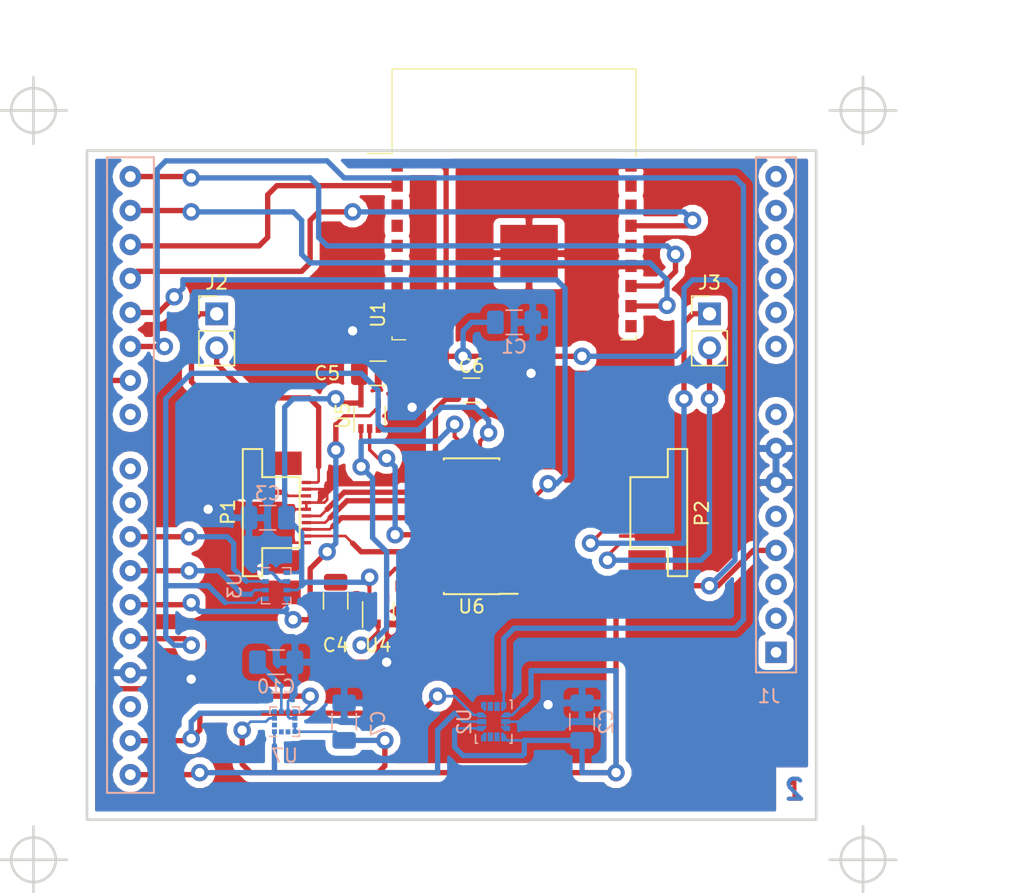
<source format=kicad_pcb>
(kicad_pcb (version 20171130) (host pcbnew 5.0.2-bee76a0~70~ubuntu18.04.1)

  (general
    (thickness 1.6)
    (drawings 15)
    (tracks 523)
    (zones 0)
    (modules 20)
    (nets 66)
  )

  (page A4)
  (layers
    (0 F.Cu signal)
    (31 B.Cu signal)
    (32 B.Adhes user)
    (33 F.Adhes user)
    (34 B.Paste user)
    (35 F.Paste user)
    (36 B.SilkS user)
    (37 F.SilkS user)
    (38 B.Mask user)
    (39 F.Mask user)
    (40 Dwgs.User user)
    (41 Cmts.User user)
    (42 Eco1.User user)
    (43 Eco2.User user)
    (44 Edge.Cuts user)
    (45 Margin user)
    (46 B.CrtYd user)
    (47 F.CrtYd user)
    (48 B.Fab user hide)
    (49 F.Fab user hide)
  )

  (setup
    (last_trace_width 0.2)
    (user_trace_width 0.2)
    (user_trace_width 0.25)
    (user_trace_width 0.3)
    (user_trace_width 0.4)
    (user_trace_width 0.5)
    (user_trace_width 0.63)
    (user_trace_width 0.76)
    (user_trace_width 1.27)
    (trace_clearance 0.2)
    (zone_clearance 0.508)
    (zone_45_only no)
    (trace_min 0.15)
    (segment_width 0.2)
    (edge_width 0.2)
    (via_size 0.8)
    (via_drill 0.4)
    (via_min_size 0.6)
    (via_min_drill 0.3)
    (user_via 0.6 0.3)
    (user_via 0.8 0.4)
    (user_via 0.9 0.5)
    (user_via 1.2 0.6)
    (user_via 1.3 0.7)
    (user_via 1.4 0.8)
    (uvia_size 0.3)
    (uvia_drill 0.1)
    (uvias_allowed no)
    (uvia_min_size 0.2)
    (uvia_min_drill 0.1)
    (pcb_text_width 0.3)
    (pcb_text_size 1.5 1.5)
    (mod_edge_width 0.15)
    (mod_text_size 1 1)
    (mod_text_width 0.15)
    (pad_size 1.6 1.6)
    (pad_drill 0.8)
    (pad_to_mask_clearance 0.051)
    (solder_mask_min_width 0.25)
    (aux_axis_origin 0 0)
    (visible_elements FFFFFF7F)
    (pcbplotparams
      (layerselection 0x010fc_ffffffff)
      (usegerberextensions false)
      (usegerberattributes false)
      (usegerberadvancedattributes false)
      (creategerberjobfile false)
      (excludeedgelayer true)
      (linewidth 0.100000)
      (plotframeref false)
      (viasonmask false)
      (mode 1)
      (useauxorigin false)
      (hpglpennumber 1)
      (hpglpenspeed 20)
      (hpglpendiameter 15.000000)
      (psnegative false)
      (psa4output false)
      (plotreference true)
      (plotvalue true)
      (plotinvisibletext false)
      (padsonsilk false)
      (subtractmaskfromsilk false)
      (outputformat 1)
      (mirror false)
      (drillshape 0)
      (scaleselection 1)
      (outputdirectory "gerber/"))
  )

  (net 0 "")
  (net 1 "Net-(J1-Pad30)")
  (net 2 "Net-(J1-Pad1)")
  (net 3 "Net-(J1-Pad2)")
  (net 4 "Net-(J1-Pad3)")
  (net 5 "Net-(J1-Pad5)")
  (net 6 "Net-(J1-Pad22)")
  (net 7 "Net-(J1-Pad23)")
  (net 8 "Net-(J1-Pad8)")
  (net 9 "Net-(J1-Pad24)")
  (net 10 "Net-(J1-Pad9)")
  (net 11 "Net-(J1-Pad10)")
  (net 12 "Net-(J1-Pad11)")
  (net 13 "Net-(J1-Pad12)")
  (net 14 "Net-(J1-Pad13)")
  (net 15 "Net-(J1-Pad14)")
  (net 16 "Net-(U1-Pad3)")
  (net 17 "Net-(U1-Pad4)")
  (net 18 "Net-(U1-Pad5)")
  (net 19 "Net-(U1-Pad6)")
  (net 20 "Net-(U1-Pad7)")
  (net 21 "Net-(U1-Pad8)")
  (net 22 "Net-(U1-Pad10)")
  (net 23 "Net-(U1-Pad14)")
  (net 24 "Net-(U1-Pad16)")
  (net 25 "Net-(U1-Pad17)")
  (net 26 "Net-(U2-Pad1)")
  (net 27 "Net-(U2-Pad2)")
  (net 28 "Net-(U2-Pad3)")
  (net 29 "Net-(U2-Pad9)")
  (net 30 "Net-(U2-Pad10)")
  (net 31 "Net-(U2-Pad11)")
  (net 32 VCC)
  (net 33 "Net-(U4-Pad4)")
  (net 34 GND)
  (net 35 "Net-(U5-Pad2)")
  (net 36 "Net-(U7-Pad2)")
  (net 37 "Net-(U7-Pad11)")
  (net 38 "Net-(U7-Pad12)")
  (net 39 /Key_Down)
  (net 40 /Key_Up)
  (net 41 /Key_Right)
  (net 42 /Key_Left)
  (net 43 /Audio_Left_2)
  (net 44 /Audio_Left_1)
  (net 45 /Audio_Right_1)
  (net 46 /Key_RST)
  (net 47 /Audio_Right_2)
  (net 48 /Key_B)
  (net 49 /Key_A)
  (net 50 /Key_Y)
  (net 51 /Key_X)
  (net 52 /WIFI_RX)
  (net 53 /WIFI_TX)
  (net 54 /SPI_SCK)
  (net 55 /SPI_MISO)
  (net 56 /SPI_MOSI)
  (net 57 /EN_BMP280)
  (net 58 /IT_LIS2MDL)
  (net 59 /IT_LSM6DS3)
  (net 60 /KEYS_EN)
  (net 61 /WIFI_RST)
  (net 62 /WIFI_EN)
  (net 63 /I2C_SDA)
  (net 64 /I2C_SCL)
  (net 65 "Net-(C10-Pad1)")

  (net_class Default "Ceci est la Netclass par défaut."
    (clearance 0.2)
    (trace_width 0.25)
    (via_dia 0.8)
    (via_drill 0.4)
    (uvia_dia 0.3)
    (uvia_drill 0.1)
    (add_net "Net-(C10-Pad1)")
  )

  (net_class Insa_GEI ""
    (clearance 0.2)
    (trace_width 0.4)
    (via_dia 1.2)
    (via_drill 0.6)
    (uvia_dia 0.3)
    (uvia_drill 0.1)
    (add_net /Audio_Left_1)
    (add_net /Audio_Left_2)
    (add_net /Audio_Right_1)
    (add_net /Audio_Right_2)
    (add_net /EN_BMP280)
    (add_net /I2C_SCL)
    (add_net /I2C_SDA)
    (add_net /IT_LIS2MDL)
    (add_net /IT_LSM6DS3)
    (add_net /KEYS_EN)
    (add_net /Key_A)
    (add_net /Key_B)
    (add_net /Key_Down)
    (add_net /Key_Left)
    (add_net /Key_RST)
    (add_net /Key_Right)
    (add_net /Key_Up)
    (add_net /Key_X)
    (add_net /Key_Y)
    (add_net /SPI_MISO)
    (add_net /SPI_MOSI)
    (add_net /SPI_SCK)
    (add_net /WIFI_EN)
    (add_net /WIFI_RST)
    (add_net /WIFI_RX)
    (add_net /WIFI_TX)
    (add_net GND)
    (add_net "Net-(J1-Pad1)")
    (add_net "Net-(J1-Pad10)")
    (add_net "Net-(J1-Pad11)")
    (add_net "Net-(J1-Pad12)")
    (add_net "Net-(J1-Pad13)")
    (add_net "Net-(J1-Pad14)")
    (add_net "Net-(J1-Pad2)")
    (add_net "Net-(J1-Pad22)")
    (add_net "Net-(J1-Pad23)")
    (add_net "Net-(J1-Pad24)")
    (add_net "Net-(J1-Pad3)")
    (add_net "Net-(J1-Pad30)")
    (add_net "Net-(J1-Pad5)")
    (add_net "Net-(J1-Pad8)")
    (add_net "Net-(J1-Pad9)")
    (add_net "Net-(U1-Pad10)")
    (add_net "Net-(U1-Pad14)")
    (add_net "Net-(U1-Pad16)")
    (add_net "Net-(U1-Pad17)")
    (add_net "Net-(U1-Pad3)")
    (add_net "Net-(U1-Pad4)")
    (add_net "Net-(U1-Pad5)")
    (add_net "Net-(U1-Pad6)")
    (add_net "Net-(U1-Pad7)")
    (add_net "Net-(U1-Pad8)")
    (add_net "Net-(U2-Pad1)")
    (add_net "Net-(U2-Pad10)")
    (add_net "Net-(U2-Pad11)")
    (add_net "Net-(U2-Pad2)")
    (add_net "Net-(U2-Pad3)")
    (add_net "Net-(U2-Pad9)")
    (add_net "Net-(U4-Pad4)")
    (add_net "Net-(U5-Pad2)")
    (add_net "Net-(U7-Pad11)")
    (add_net "Net-(U7-Pad12)")
    (add_net "Net-(U7-Pad2)")
    (add_net VCC)
  )

  (net_class Power ""
    (clearance 0.2)
    (trace_width 0.5)
    (via_dia 1.4)
    (via_drill 0.8)
    (uvia_dia 0.3)
    (uvia_drill 0.1)
  )

  (module Insa:FFC-10-0.5 (layer F.Cu) (tedit 5C652881) (tstamp 5C652B87)
    (at 130.46 91.055 270)
    (path /5C63FDF0)
    (fp_text reference P2 (at 0.05 -5.5 270) (layer F.SilkS)
      (effects (font (size 1 1) (thickness 0.15)))
    )
    (fp_text value TE-FFC-10-0.5 (at -0.05 -3.6 270) (layer F.Fab)
      (effects (font (size 1 1) (thickness 0.15)))
    )
    (fp_line (start -2.8 0) (end 2.8 0) (layer F.CrtYd) (width 0.15))
    (fp_line (start 2.8 0) (end 2.8 -2.8) (layer F.CrtYd) (width 0.15))
    (fp_line (start 2.8 -2.8) (end 4.75 -2.8) (layer F.CrtYd) (width 0.15))
    (fp_line (start 4.75 -2.8) (end 4.75 -4.4) (layer F.CrtYd) (width 0.15))
    (fp_line (start 4.75 -4.4) (end -4.75 -4.4) (layer F.CrtYd) (width 0.15))
    (fp_line (start -4.75 -4.4) (end -4.75 -2.8) (layer F.CrtYd) (width 0.15))
    (fp_line (start -4.75 -2.8) (end -2.8 -2.8) (layer F.CrtYd) (width 0.15))
    (fp_line (start -2.8 -2.8) (end -2.8 0) (layer F.CrtYd) (width 0.15))
    (fp_line (start -2.65 -0.15) (end 2.65 -0.15) (layer F.SilkS) (width 0.15))
    (fp_line (start 2.65 -0.15) (end 2.65 -2.95) (layer F.SilkS) (width 0.15))
    (fp_line (start 2.65 -2.95) (end 4.75 -2.95) (layer F.SilkS) (width 0.15))
    (fp_line (start 4.75 -2.95) (end 4.75 -4.4) (layer F.SilkS) (width 0.15))
    (fp_line (start 4.75 -4.4) (end -4.75 -4.4) (layer F.SilkS) (width 0.15))
    (fp_line (start -4.75 -4.4) (end -4.75 -2.95) (layer F.SilkS) (width 0.15))
    (fp_line (start -4.75 -2.95) (end -2.65 -2.95) (layer F.SilkS) (width 0.15))
    (fp_line (start -2.65 -2.95) (end -2.65 -0.15) (layer F.SilkS) (width 0.15))
    (pad 10 smd rect (at 2.25 0.35 270) (size 0.25 0.7) (layers F.Cu F.Paste F.Mask)
      (net 45 /Audio_Right_1))
    (pad 1 smd rect (at -2.25 0.35 270) (size 0.25 0.7) (layers F.Cu F.Paste F.Mask)
      (net 34 GND))
    (pad 6 smd rect (at 0.25 0.35 270) (size 0.25 0.7) (layers F.Cu F.Paste F.Mask)
      (net 46 /Key_RST))
    (pad 7 smd rect (at 0.75 0.35 270) (size 0.25 0.7) (layers F.Cu F.Paste F.Mask)
      (net 34 GND))
    (pad 8 smd rect (at 1.25 0.35 270) (size 0.25 0.7) (layers F.Cu F.Paste F.Mask)
      (net 47 /Audio_Right_2))
    (pad 9 smd rect (at 1.75 0.35 270) (size 0.25 0.7) (layers F.Cu F.Paste F.Mask)
      (net 34 GND))
    (pad 5 smd rect (at -0.25 0.35 270) (size 0.25 0.7) (layers F.Cu F.Paste F.Mask)
      (net 48 /Key_B))
    (pad 4 smd rect (at -0.75 0.35 270) (size 0.25 0.7) (layers F.Cu F.Paste F.Mask)
      (net 49 /Key_A))
    (pad 3 smd rect (at -1.25 0.35 270) (size 0.25 0.7) (layers F.Cu F.Paste F.Mask)
      (net 50 /Key_Y))
    (pad 2 smd rect (at -1.75 0.35 270) (size 0.25 0.7) (layers F.Cu F.Paste F.Mask)
      (net 51 /Key_X))
    (pad B smd rect (at 3.685 -1.4 270) (size 1.75 2.8) (layers F.Cu F.Paste F.Mask))
    (pad A smd rect (at -3.685 -1.4 270) (size 1.75 2.8) (layers F.Cu F.Paste F.Mask))
  )

  (module Package_LGA:LGA-14_3x2.5mm_P0.5mm_LayoutBorder3x4y (layer B.Cu) (tedit 5AFC1041) (tstamp 5C62B39B)
    (at 120.3975 106.68 270)
    (descr "LGA, 14 Pin (http://www.st.com/resource/en/datasheet/lsm6ds3.pdf), generated with kicad-footprint-generator ipc_lga_layoutBorder_generator.py")
    (tags "LGA LGA")
    (path /5C628CF8)
    (attr smd)
    (fp_text reference U2 (at 0 2.2 270) (layer B.SilkS)
      (effects (font (size 1 1) (thickness 0.15)) (justify mirror))
    )
    (fp_text value LSM6DS3 (at 0 -2.2 270) (layer B.Fab)
      (effects (font (size 1 1) (thickness 0.15)) (justify mirror))
    )
    (fp_line (start 0.96 1.36) (end 1.61 1.36) (layer B.SilkS) (width 0.12))
    (fp_line (start 1.61 1.36) (end 1.61 1.21) (layer B.SilkS) (width 0.12))
    (fp_line (start -0.96 -1.36) (end -1.61 -1.36) (layer B.SilkS) (width 0.12))
    (fp_line (start -1.61 -1.36) (end -1.61 -1.21) (layer B.SilkS) (width 0.12))
    (fp_line (start 0.96 -1.36) (end 1.61 -1.36) (layer B.SilkS) (width 0.12))
    (fp_line (start 1.61 -1.36) (end 1.61 -1.21) (layer B.SilkS) (width 0.12))
    (fp_line (start -0.75 1.25) (end 1.5 1.25) (layer B.Fab) (width 0.1))
    (fp_line (start 1.5 1.25) (end 1.5 -1.25) (layer B.Fab) (width 0.1))
    (fp_line (start 1.5 -1.25) (end -1.5 -1.25) (layer B.Fab) (width 0.1))
    (fp_line (start -1.5 -1.25) (end -1.5 0.5) (layer B.Fab) (width 0.1))
    (fp_line (start -1.5 0.5) (end -0.75 1.25) (layer B.Fab) (width 0.1))
    (fp_line (start -1.75 1.5) (end -1.75 -1.5) (layer B.CrtYd) (width 0.05))
    (fp_line (start -1.75 -1.5) (end 1.75 -1.5) (layer B.CrtYd) (width 0.05))
    (fp_line (start 1.75 -1.5) (end 1.75 1.5) (layer B.CrtYd) (width 0.05))
    (fp_line (start 1.75 1.5) (end -1.75 1.5) (layer B.CrtYd) (width 0.05))
    (fp_text user %R (at 0 0 270) (layer B.Fab)
      (effects (font (size 0.75 0.75) (thickness 0.11)) (justify mirror))
    )
    (pad 1 smd custom (at -1.1375 0.75 270) (size 0.4 0.4) (layers B.Cu B.Paste B.Mask)
      (net 26 "Net-(U2-Pad1)")
      (options (clearance outline) (anchor circle))
      (primitives
        (gr_poly (pts
           (xy -0.3375 0.2) (xy 0.0875 0.2) (xy 0.3375 -0.05) (xy 0.3375 -0.2) (xy -0.3375 -0.2)
) (width 0))
      ))
    (pad 2 smd rect (at -1.1375 0.25 270) (size 0.675 0.4) (layers B.Cu B.Paste B.Mask)
      (net 27 "Net-(U2-Pad2)"))
    (pad 3 smd rect (at -1.1375 -0.25 270) (size 0.675 0.4) (layers B.Cu B.Paste B.Mask)
      (net 28 "Net-(U2-Pad3)"))
    (pad 4 smd custom (at -1.1375 -0.75 270) (size 0.4 0.4) (layers B.Cu B.Paste B.Mask)
      (net 59 /IT_LSM6DS3)
      (options (clearance outline) (anchor circle))
      (primitives
        (gr_poly (pts
           (xy -0.3375 0.2) (xy 0.3375 0.2) (xy 0.3375 0.05) (xy 0.0875 -0.2) (xy -0.3375 -0.2)
) (width 0))
      ))
    (pad 5 smd custom (at -0.5 -0.8875 270) (size 0.4 0.4) (layers B.Cu B.Paste B.Mask)
      (net 32 VCC)
      (options (clearance outline) (anchor circle))
      (primitives
        (gr_poly (pts
           (xy -0.2 0.0875) (xy 0.05 0.3375) (xy 0.2 0.3375) (xy 0.2 -0.3375) (xy -0.2 -0.3375)
) (width 0))
      ))
    (pad 6 smd rect (at 0 -0.8875 270) (size 0.4 0.675) (layers B.Cu B.Paste B.Mask)
      (net 34 GND))
    (pad 7 smd custom (at 0.5 -0.8875 270) (size 0.4 0.4) (layers B.Cu B.Paste B.Mask)
      (net 34 GND)
      (options (clearance outline) (anchor circle))
      (primitives
        (gr_poly (pts
           (xy -0.2 0.3375) (xy -0.05 0.3375) (xy 0.2 0.0875) (xy 0.2 -0.3375) (xy -0.2 -0.3375)
) (width 0))
      ))
    (pad 8 smd custom (at 1.1375 -0.75 270) (size 0.4 0.4) (layers B.Cu B.Paste B.Mask)
      (net 32 VCC)
      (options (clearance outline) (anchor circle))
      (primitives
        (gr_poly (pts
           (xy -0.3375 0.2) (xy 0.3375 0.2) (xy 0.3375 -0.2) (xy -0.0875 -0.2) (xy -0.3375 0.05)
) (width 0))
      ))
    (pad 9 smd rect (at 1.1375 -0.25 270) (size 0.675 0.4) (layers B.Cu B.Paste B.Mask)
      (net 29 "Net-(U2-Pad9)"))
    (pad 10 smd rect (at 1.1375 0.25 270) (size 0.675 0.4) (layers B.Cu B.Paste B.Mask)
      (net 30 "Net-(U2-Pad10)"))
    (pad 11 smd custom (at 1.1375 0.75 270) (size 0.4 0.4) (layers B.Cu B.Paste B.Mask)
      (net 31 "Net-(U2-Pad11)")
      (options (clearance outline) (anchor circle))
      (primitives
        (gr_poly (pts
           (xy -0.3375 -0.05) (xy -0.0875 0.2) (xy 0.3375 0.2) (xy 0.3375 -0.2) (xy -0.3375 -0.2)
) (width 0))
      ))
    (pad 12 smd custom (at 0.5 0.8875 270) (size 0.4 0.4) (layers B.Cu B.Paste B.Mask)
      (net 32 VCC)
      (options (clearance outline) (anchor circle))
      (primitives
        (gr_poly (pts
           (xy -0.2 0.3375) (xy 0.2 0.3375) (xy 0.2 -0.0875) (xy -0.05 -0.3375) (xy -0.2 -0.3375)
) (width 0))
      ))
    (pad 13 smd rect (at 0 0.8875 270) (size 0.4 0.675) (layers B.Cu B.Paste B.Mask)
      (net 64 /I2C_SCL))
    (pad 14 smd custom (at -0.5 0.8875 270) (size 0.4 0.4) (layers B.Cu B.Paste B.Mask)
      (net 63 /I2C_SDA)
      (options (clearance outline) (anchor circle))
      (primitives
        (gr_poly (pts
           (xy -0.2 0.3375) (xy 0.2 0.3375) (xy 0.2 -0.3375) (xy 0.05 -0.3375) (xy -0.2 -0.0875)
) (width 0))
      ))
    (model ${KISYS3DMOD}/Package_LGA.3dshapes/LGA-14_3x2.5mm_P0.5mm_LayoutBorder3x4y.wrl
      (at (xyz 0 0 0))
      (scale (xyz 1 1 1))
      (rotate (xyz 0 0 0))
    )
  )

  (module Package_LGA:Bosch_LGA-8_2x2.5mm_P0.65mm_ClockwisePinNumbering (layer B.Cu) (tedit 5A2F92D2) (tstamp 5C62B3B8)
    (at 104.14 96.52 270)
    (descr "LGA-8, https://ae-bst.resource.bosch.com/media/_tech/media/datasheets/BST-BMP280-DS001-18.pdf")
    (tags "lga land grid array")
    (path /5C628DDB)
    (attr smd)
    (fp_text reference U3 (at 0 3.1 270) (layer B.SilkS)
      (effects (font (size 1 1) (thickness 0.15)) (justify mirror))
    )
    (fp_text value BMP280 (at 0 -3.1 270) (layer B.Fab)
      (effects (font (size 1 1) (thickness 0.15)) (justify mirror))
    )
    (fp_line (start -1.35 -1.1) (end -0.87 -1.1) (layer B.SilkS) (width 0.1))
    (fp_text user %R (at 0 0 270) (layer B.Fab)
      (effects (font (size 0.5 0.5) (thickness 0.075)) (justify mirror))
    )
    (fp_line (start -1.55 1.3) (end 1.55 1.3) (layer B.CrtYd) (width 0.05))
    (fp_line (start 1.55 1.3) (end 1.55 -1.3) (layer B.CrtYd) (width 0.05))
    (fp_line (start 1.55 -1.3) (end -1.55 -1.3) (layer B.CrtYd) (width 0.05))
    (fp_line (start -1.55 -1.3) (end -1.55 1.3) (layer B.CrtYd) (width 0.05))
    (fp_line (start -1.25 -1) (end 1.25 -1) (layer B.Fab) (width 0.1))
    (fp_line (start 1.25 1) (end 1.25 -1) (layer B.Fab) (width 0.1))
    (fp_line (start 1.25 1) (end -1 1) (layer B.Fab) (width 0.1))
    (fp_line (start -1 1) (end -1.25 0.75) (layer B.Fab) (width 0.1))
    (fp_line (start -1.25 -1) (end -1.25 0.75) (layer B.Fab) (width 0.1))
    (fp_line (start 0.87 -1.1) (end 1.35 -1.1) (layer B.SilkS) (width 0.1))
    (fp_line (start 1.35 -1.1) (end 1.35 -0.46) (layer B.SilkS) (width 0.1))
    (fp_line (start -1.35 -1.1) (end -1.35 -0.46) (layer B.SilkS) (width 0.1))
    (fp_line (start 1.35 0.46) (end 1.35 1.1) (layer B.SilkS) (width 0.1))
    (fp_line (start 0.87 1.1) (end 1.35 1.1) (layer B.SilkS) (width 0.1))
    (fp_line (start -1.35 0.46) (end -1.35 1.1) (layer B.SilkS) (width 0.1))
    (pad 1 smd rect (at -0.975 0.8 180) (size 0.5 0.35) (layers B.Cu B.Paste B.Mask)
      (net 34 GND))
    (pad 5 smd rect (at 0.975 -0.8 180) (size 0.5 0.35) (layers B.Cu B.Paste B.Mask)
      (net 55 /SPI_MISO))
    (pad 6 smd rect (at 0.325 -0.8 180) (size 0.5 0.35) (layers B.Cu B.Paste B.Mask)
      (net 32 VCC))
    (pad 7 smd rect (at -0.325 -0.8 180) (size 0.5 0.35) (layers B.Cu B.Paste B.Mask)
      (net 34 GND))
    (pad 4 smd rect (at 0.975 0.8 180) (size 0.5 0.35) (layers B.Cu B.Paste B.Mask)
      (net 54 /SPI_SCK))
    (pad 3 smd rect (at 0.325 0.8 180) (size 0.5 0.35) (layers B.Cu B.Paste B.Mask)
      (net 56 /SPI_MOSI))
    (pad 2 smd rect (at -0.325 0.8 180) (size 0.5 0.35) (layers B.Cu B.Paste B.Mask)
      (net 57 /EN_BMP280))
    (pad 8 smd rect (at -0.975 -0.8 180) (size 0.5 0.35) (layers B.Cu B.Paste B.Mask)
      (net 32 VCC))
    (model ${KISYS3DMOD}/Package_LGA.3dshapes/Bosch_LGA-8_2x2.5mm_P0.65mm_ClockwisePinNumbering.wrl
      (at (xyz 0 0 0))
      (scale (xyz 1 1 1))
      (rotate (xyz 0 0 0))
    )
  )

  (module RF_Module:ESP-WROOM-02 (layer F.Cu) (tedit 5B5B45D7) (tstamp 5C62CC2A)
    (at 121.92 71.12)
    (descr http://espressif.com/sites/default/files/documentation/0c-esp-wroom-02_datasheet_en.pdf)
    (tags "ESP WROOM-02 espressif esp8266ex")
    (path /5C62B86B)
    (attr smd)
    (fp_text reference U1 (at -10.17 5.13 90) (layer F.SilkS)
      (effects (font (size 1 1) (thickness 0.15)))
    )
    (fp_text value ESP-WROOM-02 (at 0 8.33) (layer F.Fab)
      (effects (font (size 1 1) (thickness 0.15)))
    )
    (fp_line (start -9.12 -6.9) (end -11 -6.9) (layer F.SilkS) (width 0.1))
    (fp_line (start -9.12 -13.22) (end -9.12 -6.9) (layer F.SilkS) (width 0.1))
    (fp_line (start 9.12 -13.22) (end 9.12 -6.7) (layer F.SilkS) (width 0.1))
    (fp_line (start -9.12 -13.22) (end 9.12 -13.22) (layer F.SilkS) (width 0.1))
    (fp_line (start 8 7.02) (end 9.12 7.02) (layer F.SilkS) (width 0.1))
    (fp_line (start 9.12 6.7) (end 9.12 7) (layer F.SilkS) (width 0.1))
    (fp_line (start -9.12 7.02) (end -8.1 7.02) (layer F.SilkS) (width 0.1))
    (fp_line (start -9.12 6.8) (end -9.12 7.02) (layer F.SilkS) (width 0.1))
    (fp_line (start 8.3 -17.9) (end 8.1 -17.7) (layer Cmts.User) (width 0.1))
    (fp_line (start 8.3 -13.3) (end 8.3 -17.9) (layer Cmts.User) (width 0.1))
    (fp_line (start 8.3 -17.9) (end 8.5 -17.7) (layer Cmts.User) (width 0.1))
    (fp_line (start 8.3 -13.3) (end 8.5 -13.5) (layer Cmts.User) (width 0.1))
    (fp_line (start 8.3 -13.3) (end 8.1 -13.5) (layer Cmts.User) (width 0.1))
    (fp_line (start -9.2 -10.7) (end -9.4 -10.9) (layer Cmts.User) (width 0.1))
    (fp_line (start -13.8 -10.7) (end -9.2 -10.7) (layer Cmts.User) (width 0.1))
    (fp_line (start -9.2 -10.7) (end -9.4 -10.5) (layer Cmts.User) (width 0.1))
    (fp_line (start -13.8 -10.7) (end -13.6 -10.5) (layer Cmts.User) (width 0.1))
    (fp_line (start -13.8 -10.7) (end -13.6 -10.9) (layer Cmts.User) (width 0.1))
    (fp_line (start 9.2 -10.7) (end 9.4 -10.5) (layer Cmts.User) (width 0.1))
    (fp_line (start 9.2 -10.7) (end 9.4 -10.9) (layer Cmts.User) (width 0.1))
    (fp_line (start 13.8 -10.7) (end 13.6 -10.5) (layer Cmts.User) (width 0.1))
    (fp_line (start 13.8 -10.7) (end 13.6 -10.9) (layer Cmts.User) (width 0.1))
    (fp_line (start 9.2 -10.7) (end 13.8 -10.7) (layer Cmts.User) (width 0.1))
    (fp_line (start 14 -8.41) (end 12 -6.795) (layer Dwgs.User) (width 0.1))
    (fp_line (start 14 -10.025) (end 10 -6.795) (layer Dwgs.User) (width 0.1))
    (fp_line (start 14 -11.64) (end 8 -6.795) (layer Dwgs.User) (width 0.1))
    (fp_line (start 14 -13.255) (end 6 -6.795) (layer Dwgs.User) (width 0.1))
    (fp_line (start 14 -14.87) (end 4 -6.795) (layer Dwgs.User) (width 0.1))
    (fp_line (start 14 -16.485) (end 2 -6.795) (layer Dwgs.User) (width 0.1))
    (fp_line (start 14 -18.1) (end 0 -6.795) (layer Dwgs.User) (width 0.1))
    (fp_line (start 12 -18.1) (end -2 -6.795) (layer Dwgs.User) (width 0.1))
    (fp_line (start 10 -18.1) (end -4 -6.795) (layer Dwgs.User) (width 0.1))
    (fp_line (start 8 -18.1) (end -6 -6.795) (layer Dwgs.User) (width 0.1))
    (fp_line (start -8 -6.795) (end 6 -18.1) (layer Dwgs.User) (width 0.1))
    (fp_line (start 4 -18.1) (end -10 -6.795) (layer Dwgs.User) (width 0.1))
    (fp_line (start 2 -18.1) (end -12 -6.795) (layer Dwgs.User) (width 0.1))
    (fp_line (start 0 -18.1) (end -14 -6.795) (layer Dwgs.User) (width 0.1))
    (fp_line (start -2 -18.1) (end -14 -8.41) (layer Dwgs.User) (width 0.1))
    (fp_line (start -4 -18.1) (end -14 -10.025) (layer Dwgs.User) (width 0.1))
    (fp_line (start -6 -18.1) (end -14 -11.64) (layer Dwgs.User) (width 0.1))
    (fp_line (start -8 -18.1) (end -14 -13.255) (layer Dwgs.User) (width 0.1))
    (fp_line (start -10 -18.1) (end -14 -14.87) (layer Dwgs.User) (width 0.1))
    (fp_line (start -12 -18.1) (end -14 -16.485) (layer Dwgs.User) (width 0.1))
    (fp_line (start 9.41 -6.55) (end 14.25 -6.55) (layer F.CrtYd) (width 0.05))
    (fp_line (start -14.25 -6.55) (end -9.41 -6.55) (layer F.CrtYd) (width 0.05))
    (fp_line (start 14.25 -18.35) (end 14.25 -6.55) (layer F.CrtYd) (width 0.05))
    (fp_line (start -14.25 -18.35) (end -14.25 -6.55) (layer F.CrtYd) (width 0.05))
    (fp_line (start 14 -18.1) (end -14 -18.1) (layer Dwgs.User) (width 0.1))
    (fp_line (start 14 -6.8) (end 14 -18.1) (layer Dwgs.User) (width 0.1))
    (fp_line (start -9 -13.1) (end 9 -13.1) (layer Dwgs.User) (width 0.1))
    (fp_line (start 9 -13.1) (end 9 -6.78) (layer Dwgs.User) (width 0.1))
    (fp_line (start 14 -6.8) (end -14 -6.8) (layer Dwgs.User) (width 0.1))
    (fp_line (start -9 -6.8) (end -9 -13.1) (layer Dwgs.User) (width 0.1))
    (fp_line (start -8.5 -7) (end -9 -6.5) (layer F.Fab) (width 0.1))
    (fp_line (start -9 -7.5) (end -8.5 -7) (layer F.Fab) (width 0.1))
    (fp_line (start -9 -6.5) (end -9 6.9) (layer F.Fab) (width 0.1))
    (fp_line (start -14.25 -18.35) (end 14.25 -18.35) (layer F.CrtYd) (width 0.05))
    (fp_line (start 9.41 -6.55) (end 9.41 7.15) (layer F.CrtYd) (width 0.05))
    (fp_line (start -9.41 7.15) (end 9.41 7.15) (layer F.CrtYd) (width 0.05))
    (fp_line (start -9.41 7.15) (end -9.41 -6.55) (layer F.CrtYd) (width 0.05))
    (fp_line (start -9 -13.1) (end 9 -13.1) (layer F.Fab) (width 0.1))
    (fp_line (start -9 -13.1) (end -9 -7.5) (layer F.Fab) (width 0.1))
    (fp_line (start -9 6.9) (end 9 6.9) (layer F.Fab) (width 0.1))
    (fp_line (start 9 6.9) (end 9 -13.1) (layer F.Fab) (width 0.1))
    (fp_line (start -14 -6.8) (end -14 -18.1) (layer Dwgs.User) (width 0.1))
    (fp_text user "5 mm" (at 7.8 -15.9 90) (layer Cmts.User)
      (effects (font (size 0.5 0.5) (thickness 0.1)))
    )
    (fp_text user "5 mm" (at -11.2 -11.2) (layer Cmts.User)
      (effects (font (size 0.5 0.5) (thickness 0.1)))
    )
    (fp_text user "5 mm" (at 11.8 -11.2) (layer Cmts.User)
      (effects (font (size 0.5 0.5) (thickness 0.1)))
    )
    (fp_text user Antenna (at 0 -10) (layer Cmts.User)
      (effects (font (size 1 1) (thickness 0.15)))
    )
    (fp_text user "KEEP-OUT ZONE" (at 0 -16) (layer Cmts.User)
      (effects (font (size 1 1) (thickness 0.15)))
    )
    (fp_text user %R (at 0 0) (layer F.Fab)
      (effects (font (size 1 1) (thickness 0.15)))
    )
    (pad 18 smd rect (at 8.7375 -6) (size 0.85 0.9125) (layers F.Cu F.Paste F.Mask)
      (net 34 GND))
    (pad 17 smd rect (at 8.7375 -4.5) (size 0.85 0.9125) (layers F.Cu F.Paste F.Mask)
      (net 25 "Net-(U1-Pad17)"))
    (pad 16 smd rect (at 8.7375 -3) (size 0.85 0.9125) (layers F.Cu F.Paste F.Mask)
      (net 24 "Net-(U1-Pad16)"))
    (pad 15 smd rect (at 8.7375 -1.5) (size 0.85 0.9125) (layers F.Cu F.Paste F.Mask)
      (net 61 /WIFI_RST))
    (pad 14 smd rect (at 8.7375 0) (size 0.85 0.9125) (layers F.Cu F.Paste F.Mask)
      (net 23 "Net-(U1-Pad14)"))
    (pad 13 smd rect (at 8.7375 1.5) (size 0.85 0.9125) (layers F.Cu F.Paste F.Mask)
      (net 34 GND))
    (pad 12 smd rect (at 8.7375 3) (size 0.85 0.9125) (layers F.Cu F.Paste F.Mask)
      (net 53 /WIFI_TX))
    (pad 11 smd rect (at 8.7375 4.5) (size 0.85 0.9125) (layers F.Cu F.Paste F.Mask)
      (net 52 /WIFI_RX))
    (pad 10 smd rect (at 8.7375 6) (size 0.85 0.9125) (layers F.Cu F.Paste F.Mask)
      (net 22 "Net-(U1-Pad10)"))
    (pad 9 smd rect (at -8.7375 6) (size 0.85 0.9125) (layers F.Cu F.Paste F.Mask)
      (net 34 GND))
    (pad 8 smd rect (at -8.7375 4.5) (size 0.85 0.9125) (layers F.Cu F.Paste F.Mask)
      (net 21 "Net-(U1-Pad8)"))
    (pad 7 smd rect (at -8.7375 3) (size 0.85 0.9125) (layers F.Cu F.Paste F.Mask)
      (net 20 "Net-(U1-Pad7)"))
    (pad 6 smd rect (at -8.7375 1.5) (size 0.85 0.9125) (layers F.Cu F.Paste F.Mask)
      (net 19 "Net-(U1-Pad6)"))
    (pad 5 smd rect (at -8.7375 0) (size 0.85 0.9125) (layers F.Cu F.Paste F.Mask)
      (net 18 "Net-(U1-Pad5)"))
    (pad 4 smd rect (at -8.7375 -1.5) (size 0.85 0.9125) (layers F.Cu F.Paste F.Mask)
      (net 17 "Net-(U1-Pad4)"))
    (pad 3 smd rect (at -8.7375 -3) (size 0.85 0.9125) (layers F.Cu F.Paste F.Mask)
      (net 16 "Net-(U1-Pad3)"))
    (pad 2 smd rect (at -8.7375 -4.5) (size 0.85 0.9125) (layers F.Cu F.Paste F.Mask)
      (net 62 /WIFI_EN))
    (pad 1 smd rect (at -8.7375 -6) (size 0.85 0.9125) (layers F.Cu F.Paste F.Mask)
      (net 32 VCC))
    (pad 19 smd rect (at 1.12 0.58) (size 4.3 4.3) (layers F.Cu F.Paste F.Mask)
      (net 34 GND))
    (model ${KISYS3DMOD}/RF_Module.3dshapes/ESP-WROOM-02.wrl
      (at (xyz 0 0 0))
      (scale (xyz 1 1 1))
      (rotate (xyz 0 0 0))
    )
  )

  (module Package_TO_SOT_SMD:SOT-353_SC-70-5 (layer F.Cu) (tedit 5A02FF57) (tstamp 5C62CC9B)
    (at 111.76 98.425 90)
    (descr "SOT-353, SC-70-5")
    (tags "SOT-353 SC-70-5")
    (path /5C62B0A2)
    (attr smd)
    (fp_text reference U4 (at -2.54 0 180) (layer F.SilkS)
      (effects (font (size 1 1) (thickness 0.15)))
    )
    (fp_text value 74AHCT1G04 (at 0 2 270) (layer F.Fab)
      (effects (font (size 1 1) (thickness 0.15)))
    )
    (fp_line (start -0.175 -1.1) (end -0.675 -0.6) (layer F.Fab) (width 0.1))
    (fp_line (start 0.675 1.1) (end -0.675 1.1) (layer F.Fab) (width 0.1))
    (fp_line (start 0.675 -1.1) (end 0.675 1.1) (layer F.Fab) (width 0.1))
    (fp_line (start -1.6 1.4) (end 1.6 1.4) (layer F.CrtYd) (width 0.05))
    (fp_line (start -0.675 -0.6) (end -0.675 1.1) (layer F.Fab) (width 0.1))
    (fp_line (start 0.675 -1.1) (end -0.175 -1.1) (layer F.Fab) (width 0.1))
    (fp_line (start -1.6 -1.4) (end 1.6 -1.4) (layer F.CrtYd) (width 0.05))
    (fp_line (start -1.6 -1.4) (end -1.6 1.4) (layer F.CrtYd) (width 0.05))
    (fp_line (start 1.6 1.4) (end 1.6 -1.4) (layer F.CrtYd) (width 0.05))
    (fp_line (start -0.7 1.16) (end 0.7 1.16) (layer F.SilkS) (width 0.12))
    (fp_line (start 0.7 -1.16) (end -1.2 -1.16) (layer F.SilkS) (width 0.12))
    (fp_text user %R (at -0.075001 -0.425001 180) (layer F.Fab)
      (effects (font (size 0.5 0.5) (thickness 0.075)))
    )
    (pad 5 smd rect (at 0.95 -0.65 90) (size 0.65 0.4) (layers F.Cu F.Paste F.Mask)
      (net 32 VCC))
    (pad 4 smd rect (at 0.95 0.65 90) (size 0.65 0.4) (layers F.Cu F.Paste F.Mask)
      (net 33 "Net-(U4-Pad4)"))
    (pad 2 smd rect (at -0.95 0 90) (size 0.65 0.4) (layers F.Cu F.Paste F.Mask)
      (net 60 /KEYS_EN))
    (pad 3 smd rect (at -0.95 0.65 90) (size 0.65 0.4) (layers F.Cu F.Paste F.Mask)
      (net 34 GND))
    (pad 1 smd rect (at -0.95 -0.65 90) (size 0.65 0.4) (layers F.Cu F.Paste F.Mask))
    (model ${KISYS3DMOD}/Package_TO_SOT_SMD.3dshapes/SOT-353_SC-70-5.wrl
      (at (xyz 0 0 0))
      (scale (xyz 1 1 1))
      (rotate (xyz 0 0 0))
    )
  )

  (module Package_TO_SOT_SMD:SOT-353_SC-70-5 (layer F.Cu) (tedit 5A02FF57) (tstamp 5C62CCB0)
    (at 111.125 83.82 90)
    (descr "SOT-353, SC-70-5")
    (tags "SOT-353 SC-70-5")
    (path /5C629EF3)
    (attr smd)
    (fp_text reference U5 (at 0 -2 90) (layer F.SilkS)
      (effects (font (size 1 1) (thickness 0.15)))
    )
    (fp_text value 74AHC1G125 (at 0 2 270) (layer F.Fab)
      (effects (font (size 1 1) (thickness 0.15)))
    )
    (fp_text user %R (at 0 0 180) (layer F.Fab)
      (effects (font (size 0.5 0.5) (thickness 0.075)))
    )
    (fp_line (start 0.7 -1.16) (end -1.2 -1.16) (layer F.SilkS) (width 0.12))
    (fp_line (start -0.7 1.16) (end 0.7 1.16) (layer F.SilkS) (width 0.12))
    (fp_line (start 1.6 1.4) (end 1.6 -1.4) (layer F.CrtYd) (width 0.05))
    (fp_line (start -1.6 -1.4) (end -1.6 1.4) (layer F.CrtYd) (width 0.05))
    (fp_line (start -1.6 -1.4) (end 1.6 -1.4) (layer F.CrtYd) (width 0.05))
    (fp_line (start 0.675 -1.1) (end -0.175 -1.1) (layer F.Fab) (width 0.1))
    (fp_line (start -0.675 -0.6) (end -0.675 1.1) (layer F.Fab) (width 0.1))
    (fp_line (start -1.6 1.4) (end 1.6 1.4) (layer F.CrtYd) (width 0.05))
    (fp_line (start 0.675 -1.1) (end 0.675 1.1) (layer F.Fab) (width 0.1))
    (fp_line (start 0.675 1.1) (end -0.675 1.1) (layer F.Fab) (width 0.1))
    (fp_line (start -0.175 -1.1) (end -0.675 -0.6) (layer F.Fab) (width 0.1))
    (pad 1 smd rect (at -0.95 -0.65 90) (size 0.65 0.4) (layers F.Cu F.Paste F.Mask)
      (net 60 /KEYS_EN))
    (pad 3 smd rect (at -0.95 0.65 90) (size 0.65 0.4) (layers F.Cu F.Paste F.Mask)
      (net 34 GND))
    (pad 2 smd rect (at -0.95 0 90) (size 0.65 0.4) (layers F.Cu F.Paste F.Mask)
      (net 35 "Net-(U5-Pad2)"))
    (pad 4 smd rect (at 0.95 0.65 90) (size 0.65 0.4) (layers F.Cu F.Paste F.Mask)
      (net 55 /SPI_MISO))
    (pad 5 smd rect (at 0.95 -0.65 90) (size 0.65 0.4) (layers F.Cu F.Paste F.Mask)
      (net 32 VCC))
    (model ${KISYS3DMOD}/Package_TO_SOT_SMD.3dshapes/SOT-353_SC-70-5.wrl
      (at (xyz 0 0 0))
      (scale (xyz 1 1 1))
      (rotate (xyz 0 0 0))
    )
  )

  (module Package_SO:SOIC-16_3.9x9.9mm_P1.27mm (layer F.Cu) (tedit 5A02F2D3) (tstamp 5C62CCD5)
    (at 118.745 92.075 180)
    (descr "16-Lead Plastic Small Outline (SL) - Narrow, 3.90 mm Body [SOIC] (see Microchip Packaging Specification 00000049BS.pdf)")
    (tags "SOIC 1.27")
    (path /5C62B37B)
    (attr smd)
    (fp_text reference U6 (at 0 -6 180) (layer F.SilkS)
      (effects (font (size 1 1) (thickness 0.15)))
    )
    (fp_text value 74LS166 (at 0 6 180) (layer F.Fab)
      (effects (font (size 1 1) (thickness 0.15)))
    )
    (fp_text user %R (at 0 0 180) (layer F.Fab)
      (effects (font (size 0.9 0.9) (thickness 0.135)))
    )
    (fp_line (start -0.95 -4.95) (end 1.95 -4.95) (layer F.Fab) (width 0.15))
    (fp_line (start 1.95 -4.95) (end 1.95 4.95) (layer F.Fab) (width 0.15))
    (fp_line (start 1.95 4.95) (end -1.95 4.95) (layer F.Fab) (width 0.15))
    (fp_line (start -1.95 4.95) (end -1.95 -3.95) (layer F.Fab) (width 0.15))
    (fp_line (start -1.95 -3.95) (end -0.95 -4.95) (layer F.Fab) (width 0.15))
    (fp_line (start -3.7 -5.25) (end -3.7 5.25) (layer F.CrtYd) (width 0.05))
    (fp_line (start 3.7 -5.25) (end 3.7 5.25) (layer F.CrtYd) (width 0.05))
    (fp_line (start -3.7 -5.25) (end 3.7 -5.25) (layer F.CrtYd) (width 0.05))
    (fp_line (start -3.7 5.25) (end 3.7 5.25) (layer F.CrtYd) (width 0.05))
    (fp_line (start -2.075 -5.075) (end -2.075 -5.05) (layer F.SilkS) (width 0.15))
    (fp_line (start 2.075 -5.075) (end 2.075 -4.97) (layer F.SilkS) (width 0.15))
    (fp_line (start 2.075 5.075) (end 2.075 4.97) (layer F.SilkS) (width 0.15))
    (fp_line (start -2.075 5.075) (end -2.075 4.97) (layer F.SilkS) (width 0.15))
    (fp_line (start -2.075 -5.075) (end 2.075 -5.075) (layer F.SilkS) (width 0.15))
    (fp_line (start -2.075 5.075) (end 2.075 5.075) (layer F.SilkS) (width 0.15))
    (fp_line (start -2.075 -5.05) (end -3.45 -5.05) (layer F.SilkS) (width 0.15))
    (pad 1 smd rect (at -2.7 -4.445 180) (size 1.5 0.6) (layers F.Cu F.Paste F.Mask)
      (net 32 VCC))
    (pad 2 smd rect (at -2.7 -3.175 180) (size 1.5 0.6) (layers F.Cu F.Paste F.Mask)
      (net 48 /Key_B))
    (pad 3 smd rect (at -2.7 -1.905 180) (size 1.5 0.6) (layers F.Cu F.Paste F.Mask)
      (net 49 /Key_A))
    (pad 4 smd rect (at -2.7 -0.635 180) (size 1.5 0.6) (layers F.Cu F.Paste F.Mask)
      (net 50 /Key_Y))
    (pad 5 smd rect (at -2.7 0.635 180) (size 1.5 0.6) (layers F.Cu F.Paste F.Mask)
      (net 51 /Key_X))
    (pad 6 smd rect (at -2.7 1.905 180) (size 1.5 0.6) (layers F.Cu F.Paste F.Mask)
      (net 60 /KEYS_EN))
    (pad 7 smd rect (at -2.7 3.175 180) (size 1.5 0.6) (layers F.Cu F.Paste F.Mask)
      (net 54 /SPI_SCK))
    (pad 8 smd rect (at -2.7 4.445 180) (size 1.5 0.6) (layers F.Cu F.Paste F.Mask)
      (net 34 GND))
    (pad 9 smd rect (at 2.7 4.445 180) (size 1.5 0.6) (layers F.Cu F.Paste F.Mask)
      (net 32 VCC))
    (pad 10 smd rect (at 2.7 3.175 180) (size 1.5 0.6) (layers F.Cu F.Paste F.Mask)
      (net 42 /Key_Left))
    (pad 11 smd rect (at 2.7 1.905 180) (size 1.5 0.6) (layers F.Cu F.Paste F.Mask)
      (net 41 /Key_Right))
    (pad 12 smd rect (at 2.7 0.635 180) (size 1.5 0.6) (layers F.Cu F.Paste F.Mask)
      (net 40 /Key_Up))
    (pad 13 smd rect (at 2.7 -0.635 180) (size 1.5 0.6) (layers F.Cu F.Paste F.Mask)
      (net 35 "Net-(U5-Pad2)"))
    (pad 14 smd rect (at 2.7 -1.905 180) (size 1.5 0.6) (layers F.Cu F.Paste F.Mask)
      (net 39 /Key_Down))
    (pad 15 smd rect (at 2.7 -3.175 180) (size 1.5 0.6) (layers F.Cu F.Paste F.Mask)
      (net 33 "Net-(U4-Pad4)"))
    (pad 16 smd rect (at 2.7 -4.445 180) (size 1.5 0.6) (layers F.Cu F.Paste F.Mask)
      (net 32 VCC))
    (model ${KISYS3DMOD}/Package_SO.3dshapes/SOIC-16_3.9x9.9mm_P1.27mm.wrl
      (at (xyz 0 0 0))
      (scale (xyz 1 1 1))
      (rotate (xyz 0 0 0))
    )
  )

  (module Package_LGA:LGA-12_2x2mm_P0.5mm (layer B.Cu) (tedit 5A0AAFFD) (tstamp 5C63F819)
    (at 104.775 106.68)
    (descr LGA12)
    (tags "lga land grid array")
    (path /5C63F305)
    (attr smd)
    (fp_text reference U7 (at 0 2.54) (layer B.SilkS)
      (effects (font (size 1 1) (thickness 0.15)) (justify mirror))
    )
    (fp_text value LIS2MDL (at 0 -1.6) (layer B.Fab)
      (effects (font (size 1 1) (thickness 0.15)) (justify mirror))
    )
    (fp_text user %R (at 0 0) (layer B.Fab)
      (effects (font (size 0.5 0.5) (thickness 0.075)) (justify mirror))
    )
    (fp_line (start 1 1) (end 1 -1) (layer B.Fab) (width 0.1))
    (fp_line (start 1 -1) (end -1 -1) (layer B.Fab) (width 0.1))
    (fp_line (start -1 -1) (end -1 0.5) (layer B.Fab) (width 0.1))
    (fp_line (start -1 0.5) (end -0.5 1) (layer B.Fab) (width 0.1))
    (fp_line (start -0.5 1) (end 1 1) (layer B.Fab) (width 0.1))
    (fp_line (start 0.6 1.1) (end 1.1 1.1) (layer B.SilkS) (width 0.12))
    (fp_line (start 1.1 1.1) (end 1.1 0.6) (layer B.SilkS) (width 0.12))
    (fp_line (start 1.1 0.6) (end 1.1 0.6) (layer B.SilkS) (width 0.12))
    (fp_line (start 1.1 -0.6) (end 1.1 -1.1) (layer B.SilkS) (width 0.12))
    (fp_line (start 1.1 -1.1) (end 0.6 -1.1) (layer B.SilkS) (width 0.12))
    (fp_line (start 0.6 -1.1) (end 0.6 -1.1) (layer B.SilkS) (width 0.12))
    (fp_line (start -0.6 -1.1) (end -1.1 -1.1) (layer B.SilkS) (width 0.12))
    (fp_line (start -1.1 -1.1) (end -1.1 -0.6) (layer B.SilkS) (width 0.12))
    (fp_line (start -1.1 -0.6) (end -1.1 -0.6) (layer B.SilkS) (width 0.12))
    (fp_line (start -0.6 1.1) (end -1.1 1.1) (layer B.SilkS) (width 0.12))
    (fp_line (start -1.1 1.1) (end -1.1 1.1) (layer B.SilkS) (width 0.12))
    (fp_line (start 1.25 1.25) (end 1.25 -1.25) (layer B.CrtYd) (width 0.05))
    (fp_line (start 1.25 -1.25) (end -1.25 -1.25) (layer B.CrtYd) (width 0.05))
    (fp_line (start -1.25 -1.25) (end -1.25 1.25) (layer B.CrtYd) (width 0.05))
    (fp_line (start -1.25 1.25) (end 1.25 1.25) (layer B.CrtYd) (width 0.05))
    (pad 2 smd rect (at -0.7625 0.25) (size 0.375 0.35) (layers B.Cu B.Paste B.Mask)
      (net 36 "Net-(U7-Pad2)"))
    (pad 3 smd rect (at -0.7625 -0.25) (size 0.375 0.35) (layers B.Cu B.Paste B.Mask)
      (net 32 VCC))
    (pad 9 smd rect (at 0.7625 0.25) (size 0.375 0.35) (layers B.Cu B.Paste B.Mask)
      (net 32 VCC))
    (pad 8 smd rect (at 0.7625 -0.25) (size 0.375 0.35) (layers B.Cu B.Paste B.Mask)
      (net 34 GND))
    (pad 4 smd rect (at -0.7625 -0.75) (size 0.375 0.35) (layers B.Cu B.Paste B.Mask)
      (net 63 /I2C_SDA))
    (pad 7 smd rect (at 0.7625 -0.75) (size 0.375 0.35) (layers B.Cu B.Paste B.Mask)
      (net 58 /IT_LIS2MDL))
    (pad 1 smd rect (at -0.7625 0.75) (size 0.375 0.35) (layers B.Cu B.Paste B.Mask)
      (net 64 /I2C_SCL))
    (pad 10 smd rect (at 0.7625 0.75) (size 0.375 0.35) (layers B.Cu B.Paste B.Mask)
      (net 32 VCC))
    (pad 5 smd rect (at -0.25 -0.7625 270) (size 0.375 0.35) (layers B.Cu B.Paste B.Mask)
      (net 65 "Net-(C10-Pad1)"))
    (pad 6 smd rect (at 0.25 -0.7625 270) (size 0.375 0.35) (layers B.Cu B.Paste B.Mask)
      (net 34 GND))
    (pad 11 smd rect (at 0.25 0.7625 270) (size 0.375 0.35) (layers B.Cu B.Paste B.Mask)
      (net 37 "Net-(U7-Pad11)"))
    (pad 12 smd rect (at -0.25 0.7625 270) (size 0.375 0.35) (layers B.Cu B.Paste B.Mask)
      (net 38 "Net-(U7-Pad12)"))
    (model ${KISYS3DMOD}/Package_LGA.3dshapes/LGA-12_2x2mm_P0.5mm.wrl
      (at (xyz 0 0 0))
      (scale (xyz 1 1 1))
      (rotate (xyz 0 0 0))
    )
  )

  (module Insa:FFC-10-0.5 (layer F.Cu) (tedit 5C652881) (tstamp 5C652B67)
    (at 106.045 91.055 90)
    (path /5C63FC59)
    (fp_text reference P1 (at 0.05 -5.5 90) (layer F.SilkS)
      (effects (font (size 1 1) (thickness 0.15)))
    )
    (fp_text value TE-FFC-10-0.5 (at -0.05 -3.6 90) (layer F.Fab)
      (effects (font (size 1 1) (thickness 0.15)))
    )
    (fp_line (start -2.65 -2.95) (end -2.65 -0.15) (layer F.SilkS) (width 0.15))
    (fp_line (start -4.75 -2.95) (end -2.65 -2.95) (layer F.SilkS) (width 0.15))
    (fp_line (start -4.75 -4.4) (end -4.75 -2.95) (layer F.SilkS) (width 0.15))
    (fp_line (start 4.75 -4.4) (end -4.75 -4.4) (layer F.SilkS) (width 0.15))
    (fp_line (start 4.75 -2.95) (end 4.75 -4.4) (layer F.SilkS) (width 0.15))
    (fp_line (start 2.65 -2.95) (end 4.75 -2.95) (layer F.SilkS) (width 0.15))
    (fp_line (start 2.65 -0.15) (end 2.65 -2.95) (layer F.SilkS) (width 0.15))
    (fp_line (start -2.65 -0.15) (end 2.65 -0.15) (layer F.SilkS) (width 0.15))
    (fp_line (start -2.8 -2.8) (end -2.8 0) (layer F.CrtYd) (width 0.15))
    (fp_line (start -4.75 -2.8) (end -2.8 -2.8) (layer F.CrtYd) (width 0.15))
    (fp_line (start -4.75 -4.4) (end -4.75 -2.8) (layer F.CrtYd) (width 0.15))
    (fp_line (start 4.75 -4.4) (end -4.75 -4.4) (layer F.CrtYd) (width 0.15))
    (fp_line (start 4.75 -2.8) (end 4.75 -4.4) (layer F.CrtYd) (width 0.15))
    (fp_line (start 2.8 -2.8) (end 4.75 -2.8) (layer F.CrtYd) (width 0.15))
    (fp_line (start 2.8 0) (end 2.8 -2.8) (layer F.CrtYd) (width 0.15))
    (fp_line (start -2.8 0) (end 2.8 0) (layer F.CrtYd) (width 0.15))
    (pad A smd rect (at -3.685 -1.4 90) (size 1.75 2.8) (layers F.Cu F.Paste F.Mask))
    (pad B smd rect (at 3.685 -1.4 90) (size 1.75 2.8) (layers F.Cu F.Paste F.Mask))
    (pad 2 smd rect (at -1.75 0.35 90) (size 0.25 0.7) (layers F.Cu F.Paste F.Mask)
      (net 39 /Key_Down))
    (pad 3 smd rect (at -1.25 0.35 90) (size 0.25 0.7) (layers F.Cu F.Paste F.Mask)
      (net 40 /Key_Up))
    (pad 4 smd rect (at -0.75 0.35 90) (size 0.25 0.7) (layers F.Cu F.Paste F.Mask)
      (net 41 /Key_Right))
    (pad 5 smd rect (at -0.25 0.35 90) (size 0.25 0.7) (layers F.Cu F.Paste F.Mask)
      (net 42 /Key_Left))
    (pad 9 smd rect (at 1.75 0.35 90) (size 0.25 0.7) (layers F.Cu F.Paste F.Mask)
      (net 34 GND))
    (pad 8 smd rect (at 1.25 0.35 90) (size 0.25 0.7) (layers F.Cu F.Paste F.Mask)
      (net 43 /Audio_Left_2))
    (pad 7 smd rect (at 0.75 0.35 90) (size 0.25 0.7) (layers F.Cu F.Paste F.Mask)
      (net 34 GND))
    (pad 6 smd rect (at 0.25 0.35 90) (size 0.25 0.7) (layers F.Cu F.Paste F.Mask)
      (net 34 GND))
    (pad 1 smd rect (at -2.25 0.35 90) (size 0.25 0.7) (layers F.Cu F.Paste F.Mask)
      (net 34 GND))
    (pad 10 smd rect (at 2.25 0.35 90) (size 0.25 0.7) (layers F.Cu F.Paste F.Mask)
      (net 44 /Audio_Left_1))
  )

  (module Connector_PinHeader_2.54mm:PinHeader_1x02_P2.54mm_Vertical locked (layer F.Cu) (tedit 5C65908B) (tstamp 5C653F6A)
    (at 99.695 76.2)
    (descr "Through hole straight pin header, 1x02, 2.54mm pitch, single row")
    (tags "Through hole pin header THT 1x02 2.54mm single row")
    (path /5C6591B6)
    (fp_text reference J2 (at 0 -2.33) (layer F.SilkS)
      (effects (font (size 1 1) (thickness 0.15)))
    )
    (fp_text value Conn_01x02 (at -2.921 1.905 90) (layer F.Fab)
      (effects (font (size 1 1) (thickness 0.15)))
    )
    (fp_line (start -0.635 -1.27) (end 1.27 -1.27) (layer F.Fab) (width 0.1))
    (fp_line (start 1.27 -1.27) (end 1.27 3.81) (layer F.Fab) (width 0.1))
    (fp_line (start 1.27 3.81) (end -1.27 3.81) (layer F.Fab) (width 0.1))
    (fp_line (start -1.27 3.81) (end -1.27 -0.635) (layer F.Fab) (width 0.1))
    (fp_line (start -1.27 -0.635) (end -0.635 -1.27) (layer F.Fab) (width 0.1))
    (fp_line (start -1.33 3.87) (end 1.33 3.87) (layer F.SilkS) (width 0.12))
    (fp_line (start -1.33 1.27) (end -1.33 3.87) (layer F.SilkS) (width 0.12))
    (fp_line (start 1.33 1.27) (end 1.33 3.87) (layer F.SilkS) (width 0.12))
    (fp_line (start -1.33 1.27) (end 1.33 1.27) (layer F.SilkS) (width 0.12))
    (fp_line (start -1.33 0) (end -1.33 -1.33) (layer F.SilkS) (width 0.12))
    (fp_line (start -1.33 -1.33) (end 0 -1.33) (layer F.SilkS) (width 0.12))
    (fp_line (start -1.8 -1.8) (end -1.8 4.35) (layer F.CrtYd) (width 0.05))
    (fp_line (start -1.8 4.35) (end 1.8 4.35) (layer F.CrtYd) (width 0.05))
    (fp_line (start 1.8 4.35) (end 1.8 -1.8) (layer F.CrtYd) (width 0.05))
    (fp_line (start 1.8 -1.8) (end -1.8 -1.8) (layer F.CrtYd) (width 0.05))
    (fp_text user %R (at 0 1.27 90) (layer F.Fab)
      (effects (font (size 1 1) (thickness 0.15)))
    )
    (pad 1 thru_hole rect (at 0 0) (size 1.7 1.7) (drill 1) (layers *.Cu *.Mask)
      (net 43 /Audio_Left_2))
    (pad 2 thru_hole oval (at 0 2.54) (size 1.7 1.7) (drill 1) (layers *.Cu *.Mask)
      (net 44 /Audio_Left_1))
    (model ${KISYS3DMOD}/Connector_PinHeader_2.54mm.3dshapes/PinHeader_1x02_P2.54mm_Vertical.wrl
      (at (xyz 0 0 0))
      (scale (xyz 1 1 1))
      (rotate (xyz 0 0 0))
    )
  )

  (module Connector_PinHeader_2.54mm:PinHeader_1x02_P2.54mm_Vertical locked (layer F.Cu) (tedit 59FED5CC) (tstamp 5C653F80)
    (at 136.525 76.2)
    (descr "Through hole straight pin header, 1x02, 2.54mm pitch, single row")
    (tags "Through hole pin header THT 1x02 2.54mm single row")
    (path /5C659273)
    (fp_text reference J3 (at 0 -2.33) (layer F.SilkS)
      (effects (font (size 1 1) (thickness 0.15)))
    )
    (fp_text value Conn_01x02 (at 2.921 1.905 90) (layer F.Fab)
      (effects (font (size 1 1) (thickness 0.15)))
    )
    (fp_text user %R (at 0 1.27 90) (layer F.Fab)
      (effects (font (size 1 1) (thickness 0.15)))
    )
    (fp_line (start 1.8 -1.8) (end -1.8 -1.8) (layer F.CrtYd) (width 0.05))
    (fp_line (start 1.8 4.35) (end 1.8 -1.8) (layer F.CrtYd) (width 0.05))
    (fp_line (start -1.8 4.35) (end 1.8 4.35) (layer F.CrtYd) (width 0.05))
    (fp_line (start -1.8 -1.8) (end -1.8 4.35) (layer F.CrtYd) (width 0.05))
    (fp_line (start -1.33 -1.33) (end 0 -1.33) (layer F.SilkS) (width 0.12))
    (fp_line (start -1.33 0) (end -1.33 -1.33) (layer F.SilkS) (width 0.12))
    (fp_line (start -1.33 1.27) (end 1.33 1.27) (layer F.SilkS) (width 0.12))
    (fp_line (start 1.33 1.27) (end 1.33 3.87) (layer F.SilkS) (width 0.12))
    (fp_line (start -1.33 1.27) (end -1.33 3.87) (layer F.SilkS) (width 0.12))
    (fp_line (start -1.33 3.87) (end 1.33 3.87) (layer F.SilkS) (width 0.12))
    (fp_line (start -1.27 -0.635) (end -0.635 -1.27) (layer F.Fab) (width 0.1))
    (fp_line (start -1.27 3.81) (end -1.27 -0.635) (layer F.Fab) (width 0.1))
    (fp_line (start 1.27 3.81) (end -1.27 3.81) (layer F.Fab) (width 0.1))
    (fp_line (start 1.27 -1.27) (end 1.27 3.81) (layer F.Fab) (width 0.1))
    (fp_line (start -0.635 -1.27) (end 1.27 -1.27) (layer F.Fab) (width 0.1))
    (pad 2 thru_hole oval (at 0 2.54) (size 1.7 1.7) (drill 1) (layers *.Cu *.Mask)
      (net 45 /Audio_Right_1))
    (pad 1 thru_hole rect (at 0 0) (size 1.7 1.7) (drill 1) (layers *.Cu *.Mask)
      (net 47 /Audio_Right_2))
    (model ${KISYS3DMOD}/Connector_PinHeader_2.54mm.3dshapes/PinHeader_1x02_P2.54mm_Vertical.wrl
      (at (xyz 0 0 0))
      (scale (xyz 1 1 1))
      (rotate (xyz 0 0 0))
    )
  )

  (module Insa:Arduino_UNO_R3_Pin_Only locked (layer B.Cu) (tedit 5C6590A8) (tstamp 5C656A50)
    (at 141.5 101.5 90)
    (descr "Arduino UNO R3, http://www.mouser.com/pdfdocs/Gravitech_Arduino_Nano3_0.pdf")
    (tags "Arduino UNO R3")
    (path /5C628BB4)
    (fp_text reference J1 (at -3.275 -0.53) (layer B.SilkS)
      (effects (font (size 1 1) (thickness 0.15)) (justify mirror))
    )
    (fp_text value Arduino_UNO_R3 (at 0 -22.86 90) (layer B.Fab)
      (effects (font (size 1 1) (thickness 0.15)) (justify mirror))
    )
    (fp_text user %R (at 0 -20.32 -90) (layer B.Fab)
      (effects (font (size 1 1) (thickness 0.15)) (justify mirror))
    )
    (fp_line (start -10.5 -46.5) (end 37 -46.5) (layer B.SilkS) (width 0.15))
    (fp_line (start 37 -46.5) (end 37 -50) (layer B.SilkS) (width 0.15))
    (fp_line (start 37 -50) (end -10.5 -50) (layer B.SilkS) (width 0.15))
    (fp_line (start -10.5 -50) (end -10.5 -46.5) (layer B.SilkS) (width 0.15))
    (fp_line (start 37 1.5) (end 37 -1.5) (layer B.SilkS) (width 0.15))
    (fp_line (start 37 -1.5) (end -1.5 -1.5) (layer B.SilkS) (width 0.15))
    (fp_line (start -1.5 -1.5) (end -1.5 1.5) (layer B.SilkS) (width 0.15))
    (fp_line (start -1.5 1.5) (end 37 1.5) (layer B.SilkS) (width 0.15))
    (pad 16 thru_hole oval (at 33.02 -48.26) (size 1.6 1.6) (drill 0.8) (layers *.Cu *.Mask)
      (net 52 /WIFI_RX))
    (pad 15 thru_hole oval (at 35.56 -48.26) (size 1.6 1.6) (drill 0.8) (layers *.Cu *.Mask)
      (net 53 /WIFI_TX))
    (pad 30 thru_hole oval (at -4.06 -48.26) (size 1.6 1.6) (drill 0.8) (layers *.Cu *.Mask)
      (net 1 "Net-(J1-Pad30)"))
    (pad 14 thru_hole oval (at 35.56 0) (size 1.6 1.6) (drill 0.8) (layers *.Cu *.Mask)
      (net 15 "Net-(J1-Pad14)"))
    (pad 29 thru_hole oval (at -1.52 -48.26) (size 1.6 1.6) (drill 0.8) (layers *.Cu *.Mask)
      (net 34 GND))
    (pad 13 thru_hole oval (at 33.02 0) (size 1.6 1.6) (drill 0.8) (layers *.Cu *.Mask)
      (net 14 "Net-(J1-Pad13)"))
    (pad 28 thru_hole oval (at 1.02 -48.26) (size 1.6 1.6) (drill 0.8) (layers *.Cu *.Mask)
      (net 54 /SPI_SCK))
    (pad 12 thru_hole oval (at 30.48 0) (size 1.6 1.6) (drill 0.8) (layers *.Cu *.Mask)
      (net 13 "Net-(J1-Pad12)"))
    (pad 27 thru_hole oval (at 3.56 -48.26) (size 1.6 1.6) (drill 0.8) (layers *.Cu *.Mask)
      (net 55 /SPI_MISO))
    (pad 11 thru_hole oval (at 27.94 0) (size 1.6 1.6) (drill 0.8) (layers *.Cu *.Mask)
      (net 12 "Net-(J1-Pad11)"))
    (pad 26 thru_hole oval (at 6.1 -48.26) (size 1.6 1.6) (drill 0.8) (layers *.Cu *.Mask)
      (net 56 /SPI_MOSI))
    (pad 10 thru_hole oval (at 25.4 0) (size 1.6 1.6) (drill 0.8) (layers *.Cu *.Mask)
      (net 11 "Net-(J1-Pad10)"))
    (pad 25 thru_hole oval (at 8.64 -48.26) (size 1.6 1.6) (drill 0.8) (layers *.Cu *.Mask)
      (net 57 /EN_BMP280))
    (pad 9 thru_hole oval (at 22.86 0) (size 1.6 1.6) (drill 0.8) (layers *.Cu *.Mask)
      (net 10 "Net-(J1-Pad9)"))
    (pad 24 thru_hole oval (at 11.18 -48.26) (size 1.6 1.6) (drill 0.8) (layers *.Cu *.Mask)
      (net 9 "Net-(J1-Pad24)"))
    (pad 8 thru_hole oval (at 17.78 0) (size 1.6 1.6) (drill 0.8) (layers *.Cu *.Mask)
      (net 8 "Net-(J1-Pad8)"))
    (pad 23 thru_hole oval (at 13.72 -48.26) (size 1.6 1.6) (drill 0.8) (layers *.Cu *.Mask)
      (net 7 "Net-(J1-Pad23)"))
    (pad 7 thru_hole oval (at 15.24 0) (size 1.6 1.6) (drill 0.8) (layers *.Cu *.Mask)
      (net 34 GND))
    (pad 22 thru_hole oval (at 17.78 -48.26) (size 1.6 1.6) (drill 0.8) (layers *.Cu *.Mask)
      (net 6 "Net-(J1-Pad22)"))
    (pad 6 thru_hole oval (at 12.7 0) (size 1.6 1.6) (drill 0.8) (layers *.Cu *.Mask)
      (net 34 GND))
    (pad 21 thru_hole oval (at 20.32 -48.26) (size 1.6 1.6) (drill 0.8) (layers *.Cu *.Mask)
      (net 58 /IT_LIS2MDL))
    (pad 5 thru_hole oval (at 10.16 0) (size 1.6 1.6) (drill 0.8) (layers *.Cu *.Mask)
      (net 5 "Net-(J1-Pad5)"))
    (pad 20 thru_hole oval (at 22.86 -48.26) (size 1.6 1.6) (drill 0.8) (layers *.Cu *.Mask)
      (net 59 /IT_LSM6DS3))
    (pad 4 thru_hole oval (at 7.62 0) (size 1.6 1.6) (drill 0.8) (layers *.Cu *.Mask)
      (net 32 VCC))
    (pad 19 thru_hole oval (at 25.4 -48.26) (size 1.6 1.6) (drill 0.8) (layers *.Cu *.Mask)
      (net 60 /KEYS_EN))
    (pad 3 thru_hole oval (at 5.08 0) (size 1.6 1.6) (drill 0.8) (layers *.Cu *.Mask)
      (net 4 "Net-(J1-Pad3)"))
    (pad 18 thru_hole oval (at 27.94 -48.26) (size 1.6 1.6) (drill 0.8) (layers *.Cu *.Mask)
      (net 61 /WIFI_RST))
    (pad 2 thru_hole oval (at 2.54 0) (size 1.6 1.6) (drill 0.8) (layers *.Cu *.Mask)
      (net 3 "Net-(J1-Pad2)"))
    (pad 17 thru_hole oval (at 30.48 -48.26) (size 1.6 1.6) (drill 0.8) (layers *.Cu *.Mask)
      (net 62 /WIFI_EN))
    (pad 1 thru_hole rect (at 0 0) (size 1.6 1.6) (drill 0.8) (layers *.Cu *.Mask)
      (net 2 "Net-(J1-Pad1)"))
    (pad 31 thru_hole oval (at -6.6 -48.26) (size 1.6 1.6) (drill 0.8) (layers *.Cu *.Mask)
      (net 63 /I2C_SDA))
    (pad 32 thru_hole oval (at -9.14 -48.26) (size 1.6 1.6) (drill 0.8) (layers *.Cu *.Mask)
      (net 64 /I2C_SCL))
  )

  (module Capacitor_SMD:C_1206_3216Metric (layer B.Cu) (tedit 5B301BBE) (tstamp 5C656C16)
    (at 121.92 76.835)
    (descr "Capacitor SMD 1206 (3216 Metric), square (rectangular) end terminal, IPC_7351 nominal, (Body size source: http://www.tortai-tech.com/upload/download/2011102023233369053.pdf), generated with kicad-footprint-generator")
    (tags capacitor)
    (path /5C6FEF59)
    (attr smd)
    (fp_text reference C1 (at 0 1.82) (layer B.SilkS)
      (effects (font (size 1 1) (thickness 0.15)) (justify mirror))
    )
    (fp_text value 100nF (at 0 -1.82) (layer B.Fab)
      (effects (font (size 1 1) (thickness 0.15)) (justify mirror))
    )
    (fp_line (start -1.6 -0.8) (end -1.6 0.8) (layer B.Fab) (width 0.1))
    (fp_line (start -1.6 0.8) (end 1.6 0.8) (layer B.Fab) (width 0.1))
    (fp_line (start 1.6 0.8) (end 1.6 -0.8) (layer B.Fab) (width 0.1))
    (fp_line (start 1.6 -0.8) (end -1.6 -0.8) (layer B.Fab) (width 0.1))
    (fp_line (start -0.602064 0.91) (end 0.602064 0.91) (layer B.SilkS) (width 0.12))
    (fp_line (start -0.602064 -0.91) (end 0.602064 -0.91) (layer B.SilkS) (width 0.12))
    (fp_line (start -2.28 -1.12) (end -2.28 1.12) (layer B.CrtYd) (width 0.05))
    (fp_line (start -2.28 1.12) (end 2.28 1.12) (layer B.CrtYd) (width 0.05))
    (fp_line (start 2.28 1.12) (end 2.28 -1.12) (layer B.CrtYd) (width 0.05))
    (fp_line (start 2.28 -1.12) (end -2.28 -1.12) (layer B.CrtYd) (width 0.05))
    (fp_text user %R (at 0 0) (layer B.Fab)
      (effects (font (size 0.8 0.8) (thickness 0.12)) (justify mirror))
    )
    (pad 1 smd roundrect (at -1.4 0) (size 1.25 1.75) (layers B.Cu B.Paste B.Mask) (roundrect_rratio 0.2)
      (net 32 VCC))
    (pad 2 smd roundrect (at 1.4 0) (size 1.25 1.75) (layers B.Cu B.Paste B.Mask) (roundrect_rratio 0.2)
      (net 34 GND))
    (model ${KISYS3DMOD}/Capacitor_SMD.3dshapes/C_1206_3216Metric.wrl
      (at (xyz 0 0 0))
      (scale (xyz 1 1 1))
      (rotate (xyz 0 0 0))
    )
  )

  (module Capacitor_SMD:C_1206_3216Metric (layer B.Cu) (tedit 5B301BBE) (tstamp 5C7C6858)
    (at 127 106.68 90)
    (descr "Capacitor SMD 1206 (3216 Metric), square (rectangular) end terminal, IPC_7351 nominal, (Body size source: http://www.tortai-tech.com/upload/download/2011102023233369053.pdf), generated with kicad-footprint-generator")
    (tags capacitor)
    (path /5C6FEDE7)
    (attr smd)
    (fp_text reference C2 (at 0 1.82 90) (layer B.SilkS)
      (effects (font (size 1 1) (thickness 0.15)) (justify mirror))
    )
    (fp_text value 100nF (at 0 -1.82 90) (layer B.Fab)
      (effects (font (size 1 1) (thickness 0.15)) (justify mirror))
    )
    (fp_line (start -1.6 -0.8) (end -1.6 0.8) (layer B.Fab) (width 0.1))
    (fp_line (start -1.6 0.8) (end 1.6 0.8) (layer B.Fab) (width 0.1))
    (fp_line (start 1.6 0.8) (end 1.6 -0.8) (layer B.Fab) (width 0.1))
    (fp_line (start 1.6 -0.8) (end -1.6 -0.8) (layer B.Fab) (width 0.1))
    (fp_line (start -0.602064 0.91) (end 0.602064 0.91) (layer B.SilkS) (width 0.12))
    (fp_line (start -0.602064 -0.91) (end 0.602064 -0.91) (layer B.SilkS) (width 0.12))
    (fp_line (start -2.28 -1.12) (end -2.28 1.12) (layer B.CrtYd) (width 0.05))
    (fp_line (start -2.28 1.12) (end 2.28 1.12) (layer B.CrtYd) (width 0.05))
    (fp_line (start 2.28 1.12) (end 2.28 -1.12) (layer B.CrtYd) (width 0.05))
    (fp_line (start 2.28 -1.12) (end -2.28 -1.12) (layer B.CrtYd) (width 0.05))
    (fp_text user %R (at 0 0 90) (layer B.Fab)
      (effects (font (size 0.8 0.8) (thickness 0.12)) (justify mirror))
    )
    (pad 1 smd roundrect (at -1.4 0 90) (size 1.25 1.75) (layers B.Cu B.Paste B.Mask) (roundrect_rratio 0.2)
      (net 32 VCC))
    (pad 2 smd roundrect (at 1.4 0 90) (size 1.25 1.75) (layers B.Cu B.Paste B.Mask) (roundrect_rratio 0.2)
      (net 34 GND))
    (model ${KISYS3DMOD}/Capacitor_SMD.3dshapes/C_1206_3216Metric.wrl
      (at (xyz 0 0 0))
      (scale (xyz 1 1 1))
      (rotate (xyz 0 0 0))
    )
  )

  (module Capacitor_SMD:C_1206_3216Metric (layer B.Cu) (tedit 5B301BBE) (tstamp 5C7C6869)
    (at 103.505 91.44 180)
    (descr "Capacitor SMD 1206 (3216 Metric), square (rectangular) end terminal, IPC_7351 nominal, (Body size source: http://www.tortai-tech.com/upload/download/2011102023233369053.pdf), generated with kicad-footprint-generator")
    (tags capacitor)
    (path /5C6FED2B)
    (attr smd)
    (fp_text reference C3 (at 0 1.82 180) (layer B.SilkS)
      (effects (font (size 1 1) (thickness 0.15)) (justify mirror))
    )
    (fp_text value 100nF (at 0 -1.82 180) (layer B.Fab)
      (effects (font (size 1 1) (thickness 0.15)) (justify mirror))
    )
    (fp_text user %R (at 0 0 180) (layer B.Fab)
      (effects (font (size 0.8 0.8) (thickness 0.12)) (justify mirror))
    )
    (fp_line (start 2.28 -1.12) (end -2.28 -1.12) (layer B.CrtYd) (width 0.05))
    (fp_line (start 2.28 1.12) (end 2.28 -1.12) (layer B.CrtYd) (width 0.05))
    (fp_line (start -2.28 1.12) (end 2.28 1.12) (layer B.CrtYd) (width 0.05))
    (fp_line (start -2.28 -1.12) (end -2.28 1.12) (layer B.CrtYd) (width 0.05))
    (fp_line (start -0.602064 -0.91) (end 0.602064 -0.91) (layer B.SilkS) (width 0.12))
    (fp_line (start -0.602064 0.91) (end 0.602064 0.91) (layer B.SilkS) (width 0.12))
    (fp_line (start 1.6 -0.8) (end -1.6 -0.8) (layer B.Fab) (width 0.1))
    (fp_line (start 1.6 0.8) (end 1.6 -0.8) (layer B.Fab) (width 0.1))
    (fp_line (start -1.6 0.8) (end 1.6 0.8) (layer B.Fab) (width 0.1))
    (fp_line (start -1.6 -0.8) (end -1.6 0.8) (layer B.Fab) (width 0.1))
    (pad 2 smd roundrect (at 1.4 0 180) (size 1.25 1.75) (layers B.Cu B.Paste B.Mask) (roundrect_rratio 0.2)
      (net 34 GND))
    (pad 1 smd roundrect (at -1.4 0 180) (size 1.25 1.75) (layers B.Cu B.Paste B.Mask) (roundrect_rratio 0.2)
      (net 32 VCC))
    (model ${KISYS3DMOD}/Capacitor_SMD.3dshapes/C_1206_3216Metric.wrl
      (at (xyz 0 0 0))
      (scale (xyz 1 1 1))
      (rotate (xyz 0 0 0))
    )
  )

  (module Capacitor_SMD:C_1206_3216Metric (layer F.Cu) (tedit 5B301BBE) (tstamp 5C7C687A)
    (at 108.585 97.66 270)
    (descr "Capacitor SMD 1206 (3216 Metric), square (rectangular) end terminal, IPC_7351 nominal, (Body size source: http://www.tortai-tech.com/upload/download/2011102023233369053.pdf), generated with kicad-footprint-generator")
    (tags capacitor)
    (path /5C730929)
    (attr smd)
    (fp_text reference C4 (at 3.305 0) (layer F.SilkS)
      (effects (font (size 1 1) (thickness 0.15)))
    )
    (fp_text value 100nF (at 0 1.82 270) (layer F.Fab)
      (effects (font (size 1 1) (thickness 0.15)))
    )
    (fp_line (start -1.6 0.8) (end -1.6 -0.8) (layer F.Fab) (width 0.1))
    (fp_line (start -1.6 -0.8) (end 1.6 -0.8) (layer F.Fab) (width 0.1))
    (fp_line (start 1.6 -0.8) (end 1.6 0.8) (layer F.Fab) (width 0.1))
    (fp_line (start 1.6 0.8) (end -1.6 0.8) (layer F.Fab) (width 0.1))
    (fp_line (start -0.602064 -0.91) (end 0.602064 -0.91) (layer F.SilkS) (width 0.12))
    (fp_line (start -0.602064 0.91) (end 0.602064 0.91) (layer F.SilkS) (width 0.12))
    (fp_line (start -2.28 1.12) (end -2.28 -1.12) (layer F.CrtYd) (width 0.05))
    (fp_line (start -2.28 -1.12) (end 2.28 -1.12) (layer F.CrtYd) (width 0.05))
    (fp_line (start 2.28 -1.12) (end 2.28 1.12) (layer F.CrtYd) (width 0.05))
    (fp_line (start 2.28 1.12) (end -2.28 1.12) (layer F.CrtYd) (width 0.05))
    (fp_text user %R (at 0 0 270) (layer F.Fab)
      (effects (font (size 0.8 0.8) (thickness 0.12)))
    )
    (pad 1 smd roundrect (at -1.4 0 270) (size 1.25 1.75) (layers F.Cu F.Paste F.Mask) (roundrect_rratio 0.2)
      (net 32 VCC))
    (pad 2 smd roundrect (at 1.4 0 270) (size 1.25 1.75) (layers F.Cu F.Paste F.Mask) (roundrect_rratio 0.2)
      (net 34 GND))
    (model ${KISYS3DMOD}/Capacitor_SMD.3dshapes/C_1206_3216Metric.wrl
      (at (xyz 0 0 0))
      (scale (xyz 1 1 1))
      (rotate (xyz 0 0 0))
    )
  )

  (module Capacitor_SMD:C_1206_3216Metric (layer F.Cu) (tedit 5B301BBE) (tstamp 5C7C688B)
    (at 111.76 80.645)
    (descr "Capacitor SMD 1206 (3216 Metric), square (rectangular) end terminal, IPC_7351 nominal, (Body size source: http://www.tortai-tech.com/upload/download/2011102023233369053.pdf), generated with kicad-footprint-generator")
    (tags capacitor)
    (path /5C72BC25)
    (attr smd)
    (fp_text reference C5 (at -3.81 0) (layer F.SilkS)
      (effects (font (size 1 1) (thickness 0.15)))
    )
    (fp_text value 100nF (at 0 1.82) (layer F.Fab)
      (effects (font (size 1 1) (thickness 0.15)))
    )
    (fp_text user %R (at 0 0) (layer F.Fab)
      (effects (font (size 0.8 0.8) (thickness 0.12)))
    )
    (fp_line (start 2.28 1.12) (end -2.28 1.12) (layer F.CrtYd) (width 0.05))
    (fp_line (start 2.28 -1.12) (end 2.28 1.12) (layer F.CrtYd) (width 0.05))
    (fp_line (start -2.28 -1.12) (end 2.28 -1.12) (layer F.CrtYd) (width 0.05))
    (fp_line (start -2.28 1.12) (end -2.28 -1.12) (layer F.CrtYd) (width 0.05))
    (fp_line (start -0.602064 0.91) (end 0.602064 0.91) (layer F.SilkS) (width 0.12))
    (fp_line (start -0.602064 -0.91) (end 0.602064 -0.91) (layer F.SilkS) (width 0.12))
    (fp_line (start 1.6 0.8) (end -1.6 0.8) (layer F.Fab) (width 0.1))
    (fp_line (start 1.6 -0.8) (end 1.6 0.8) (layer F.Fab) (width 0.1))
    (fp_line (start -1.6 -0.8) (end 1.6 -0.8) (layer F.Fab) (width 0.1))
    (fp_line (start -1.6 0.8) (end -1.6 -0.8) (layer F.Fab) (width 0.1))
    (pad 2 smd roundrect (at 1.4 0) (size 1.25 1.75) (layers F.Cu F.Paste F.Mask) (roundrect_rratio 0.2)
      (net 34 GND))
    (pad 1 smd roundrect (at -1.4 0) (size 1.25 1.75) (layers F.Cu F.Paste F.Mask) (roundrect_rratio 0.2)
      (net 32 VCC))
    (model ${KISYS3DMOD}/Capacitor_SMD.3dshapes/C_1206_3216Metric.wrl
      (at (xyz 0 0 0))
      (scale (xyz 1 1 1))
      (rotate (xyz 0 0 0))
    )
  )

  (module Capacitor_SMD:C_1206_3216Metric (layer F.Cu) (tedit 5B301BBE) (tstamp 5C7C689C)
    (at 118.745 81.915)
    (descr "Capacitor SMD 1206 (3216 Metric), square (rectangular) end terminal, IPC_7351 nominal, (Body size source: http://www.tortai-tech.com/upload/download/2011102023233369053.pdf), generated with kicad-footprint-generator")
    (tags capacitor)
    (path /5C6FEEB2)
    (attr smd)
    (fp_text reference C6 (at 0 -1.82) (layer F.SilkS)
      (effects (font (size 1 1) (thickness 0.15)))
    )
    (fp_text value 100nF (at 0 1.82) (layer F.Fab)
      (effects (font (size 1 1) (thickness 0.15)))
    )
    (fp_line (start -1.6 0.8) (end -1.6 -0.8) (layer F.Fab) (width 0.1))
    (fp_line (start -1.6 -0.8) (end 1.6 -0.8) (layer F.Fab) (width 0.1))
    (fp_line (start 1.6 -0.8) (end 1.6 0.8) (layer F.Fab) (width 0.1))
    (fp_line (start 1.6 0.8) (end -1.6 0.8) (layer F.Fab) (width 0.1))
    (fp_line (start -0.602064 -0.91) (end 0.602064 -0.91) (layer F.SilkS) (width 0.12))
    (fp_line (start -0.602064 0.91) (end 0.602064 0.91) (layer F.SilkS) (width 0.12))
    (fp_line (start -2.28 1.12) (end -2.28 -1.12) (layer F.CrtYd) (width 0.05))
    (fp_line (start -2.28 -1.12) (end 2.28 -1.12) (layer F.CrtYd) (width 0.05))
    (fp_line (start 2.28 -1.12) (end 2.28 1.12) (layer F.CrtYd) (width 0.05))
    (fp_line (start 2.28 1.12) (end -2.28 1.12) (layer F.CrtYd) (width 0.05))
    (fp_text user %R (at 0 0) (layer F.Fab)
      (effects (font (size 0.8 0.8) (thickness 0.12)))
    )
    (pad 1 smd roundrect (at -1.4 0) (size 1.25 1.75) (layers F.Cu F.Paste F.Mask) (roundrect_rratio 0.2)
      (net 32 VCC))
    (pad 2 smd roundrect (at 1.4 0) (size 1.25 1.75) (layers F.Cu F.Paste F.Mask) (roundrect_rratio 0.2)
      (net 34 GND))
    (model ${KISYS3DMOD}/Capacitor_SMD.3dshapes/C_1206_3216Metric.wrl
      (at (xyz 0 0 0))
      (scale (xyz 1 1 1))
      (rotate (xyz 0 0 0))
    )
  )

  (module Capacitor_SMD:C_1206_3216Metric (layer B.Cu) (tedit 5B301BBE) (tstamp 5C7C68AD)
    (at 109.22 106.68 90)
    (descr "Capacitor SMD 1206 (3216 Metric), square (rectangular) end terminal, IPC_7351 nominal, (Body size source: http://www.tortai-tech.com/upload/download/2011102023233369053.pdf), generated with kicad-footprint-generator")
    (tags capacitor)
    (path /5C6FEE5A)
    (attr smd)
    (fp_text reference C7 (at -0.13 2.54 90) (layer B.SilkS)
      (effects (font (size 1 1) (thickness 0.15)) (justify mirror))
    )
    (fp_text value 100nF (at 0 -1.82 90) (layer B.Fab)
      (effects (font (size 1 1) (thickness 0.15)) (justify mirror))
    )
    (fp_text user %R (at 0 0 90) (layer B.Fab)
      (effects (font (size 0.8 0.8) (thickness 0.12)) (justify mirror))
    )
    (fp_line (start 2.28 -1.12) (end -2.28 -1.12) (layer B.CrtYd) (width 0.05))
    (fp_line (start 2.28 1.12) (end 2.28 -1.12) (layer B.CrtYd) (width 0.05))
    (fp_line (start -2.28 1.12) (end 2.28 1.12) (layer B.CrtYd) (width 0.05))
    (fp_line (start -2.28 -1.12) (end -2.28 1.12) (layer B.CrtYd) (width 0.05))
    (fp_line (start -0.602064 -0.91) (end 0.602064 -0.91) (layer B.SilkS) (width 0.12))
    (fp_line (start -0.602064 0.91) (end 0.602064 0.91) (layer B.SilkS) (width 0.12))
    (fp_line (start 1.6 -0.8) (end -1.6 -0.8) (layer B.Fab) (width 0.1))
    (fp_line (start 1.6 0.8) (end 1.6 -0.8) (layer B.Fab) (width 0.1))
    (fp_line (start -1.6 0.8) (end 1.6 0.8) (layer B.Fab) (width 0.1))
    (fp_line (start -1.6 -0.8) (end -1.6 0.8) (layer B.Fab) (width 0.1))
    (pad 2 smd roundrect (at 1.4 0 90) (size 1.25 1.75) (layers B.Cu B.Paste B.Mask) (roundrect_rratio 0.2)
      (net 34 GND))
    (pad 1 smd roundrect (at -1.4 0 90) (size 1.25 1.75) (layers B.Cu B.Paste B.Mask) (roundrect_rratio 0.2)
      (net 32 VCC))
    (model ${KISYS3DMOD}/Capacitor_SMD.3dshapes/C_1206_3216Metric.wrl
      (at (xyz 0 0 0))
      (scale (xyz 1 1 1))
      (rotate (xyz 0 0 0))
    )
  )

  (module Capacitor_SMD:C_1206_3216Metric (layer B.Cu) (tedit 5B301BBE) (tstamp 5C7C68BE)
    (at 104.14 102.235)
    (descr "Capacitor SMD 1206 (3216 Metric), square (rectangular) end terminal, IPC_7351 nominal, (Body size source: http://www.tortai-tech.com/upload/download/2011102023233369053.pdf), generated with kicad-footprint-generator")
    (tags capacitor)
    (path /5C6CF4B3)
    (attr smd)
    (fp_text reference C10 (at 0 1.82) (layer B.SilkS)
      (effects (font (size 1 1) (thickness 0.15)) (justify mirror))
    )
    (fp_text value 220nF (at 0 -1.82) (layer B.Fab)
      (effects (font (size 1 1) (thickness 0.15)) (justify mirror))
    )
    (fp_line (start -1.6 -0.8) (end -1.6 0.8) (layer B.Fab) (width 0.1))
    (fp_line (start -1.6 0.8) (end 1.6 0.8) (layer B.Fab) (width 0.1))
    (fp_line (start 1.6 0.8) (end 1.6 -0.8) (layer B.Fab) (width 0.1))
    (fp_line (start 1.6 -0.8) (end -1.6 -0.8) (layer B.Fab) (width 0.1))
    (fp_line (start -0.602064 0.91) (end 0.602064 0.91) (layer B.SilkS) (width 0.12))
    (fp_line (start -0.602064 -0.91) (end 0.602064 -0.91) (layer B.SilkS) (width 0.12))
    (fp_line (start -2.28 -1.12) (end -2.28 1.12) (layer B.CrtYd) (width 0.05))
    (fp_line (start -2.28 1.12) (end 2.28 1.12) (layer B.CrtYd) (width 0.05))
    (fp_line (start 2.28 1.12) (end 2.28 -1.12) (layer B.CrtYd) (width 0.05))
    (fp_line (start 2.28 -1.12) (end -2.28 -1.12) (layer B.CrtYd) (width 0.05))
    (fp_text user %R (at 0 0) (layer B.Fab)
      (effects (font (size 0.8 0.8) (thickness 0.12)) (justify mirror))
    )
    (pad 1 smd roundrect (at -1.4 0) (size 1.25 1.75) (layers B.Cu B.Paste B.Mask) (roundrect_rratio 0.2)
      (net 65 "Net-(C10-Pad1)"))
    (pad 2 smd roundrect (at 1.4 0) (size 1.25 1.75) (layers B.Cu B.Paste B.Mask) (roundrect_rratio 0.2)
      (net 34 GND))
    (model ${KISYS3DMOD}/Capacitor_SMD.3dshapes/C_1206_3216Metric.wrl
      (at (xyz 0 0 0))
      (scale (xyz 1 1 1))
      (rotate (xyz 0 0 0))
    )
  )

  (gr_text 2 (at 142.875 111.76) (layer B.Cu)
    (effects (font (size 1.5 1.5) (thickness 0.3)) (justify mirror))
  )
  (gr_text 1 (at 142.875 111.76) (layer F.Cu)
    (effects (font (size 1.5 1.5) (thickness 0.3)))
  )
  (gr_text "INSA\nGEI" (at 137.16 107.95) (layer F.Cu)
    (effects (font (size 1.5 1.5) (thickness 0.3)))
  )
  (target plus (at 86 61) (size 5) (width 0.2) (layer Edge.Cuts) (tstamp 5C77B48B))
  (target plus (at 86 117) (size 5) (width 0.2) (layer Edge.Cuts) (tstamp 5C77B48A))
  (target plus (at 148 117) (size 5) (width 0.2) (layer Edge.Cuts) (tstamp 5C77B489))
  (target plus (at 148 61) (size 5) (width 0.2) (layer Edge.Cuts))
  (dimension 50 (width 0.3) (layer Dwgs.User)
    (gr_text "50,000 mm" (at 158.1 89 90) (layer Dwgs.User)
      (effects (font (size 1.5 1.5) (thickness 0.3)))
    )
    (feature1 (pts (xy 144 64) (xy 156.586421 64)))
    (feature2 (pts (xy 144 114) (xy 156.586421 114)))
    (crossbar (pts (xy 156 114) (xy 156 64)))
    (arrow1a (pts (xy 156 64) (xy 156.586421 65.126504)))
    (arrow1b (pts (xy 156 64) (xy 155.413579 65.126504)))
    (arrow2a (pts (xy 156 114) (xy 156.586421 112.873496)))
    (arrow2b (pts (xy 156 114) (xy 155.413579 112.873496)))
  )
  (dimension 54.5 (width 0.3) (layer Dwgs.User)
    (gr_text "54,500 mm" (at 117.25 53.9) (layer Dwgs.User)
      (effects (font (size 1.5 1.5) (thickness 0.3)))
    )
    (feature1 (pts (xy 90 64) (xy 90 55.413579)))
    (feature2 (pts (xy 144.5 64) (xy 144.5 55.413579)))
    (crossbar (pts (xy 144.5 56) (xy 90 56)))
    (arrow1a (pts (xy 90 56) (xy 91.126504 55.413579)))
    (arrow1b (pts (xy 90 56) (xy 91.126504 56.586421)))
    (arrow2a (pts (xy 144.5 56) (xy 143.373496 55.413579)))
    (arrow2b (pts (xy 144.5 56) (xy 143.373496 56.586421)))
  )
  (gr_line (start 144.5 114) (end 144.5 64) (layer Edge.Cuts) (width 0.2))
  (gr_line (start 90 114) (end 90 64) (layer Edge.Cuts) (width 0.2))
  (gr_line (start 90 114) (end 144.5 114) (layer Edge.Cuts) (width 0.2))
  (gr_line (start 90 64) (end 116.4 64) (layer Edge.Cuts) (width 0.2))
  (gr_line (start 136.1 64) (end 116.4 64) (layer Edge.Cuts) (width 0.2))
  (gr_line (start 144.5 64) (end 136.1 64) (layer Edge.Cuts) (width 0.2))

  (segment (start 116.045 96.52) (end 121.445 96.52) (width 0.4) (layer F.Cu) (net 32))
  (segment (start 139.8 93.88) (end 141.5 93.88) (width 0.4) (layer F.Cu) (net 32))
  (segment (start 137.16 96.52) (end 139.8 93.88) (width 0.4) (layer F.Cu) (net 32))
  (segment (start 116.555 65.12) (end 113.1825 65.12) (width 0.4) (layer F.Cu) (net 32))
  (segment (start 116.84 65.405) (end 116.555 65.12) (width 0.4) (layer F.Cu) (net 32))
  (segment (start 110.49 78.74) (end 116.84 78.74) (width 0.4) (layer F.Cu) (net 32))
  (segment (start 116.84 80.645) (end 116.84 78.74) (width 0.4) (layer F.Cu) (net 32))
  (segment (start 116.84 78.74) (end 116.84 65.405) (width 0.4) (layer F.Cu) (net 32))
  (segment (start 111.11 97.475) (end 111.11 96.535) (width 0.3) (layer F.Cu) (net 32))
  (segment (start 110.835 96.26) (end 108.585 96.26) (width 0.3) (layer F.Cu) (net 32))
  (segment (start 111.11 96.535) (end 110.835 96.26) (width 0.3) (layer F.Cu) (net 32))
  (via (at 111.125 95.885) (size 1.3) (drill 0.7) (layers F.Cu B.Cu) (net 32))
  (segment (start 111.11 96.535) (end 111.11 95.9) (width 0.3) (layer F.Cu) (net 32))
  (segment (start 111.11 95.9) (end 111.125 95.885) (width 0.3) (layer F.Cu) (net 32))
  (segment (start 108.57 107.43) (end 109.22 108.08) (width 0.2) (layer B.Cu) (net 32))
  (segment (start 105.5375 107.43) (end 108.57 107.43) (width 0.2) (layer B.Cu) (net 32))
  (segment (start 105.5375 106.93) (end 105.5375 107.43) (width 0.2) (layer B.Cu) (net 32))
  (segment (start 103.625 106.43) (end 103.375 106.68) (width 0.2) (layer B.Cu) (net 32))
  (segment (start 104.0125 106.43) (end 103.625 106.43) (width 0.2) (layer B.Cu) (net 32))
  (segment (start 103.375 106.68) (end 102.235 106.68) (width 0.2) (layer B.Cu) (net 32))
  (segment (start 102.235 106.68) (end 101.6 107.315) (width 0.2) (layer B.Cu) (net 32))
  (via (at 101.6 107.315) (size 1.3) (drill 0.7) (layers F.Cu B.Cu) (net 32))
  (via (at 129.539988 110.49) (size 1.3) (drill 0.7) (layers F.Cu B.Cu) (net 32))
  (segment (start 128.62075 110.49) (end 129.539988 110.49) (width 0.4) (layer F.Cu) (net 32))
  (segment (start 127 110.49) (end 129.539988 110.49) (width 0.4) (layer B.Cu) (net 32))
  (segment (start 127 108.08) (end 127 110.49) (width 0.4) (layer B.Cu) (net 32))
  (segment (start 127 108.08) (end 122.685 108.08) (width 0.4) (layer B.Cu) (net 32))
  (segment (start 122.685 108.08) (end 121.415 108.08) (width 0.2) (layer B.Cu) (net 32))
  (segment (start 121.1525 107.8175) (end 121.1475 107.8175) (width 0.2) (layer B.Cu) (net 32))
  (segment (start 121.415 108.08) (end 121.1525 107.8175) (width 0.2) (layer B.Cu) (net 32))
  (segment (start 122.685 108.08) (end 122.685 109.09) (width 0.4) (layer B.Cu) (net 32))
  (segment (start 122.685 109.09) (end 122.555 109.22) (width 0.4) (layer B.Cu) (net 32))
  (segment (start 122.555 109.22) (end 118.11 109.22) (width 0.4) (layer B.Cu) (net 32))
  (segment (start 118.11 109.22) (end 117.475 108.585) (width 0.4) (layer B.Cu) (net 32))
  (segment (start 117.475 108.585) (end 117.475 107.315) (width 0.4) (layer B.Cu) (net 32))
  (segment (start 117.61 107.18) (end 119.51 107.18) (width 0.2) (layer B.Cu) (net 32))
  (segment (start 117.475 107.315) (end 117.61 107.18) (width 0.2) (layer B.Cu) (net 32))
  (segment (start 109.22 108.08) (end 112.265 108.08) (width 0.4) (layer B.Cu) (net 32))
  (via (at 112.265 108.08) (size 1.3) (drill 0.7) (layers F.Cu B.Cu) (net 32))
  (segment (start 112.265 109.985) (end 111.76 110.49) (width 0.4) (layer F.Cu) (net 32))
  (segment (start 112.265 108.08) (end 112.265 109.985) (width 0.4) (layer F.Cu) (net 32))
  (segment (start 111.76 110.49) (end 128.62075 110.49) (width 0.4) (layer F.Cu) (net 32))
  (segment (start 104.94 95.545) (end 105.75 95.545) (width 0.25) (layer B.Cu) (net 32))
  (segment (start 105.75 95.545) (end 106.045 95.25) (width 0.25) (layer B.Cu) (net 32))
  (segment (start 106.045 92.58) (end 104.905 91.44) (width 0.4) (layer B.Cu) (net 32))
  (segment (start 106.045 94.615) (end 106.045 92.58) (width 0.4) (layer B.Cu) (net 32))
  (segment (start 106.045 95.25) (end 106.045 94.615) (width 0.4) (layer B.Cu) (net 32))
  (segment (start 104.94 96.845) (end 105.72 96.845) (width 0.2) (layer B.Cu) (net 32))
  (segment (start 105.72 96.845) (end 106.045 96.52) (width 0.2) (layer B.Cu) (net 32))
  (segment (start 106.045 96.52) (end 106.045 95.25) (width 0.4) (layer B.Cu) (net 32))
  (segment (start 110.36 78.87) (end 110.36 80.645) (width 0.4) (layer F.Cu) (net 32))
  (segment (start 110.49 78.74) (end 110.36 78.87) (width 0.4) (layer F.Cu) (net 32))
  (segment (start 110.475 80.76) (end 110.36 80.645) (width 0.4) (layer F.Cu) (net 32))
  (segment (start 110.475 82.87) (end 110.475 80.76) (width 0.4) (layer F.Cu) (net 32))
  (via (at 108.585 82.55) (size 1.3) (drill 0.7) (layers F.Cu B.Cu) (net 32))
  (segment (start 108.905 82.87) (end 110.475 82.87) (width 0.4) (layer F.Cu) (net 32))
  (segment (start 108.585 82.55) (end 108.905 82.87) (width 0.4) (layer F.Cu) (net 32))
  (segment (start 105.41 82.55) (end 108.585 82.55) (width 0.4) (layer B.Cu) (net 32))
  (segment (start 104.905 91.44) (end 104.775 91.31) (width 0.4) (layer B.Cu) (net 32))
  (segment (start 104.775 83.185) (end 105.41 82.55) (width 0.4) (layer B.Cu) (net 32))
  (segment (start 104.775 91.31) (end 104.775 83.185) (width 0.4) (layer B.Cu) (net 32))
  (via (at 118.11 79.375) (size 1.3) (drill 0.7) (layers F.Cu B.Cu) (net 32))
  (segment (start 116.84 81.705) (end 116.84 80.645) (width 0.4) (layer F.Cu) (net 32))
  (segment (start 117.345 82.21) (end 116.84 81.705) (width 0.4) (layer F.Cu) (net 32))
  (segment (start 117.18 82.21) (end 117.345 82.21) (width 0.4) (layer F.Cu) (net 32))
  (segment (start 116.045 87.63) (end 116.045 83.345) (width 0.4) (layer F.Cu) (net 32))
  (segment (start 116.045 83.345) (end 117.18 82.21) (width 0.4) (layer F.Cu) (net 32))
  (segment (start 116.84 79.375) (end 118.11 79.375) (width 0.4) (layer F.Cu) (net 32))
  (segment (start 129.539976 96.52) (end 128.905 96.52) (width 0.4) (layer F.Cu) (net 32))
  (segment (start 129.539988 96.520012) (end 129.539976 96.52) (width 0.4) (layer F.Cu) (net 32))
  (segment (start 121.445 96.52) (end 128.905 96.52) (width 0.4) (layer F.Cu) (net 32))
  (segment (start 128.905 96.52) (end 137.16 96.52) (width 0.4) (layer F.Cu) (net 32))
  (segment (start 118.11 79.375) (end 127 79.375) (width 0.4) (layer F.Cu) (net 32))
  (via (at 127 79.375) (size 1.3) (drill 0.7) (layers F.Cu B.Cu) (net 32))
  (segment (start 127 79.375) (end 133.985 79.375) (width 0.4) (layer B.Cu) (net 32))
  (segment (start 133.985 79.375) (end 134.62 78.74) (width 0.4) (layer B.Cu) (net 32))
  (segment (start 134.62 78.74) (end 134.62 75.684998) (width 0.4) (layer B.Cu) (net 32))
  (segment (start 134.62 75.684998) (end 134.62 74.295) (width 0.4) (layer B.Cu) (net 32))
  (segment (start 134.62 74.295) (end 135.255 73.66) (width 0.4) (layer B.Cu) (net 32))
  (segment (start 135.255 73.66) (end 137.795 73.66) (width 0.4) (layer B.Cu) (net 32))
  (segment (start 137.795 73.66) (end 138.43 74.295) (width 0.4) (layer B.Cu) (net 32))
  (segment (start 138.43 74.295) (end 138.43 94.615) (width 0.4) (layer B.Cu) (net 32))
  (segment (start 138.43 94.615) (end 136.525 96.52) (width 0.4) (layer B.Cu) (net 32))
  (via (at 136.525 96.52) (size 1.3) (drill 0.7) (layers F.Cu B.Cu) (net 32))
  (segment (start 110.75 96.26) (end 111.125 95.885) (width 0.4) (layer B.Cu) (net 32))
  (segment (start 106.045 96.52) (end 106.305 96.26) (width 0.4) (layer B.Cu) (net 32))
  (segment (start 106.305 96.26) (end 110.75 96.26) (width 0.4) (layer B.Cu) (net 32))
  (segment (start 102.235 110.49) (end 111.76 110.49) (width 0.4) (layer F.Cu) (net 32))
  (segment (start 101.6 107.315) (end 101.6 109.855) (width 0.4) (layer F.Cu) (net 32))
  (segment (start 101.6 109.855) (end 102.235 110.49) (width 0.4) (layer F.Cu) (net 32))
  (segment (start 118.11 77.47) (end 118.11 79.375) (width 0.4) (layer B.Cu) (net 32))
  (segment (start 120.52 76.835) (end 118.745 76.835) (width 0.4) (layer B.Cu) (net 32))
  (segment (start 118.745 76.835) (end 118.11 77.47) (width 0.4) (layer B.Cu) (net 32))
  (segment (start 129.539988 102.87) (end 129.539988 96.520012) (width 0.4) (layer F.Cu) (net 32))
  (segment (start 129.539988 110.49) (end 129.539988 102.87) (width 0.4) (layer F.Cu) (net 32))
  (segment (start 121.785 106.18) (end 121.285 106.18) (width 0.2) (layer B.Cu) (net 32))
  (segment (start 122.555 105.41) (end 121.785 106.18) (width 0.2) (layer B.Cu) (net 32))
  (segment (start 129.539988 102.87) (end 129.539988 110.49) (width 0.4) (layer B.Cu) (net 32))
  (segment (start 123.19 102.87) (end 129.539988 102.87) (width 0.4) (layer B.Cu) (net 32))
  (segment (start 122.555 105.41) (end 123.19 104.775) (width 0.4) (layer B.Cu) (net 32))
  (segment (start 123.19 104.775) (end 123.19 102.87) (width 0.4) (layer B.Cu) (net 32))
  (segment (start 112.41 97.35) (end 112.395 97.335) (width 0.3) (layer F.Cu) (net 33))
  (segment (start 112.41 97.475) (end 112.41 97.35) (width 0.3) (layer F.Cu) (net 33))
  (segment (start 112.395 97.335) (end 112.395 95.885) (width 0.3) (layer F.Cu) (net 33))
  (segment (start 113.03 95.25) (end 116.045 95.25) (width 0.3) (layer F.Cu) (net 33))
  (segment (start 112.395 95.885) (end 113.03 95.25) (width 0.3) (layer F.Cu) (net 33))
  (segment (start 141.5 86.26) (end 141.5 88.8) (width 0.4) (layer F.Cu) (net 34))
  (segment (start 140.36863 88.8) (end 138.99863 90.17) (width 0.4) (layer F.Cu) (net 34))
  (segment (start 141.5 88.8) (end 140.36863 88.8) (width 0.4) (layer F.Cu) (net 34))
  (segment (start 138.99863 90.17) (end 132.08 90.17) (width 0.4) (layer F.Cu) (net 34))
  (segment (start 121.445 87.63) (end 128.27 87.63) (width 0.4) (layer F.Cu) (net 34))
  (segment (start 128.27 87.63) (end 128.905 88.265) (width 0.4) (layer F.Cu) (net 34))
  (segment (start 130.11 88.805) (end 129.445 88.805) (width 0.25) (layer F.Cu) (net 34))
  (segment (start 129.445 88.805) (end 128.905 88.265) (width 0.25) (layer F.Cu) (net 34))
  (segment (start 130.11 88.805) (end 131.35 88.805) (width 0.25) (layer F.Cu) (net 34))
  (segment (start 131.35 88.805) (end 131.445 88.9) (width 0.25) (layer F.Cu) (net 34))
  (segment (start 130.71 91.805) (end 131.075 91.44) (width 0.25) (layer F.Cu) (net 34))
  (segment (start 130.11 91.805) (end 130.71 91.805) (width 0.25) (layer F.Cu) (net 34))
  (segment (start 131.075 91.44) (end 131.445 91.44) (width 0.25) (layer F.Cu) (net 34))
  (segment (start 130.11 92.805) (end 131.35 92.805) (width 0.25) (layer F.Cu) (net 34))
  (segment (start 131.35 92.805) (end 131.445 92.71) (width 0.4) (layer F.Cu) (net 34))
  (segment (start 132.08 90.17) (end 131.445 90.17) (width 0.4) (layer F.Cu) (net 34))
  (segment (start 131.445 92.71) (end 131.445 90.17) (width 0.4) (layer F.Cu) (net 34))
  (segment (start 131.445 90.17) (end 131.445 88.9) (width 0.4) (layer F.Cu) (net 34))
  (segment (start 123.96 72.62) (end 123.04 71.7) (width 0.4) (layer F.Cu) (net 34))
  (segment (start 130.6575 72.58875) (end 130.6575 72.62) (width 0.4) (layer F.Cu) (net 34))
  (via (at 97.79 103.505) (size 1.3) (drill 0.7) (layers F.Cu B.Cu) (net 34))
  (segment (start 93.24 103.02) (end 97.305 103.02) (width 0.4) (layer F.Cu) (net 34))
  (segment (start 97.305 103.02) (end 97.79 103.505) (width 0.4) (layer F.Cu) (net 34))
  (segment (start 130.6575 65.12) (end 129.19 65.12) (width 0.4) (layer F.Cu) (net 34))
  (segment (start 128.27 66.04) (end 128.27 72.62) (width 0.4) (layer F.Cu) (net 34))
  (segment (start 129.19 65.12) (end 128.27 66.04) (width 0.4) (layer F.Cu) (net 34))
  (segment (start 128.27 72.62) (end 123.96 72.62) (width 0.4) (layer F.Cu) (net 34))
  (via (at 109.855 77.47) (size 1.3) (drill 0.7) (layers F.Cu B.Cu) (net 34))
  (segment (start 110.205 77.12) (end 109.855 77.47) (width 0.4) (layer F.Cu) (net 34))
  (segment (start 113.1825 77.12) (end 110.205 77.12) (width 0.4) (layer F.Cu) (net 34))
  (via (at 112.395 102.235) (size 1.3) (drill 0.7) (layers F.Cu B.Cu) (net 34))
  (segment (start 112.41 99.375) (end 112.41 102.22) (width 0.3) (layer F.Cu) (net 34))
  (segment (start 112.41 102.22) (end 112.395 102.235) (width 0.3) (layer F.Cu) (net 34))
  (segment (start 109.22 105.28) (end 109.22 102.235) (width 0.3) (layer B.Cu) (net 34))
  (segment (start 105.54 102.235) (end 109.22 102.235) (width 0.3) (layer B.Cu) (net 34))
  (segment (start 109.22 102.235) (end 112.395 102.235) (width 0.3) (layer B.Cu) (net 34))
  (segment (start 105.025 102.75) (end 105.54 102.235) (width 0.2) (layer B.Cu) (net 34))
  (segment (start 105.025 106.305) (end 105.025 105.9175) (width 0.2) (layer B.Cu) (net 34))
  (segment (start 105.15 106.43) (end 105.025 106.305) (width 0.2) (layer B.Cu) (net 34))
  (segment (start 105.5375 106.43) (end 105.15 106.43) (width 0.2) (layer B.Cu) (net 34))
  (segment (start 105.54 100.46) (end 105.54 102.235) (width 0.4) (layer B.Cu) (net 34))
  (segment (start 105.41 100.33) (end 105.54 100.46) (width 0.4) (layer B.Cu) (net 34))
  (segment (start 100.965 100.33) (end 105.41 100.33) (width 0.4) (layer B.Cu) (net 34))
  (segment (start 97.79 103.505) (end 100.965 103.505) (width 0.4) (layer B.Cu) (net 34))
  (segment (start 100.965 103.505) (end 100.965 100.33) (width 0.4) (layer B.Cu) (net 34))
  (segment (start 108.585 99.06) (end 108.585 102.235) (width 0.4) (layer F.Cu) (net 34))
  (segment (start 108.585 102.235) (end 112.395 102.235) (width 0.4) (layer F.Cu) (net 34))
  (segment (start 127 105.28) (end 124.59 105.28) (width 0.4) (layer B.Cu) (net 34))
  (segment (start 124.59 105.28) (end 123.19 106.68) (width 0.4) (layer B.Cu) (net 34))
  (segment (start 123.19 106.68) (end 121.285 106.68) (width 0.2) (layer B.Cu) (net 34))
  (segment (start 121.285 106.68) (end 121.285 107.18) (width 0.2) (layer B.Cu) (net 34))
  (segment (start 103.265 95.545) (end 102.97 95.25) (width 0.25) (layer B.Cu) (net 34))
  (segment (start 103.34 95.545) (end 103.265 95.545) (width 0.25) (layer B.Cu) (net 34))
  (segment (start 102.97 95.25) (end 102.235 95.25) (width 0.25) (layer B.Cu) (net 34))
  (segment (start 102.105 95.12) (end 102.105 91.44) (width 0.4) (layer B.Cu) (net 34))
  (segment (start 102.235 95.25) (end 102.105 95.12) (width 0.4) (layer B.Cu) (net 34))
  (segment (start 107.795 89.055) (end 107.95 88.9) (width 0.2) (layer F.Cu) (net 34))
  (segment (start 103.84 95.545) (end 104.14 95.845) (width 0.25) (layer B.Cu) (net 34))
  (segment (start 103.34 95.545) (end 103.84 95.545) (width 0.25) (layer B.Cu) (net 34))
  (segment (start 104.44 96.195) (end 104.94 96.195) (width 0.25) (layer B.Cu) (net 34))
  (segment (start 104.14 95.895) (end 104.44 96.195) (width 0.25) (layer B.Cu) (net 34))
  (segment (start 104.14 95.845) (end 104.14 95.895) (width 0.25) (layer B.Cu) (net 34))
  (segment (start 102.105 91.44) (end 99.695 91.44) (width 0.4) (layer B.Cu) (net 34))
  (segment (start 99.695 91.44) (end 99.06 90.805) (width 0.4) (layer B.Cu) (net 34))
  (via (at 99.06 90.805) (size 1.3) (drill 0.7) (layers F.Cu B.Cu) (net 34))
  (segment (start 99.06 90.805) (end 104.775 90.805) (width 0.4) (layer F.Cu) (net 34))
  (segment (start 112.395 102.235) (end 123.825 102.235) (width 0.4) (layer F.Cu) (net 34))
  (segment (start 123.825 102.235) (end 124.46 102.87) (width 0.4) (layer F.Cu) (net 34))
  (segment (start 124.46 102.87) (end 124.46 105.41) (width 0.4) (layer F.Cu) (net 34))
  (via (at 124.46 105.41) (size 1.3) (drill 0.7) (layers F.Cu B.Cu) (net 34))
  (segment (start 99.06 102.235) (end 97.79 103.505) (width 0.4) (layer F.Cu) (net 34))
  (segment (start 99.06 90.805) (end 99.06 102.235) (width 0.4) (layer F.Cu) (net 34))
  (segment (start 121.445 83.215) (end 120.145 81.915) (width 0.4) (layer F.Cu) (net 34))
  (segment (start 121.445 87.63) (end 121.445 83.215) (width 0.4) (layer F.Cu) (net 34))
  (segment (start 128.905 72.62) (end 128.27 72.62) (width 0.4) (layer F.Cu) (net 34))
  (segment (start 130.6575 72.62) (end 128.905 72.62) (width 0.4) (layer F.Cu) (net 34))
  (segment (start 123.32 80.515) (end 123.19 80.645) (width 0.4) (layer B.Cu) (net 34))
  (segment (start 123.32 76.835) (end 123.32 80.515) (width 0.4) (layer B.Cu) (net 34))
  (segment (start 122.270762 80.645) (end 123.19 80.645) (width 0.4) (layer F.Cu) (net 34))
  (via (at 123.19 80.645) (size 1.3) (drill 0.7) (layers F.Cu B.Cu) (net 34))
  (segment (start 121.415 80.645) (end 122.270762 80.645) (width 0.4) (layer F.Cu) (net 34))
  (segment (start 120.145 81.915) (end 121.415 80.645) (width 0.4) (layer F.Cu) (net 34))
  (segment (start 114.3 84.104238) (end 114.3 83.185) (width 0.4) (layer F.Cu) (net 34))
  (segment (start 107.95 88.9) (end 113.03 88.9) (width 0.4) (layer F.Cu) (net 34))
  (segment (start 113.16 80.645) (end 113.16 82.045) (width 0.4) (layer F.Cu) (net 34))
  (segment (start 113.650001 82.535001) (end 114.3 83.185) (width 0.4) (layer F.Cu) (net 34))
  (segment (start 113.16 82.045) (end 113.650001 82.535001) (width 0.4) (layer F.Cu) (net 34))
  (segment (start 113.03 88.9) (end 114.3 87.63) (width 0.4) (layer F.Cu) (net 34))
  (segment (start 109.855 77.47) (end 109.855 78.74) (width 0.4) (layer B.Cu) (net 34))
  (via (at 114.3 83.185) (size 1.3) (drill 0.7) (layers F.Cu B.Cu) (net 34))
  (segment (start 113.985 84.77) (end 114.3 84.455) (width 0.4) (layer F.Cu) (net 34))
  (segment (start 111.775 84.77) (end 113.985 84.77) (width 0.4) (layer F.Cu) (net 34))
  (segment (start 114.3 87.63) (end 114.3 84.455) (width 0.4) (layer F.Cu) (net 34))
  (segment (start 114.3 84.455) (end 114.3 84.104238) (width 0.4) (layer F.Cu) (net 34))
  (segment (start 114.3 80.645) (end 114.3 83.185) (width 0.4) (layer B.Cu) (net 34))
  (segment (start 123.19 80.645) (end 114.3 80.645) (width 0.4) (layer B.Cu) (net 34))
  (segment (start 114.3 80.645) (end 114.3 80.01) (width 0.4) (layer B.Cu) (net 34))
  (segment (start 114.3 80.01) (end 113.665 79.375) (width 0.4) (layer B.Cu) (net 34))
  (segment (start 113.665 79.375) (end 110.49 79.375) (width 0.4) (layer B.Cu) (net 34))
  (segment (start 110.49 79.375) (end 109.855 78.74) (width 0.4) (layer B.Cu) (net 34))
  (segment (start 128.27 80.645) (end 123.19 80.645) (width 0.4) (layer F.Cu) (net 34))
  (segment (start 128.27 72.62) (end 128.27 80.645) (width 0.4) (layer F.Cu) (net 34))
  (segment (start 106.395 89.305) (end 107.72 89.305) (width 0.2) (layer F.Cu) (net 34))
  (segment (start 107.72 89.305) (end 107.95 89.535) (width 0.2) (layer F.Cu) (net 34))
  (segment (start 107.95 89.535) (end 107.95 90.09788) (width 0.2) (layer F.Cu) (net 34))
  (segment (start 107.74288 90.305) (end 106.395 90.305) (width 0.2) (layer F.Cu) (net 34))
  (segment (start 107.95 90.09788) (end 107.74288 90.305) (width 0.2) (layer F.Cu) (net 34))
  (segment (start 106.395 90.305) (end 106.395 90.805) (width 0.2) (layer F.Cu) (net 34))
  (segment (start 104.775 92.71) (end 104.775 90.805) (width 0.2) (layer F.Cu) (net 34))
  (segment (start 106.395 93.305) (end 105.37 93.305) (width 0.2) (layer F.Cu) (net 34))
  (segment (start 105.37 93.305) (end 104.775 92.71) (width 0.2) (layer F.Cu) (net 34))
  (segment (start 107.95 89.535) (end 107.95 88.9) (width 0.2) (layer F.Cu) (net 34))
  (segment (start 105.025 105.9175) (end 105.025 105.16) (width 0.2) (layer B.Cu) (net 34))
  (segment (start 105.025 105.16) (end 105.41 104.775) (width 0.2) (layer B.Cu) (net 34))
  (segment (start 105.54 104.645) (end 105.54 102.235) (width 0.4) (layer B.Cu) (net 34))
  (segment (start 105.41 104.775) (end 105.54 104.645) (width 0.4) (layer B.Cu) (net 34))
  (segment (start 104.775 90.805) (end 106.395 90.805) (width 0.2) (layer F.Cu) (net 34))
  (segment (start 111.125 84.77) (end 111.125 86.36) (width 0.25) (layer F.Cu) (net 35))
  (segment (start 116.045 92.71) (end 113.03 92.71) (width 0.4) (layer F.Cu) (net 35))
  (via (at 113.03 92.71) (size 1.3) (drill 0.7) (layers F.Cu B.Cu) (net 35))
  (segment (start 113.03 92.71) (end 113.03 87.63) (width 0.4) (layer B.Cu) (net 35))
  (segment (start 113.03 87.63) (end 112.395 86.995) (width 0.4) (layer B.Cu) (net 35))
  (via (at 112.395 86.995) (size 1.3) (drill 0.7) (layers F.Cu B.Cu) (net 35))
  (segment (start 111.125 86.36) (end 111.76 86.995) (width 0.25) (layer F.Cu) (net 35))
  (segment (start 111.76 86.995) (end 112.395 86.995) (width 0.25) (layer F.Cu) (net 35))
  (segment (start 116.045 93.98) (end 110.49 93.98) (width 0.4) (layer F.Cu) (net 39))
  (segment (start 109.315 92.805) (end 109.855 93.345) (width 0.2) (layer F.Cu) (net 39))
  (segment (start 106.395 92.805) (end 109.315 92.805) (width 0.2) (layer F.Cu) (net 39))
  (segment (start 110.49 93.98) (end 109.855 93.345) (width 0.4) (layer F.Cu) (net 39))
  (segment (start 109.012084 91.44) (end 108.377084 92.075) (width 0.4) (layer F.Cu) (net 40))
  (segment (start 116.045 91.44) (end 109.012084 91.44) (width 0.4) (layer F.Cu) (net 40))
  (segment (start 108.147084 92.305) (end 108.377084 92.075) (width 0.2) (layer F.Cu) (net 40))
  (segment (start 106.395 92.305) (end 108.147084 92.305) (width 0.2) (layer F.Cu) (net 40))
  (segment (start 109.433542 90.17) (end 108.163542 91.44) (width 0.4) (layer F.Cu) (net 41))
  (segment (start 116.045 90.17) (end 109.433542 90.17) (width 0.4) (layer F.Cu) (net 41))
  (segment (start 107.798542 91.805) (end 108.163542 91.44) (width 0.2) (layer F.Cu) (net 41))
  (segment (start 106.395 91.805) (end 107.798542 91.805) (width 0.2) (layer F.Cu) (net 41))
  (segment (start 109.22 89.535) (end 107.95 90.805) (width 0.4) (layer F.Cu) (net 42))
  (segment (start 109.22 89.535) (end 114.3 89.535) (width 0.4) (layer F.Cu) (net 42))
  (segment (start 114.895 88.9) (end 116.045 88.9) (width 0.4) (layer F.Cu) (net 42))
  (segment (start 114.3 89.495) (end 114.895 88.9) (width 0.4) (layer F.Cu) (net 42))
  (segment (start 114.3 89.535) (end 114.3 89.495) (width 0.4) (layer F.Cu) (net 42))
  (segment (start 107.45 91.305) (end 107.95 90.805) (width 0.2) (layer F.Cu) (net 42))
  (segment (start 106.395 91.305) (end 107.45 91.305) (width 0.2) (layer F.Cu) (net 42))
  (segment (start 98.445 76.2) (end 97.81 76.835) (width 0.4) (layer F.Cu) (net 43))
  (segment (start 99.695 76.2) (end 98.445 76.2) (width 0.4) (layer F.Cu) (net 43))
  (segment (start 100.965 84.435) (end 97.81 81.28) (width 0.4) (layer F.Cu) (net 43))
  (segment (start 101.6 89.535) (end 100.965 88.9) (width 0.4) (layer F.Cu) (net 43))
  (segment (start 97.81 76.835) (end 97.81 81.28) (width 0.4) (layer F.Cu) (net 43))
  (segment (start 104.795 89.555) (end 104.775 89.535) (width 0.4) (layer F.Cu) (net 43))
  (segment (start 104.775 89.535) (end 101.6 89.535) (width 0.4) (layer F.Cu) (net 43))
  (segment (start 100.965 88.9) (end 100.965 84.435) (width 0.4) (layer F.Cu) (net 43))
  (segment (start 106.395 89.805) (end 105.045 89.805) (width 0.2) (layer F.Cu) (net 43))
  (segment (start 105.045 89.805) (end 104.775 89.535) (width 0.2) (layer F.Cu) (net 43))
  (segment (start 107.315 87.86) (end 107.315 87.63) (width 0.2) (layer F.Cu) (net 44))
  (segment (start 107.315 87.63) (end 107.315 83.185) (width 0.4) (layer F.Cu) (net 44))
  (segment (start 99.695 79.942081) (end 102.235 82.482081) (width 0.4) (layer F.Cu) (net 44))
  (segment (start 99.695 78.74) (end 99.695 79.942081) (width 0.4) (layer F.Cu) (net 44))
  (segment (start 106.612081 82.482081) (end 107.315 83.185) (width 0.4) (layer F.Cu) (net 44))
  (segment (start 102.235 82.482081) (end 106.612081 82.482081) (width 0.4) (layer F.Cu) (net 44))
  (segment (start 106.395 88.805) (end 107.22 88.805) (width 0.2) (layer F.Cu) (net 44))
  (segment (start 107.22 88.805) (end 107.315 88.71) (width 0.2) (layer F.Cu) (net 44))
  (segment (start 107.315 88.71) (end 107.315 87.63) (width 0.2) (layer F.Cu) (net 44))
  (segment (start 136.525 78.74) (end 136.525 82.55) (width 0.4) (layer F.Cu) (net 45))
  (segment (start 129.885 93.305) (end 128.905 94.285) (width 0.25) (layer F.Cu) (net 45))
  (segment (start 130.11 93.305) (end 129.885 93.305) (width 0.25) (layer F.Cu) (net 45))
  (via (at 128.905 94.615) (size 1.3) (drill 0.7) (layers F.Cu B.Cu) (net 45))
  (segment (start 128.905 94.285) (end 128.905 94.615) (width 0.25) (layer F.Cu) (net 45))
  (segment (start 128.905 94.615) (end 135.89 94.615) (width 0.4) (layer B.Cu) (net 45))
  (segment (start 135.89 94.615) (end 136.525 93.98) (width 0.4) (layer B.Cu) (net 45))
  (via (at 136.525 82.55) (size 1.3) (drill 0.7) (layers F.Cu B.Cu) (net 45))
  (segment (start 136.525 93.98) (end 136.525 82.55) (width 0.4) (layer B.Cu) (net 45))
  (segment (start 135.275 76.2) (end 134.62 76.855) (width 0.4) (layer F.Cu) (net 47))
  (segment (start 136.525 76.2) (end 135.275 76.2) (width 0.4) (layer F.Cu) (net 47))
  (via (at 134.62 82.55) (size 1.3) (drill 0.7) (layers F.Cu B.Cu) (net 47))
  (segment (start 134.62 76.855) (end 134.62 82.55) (width 0.4) (layer F.Cu) (net 47))
  (segment (start 130.11 92.305) (end 128.675 92.305) (width 0.25) (layer F.Cu) (net 47))
  (segment (start 128.675 92.305) (end 127.635 93.345) (width 0.25) (layer F.Cu) (net 47))
  (via (at 127.635 93.345) (size 1.3) (drill 0.7) (layers F.Cu B.Cu) (net 47))
  (segment (start 127.635 93.345) (end 134.62 93.345) (width 0.4) (layer B.Cu) (net 47))
  (segment (start 134.62 93.345) (end 134.62 92.71) (width 0.4) (layer B.Cu) (net 47))
  (segment (start 134.62 92.71) (end 134.62 82.55) (width 0.4) (layer B.Cu) (net 47))
  (segment (start 121.445 95.25) (end 123.825 95.25) (width 0.4) (layer F.Cu) (net 48))
  (segment (start 123.825 95.25) (end 127.635 91.44) (width 0.4) (layer F.Cu) (net 48))
  (segment (start 127.635 91.44) (end 128.905 91.44) (width 0.4) (layer F.Cu) (net 48))
  (segment (start 129.51 90.805) (end 130.11 90.805) (width 0.25) (layer F.Cu) (net 48))
  (segment (start 128.905 91.41) (end 129.51 90.805) (width 0.25) (layer F.Cu) (net 48))
  (segment (start 128.905 91.44) (end 128.905 91.41) (width 0.25) (layer F.Cu) (net 48))
  (segment (start 127 90.805) (end 128.27 90.805) (width 0.4) (layer F.Cu) (net 49))
  (segment (start 121.445 93.98) (end 123.825 93.98) (width 0.4) (layer F.Cu) (net 49))
  (segment (start 123.825 93.98) (end 127 90.805) (width 0.4) (layer F.Cu) (net 49))
  (segment (start 128.87359 90.805) (end 128.27 90.805) (width 0.25) (layer F.Cu) (net 49))
  (segment (start 129.37359 90.305) (end 128.87359 90.805) (width 0.25) (layer F.Cu) (net 49))
  (segment (start 130.11 90.305) (end 129.37359 90.305) (width 0.25) (layer F.Cu) (net 49))
  (segment (start 126.365 90.17) (end 128.27 90.17) (width 0.4) (layer F.Cu) (net 50))
  (segment (start 121.445 92.71) (end 123.825 92.71) (width 0.4) (layer F.Cu) (net 50))
  (segment (start 123.825 92.71) (end 126.365 90.17) (width 0.4) (layer F.Cu) (net 50))
  (segment (start 128.87218 90.17) (end 128.27 90.17) (width 0.25) (layer F.Cu) (net 50))
  (segment (start 129.23718 89.805) (end 128.87218 90.17) (width 0.25) (layer F.Cu) (net 50))
  (segment (start 130.11 89.805) (end 129.23718 89.805) (width 0.25) (layer F.Cu) (net 50))
  (segment (start 125.73 89.535) (end 128.27 89.535) (width 0.4) (layer F.Cu) (net 51))
  (segment (start 121.445 91.44) (end 123.825 91.44) (width 0.4) (layer F.Cu) (net 51))
  (segment (start 123.825 91.44) (end 125.73 89.535) (width 0.4) (layer F.Cu) (net 51))
  (segment (start 128.5 89.305) (end 128.27 89.535) (width 0.25) (layer F.Cu) (net 51))
  (segment (start 130.11 89.305) (end 128.5 89.305) (width 0.25) (layer F.Cu) (net 51))
  (segment (start 93.24 68.48) (end 97.69 68.48) (width 0.4) (layer F.Cu) (net 52))
  (via (at 97.79 68.58) (size 1.3) (drill 0.7) (layers F.Cu B.Cu) (net 52))
  (segment (start 97.69 68.48) (end 97.79 68.58) (width 0.4) (layer F.Cu) (net 52))
  (via (at 133.35 75.565) (size 1.3) (drill 0.7) (layers F.Cu B.Cu) (net 52))
  (segment (start 133.295 75.62) (end 133.35 75.565) (width 0.4) (layer F.Cu) (net 52))
  (segment (start 130.6575 75.62) (end 133.295 75.62) (width 0.4) (layer F.Cu) (net 52))
  (segment (start 105.41 68.58) (end 104.775 68.58) (width 0.4) (layer B.Cu) (net 52))
  (segment (start 104.775 68.58) (end 97.79 68.58) (width 0.4) (layer B.Cu) (net 52))
  (segment (start 133.35 73.66) (end 132.08 72.39) (width 0.4) (layer B.Cu) (net 52))
  (segment (start 106.68 72.39) (end 106.045 71.755) (width 0.4) (layer B.Cu) (net 52))
  (segment (start 133.35 75.565) (end 133.35 73.66) (width 0.4) (layer B.Cu) (net 52))
  (segment (start 132.08 72.39) (end 106.68 72.39) (width 0.4) (layer B.Cu) (net 52))
  (segment (start 106.045 71.755) (end 106.045 69.215) (width 0.4) (layer B.Cu) (net 52))
  (segment (start 106.045 69.215) (end 105.41 68.58) (width 0.4) (layer B.Cu) (net 52))
  (segment (start 93.24 65.94) (end 97.69 65.94) (width 0.4) (layer F.Cu) (net 53))
  (via (at 97.79 66.04) (size 1.3) (drill 0.7) (layers F.Cu B.Cu) (net 53))
  (segment (start 97.69 65.94) (end 97.79 66.04) (width 0.4) (layer F.Cu) (net 53))
  (via (at 133.985 71.755) (size 1.3) (drill 0.7) (layers F.Cu B.Cu) (net 53))
  (segment (start 130.6575 74.12) (end 132.89 74.12) (width 0.4) (layer F.Cu) (net 53))
  (segment (start 133.985 73.025) (end 133.985 71.755) (width 0.4) (layer F.Cu) (net 53))
  (segment (start 132.89 74.12) (end 133.985 73.025) (width 0.4) (layer F.Cu) (net 53))
  (segment (start 107.315 70.485) (end 107.95 71.12) (width 0.4) (layer B.Cu) (net 53))
  (segment (start 107.315 66.675) (end 107.315 70.485) (width 0.4) (layer B.Cu) (net 53))
  (segment (start 97.79 66.04) (end 106.68 66.04) (width 0.4) (layer B.Cu) (net 53))
  (segment (start 133.35 71.12) (end 133.985 71.755) (width 0.4) (layer B.Cu) (net 53))
  (segment (start 107.95 71.12) (end 133.35 71.12) (width 0.4) (layer B.Cu) (net 53))
  (segment (start 106.68 66.04) (end 107.315 66.675) (width 0.4) (layer B.Cu) (net 53))
  (via (at 97.79 100.965) (size 1.3) (drill 0.7) (layers F.Cu B.Cu) (net 54))
  (segment (start 93.24 100.48) (end 97.305 100.48) (width 0.4) (layer F.Cu) (net 54))
  (segment (start 97.305 100.48) (end 97.79 100.965) (width 0.4) (layer F.Cu) (net 54))
  (segment (start 97.79 100.965) (end 96.52 100.965) (width 0.4) (layer B.Cu) (net 54))
  (segment (start 96.52 100.965) (end 95.885 100.33) (width 0.4) (layer B.Cu) (net 54))
  (segment (start 95.885 100.33) (end 95.885 97.155) (width 0.4) (layer B.Cu) (net 54))
  (segment (start 96.52 96.52) (end 99.06 96.52) (width 0.4) (layer B.Cu) (net 54))
  (segment (start 99.06 96.52) (end 100.33 97.79) (width 0.4) (layer B.Cu) (net 54))
  (segment (start 102.89 97.495) (end 103.34 97.495) (width 0.2) (layer B.Cu) (net 54))
  (segment (start 102.595 97.79) (end 102.89 97.495) (width 0.2) (layer B.Cu) (net 54))
  (segment (start 100.33 97.79) (end 102.595 97.79) (width 0.2) (layer B.Cu) (net 54))
  (segment (start 121.445 88.9) (end 120.995 88.9) (width 0.3) (layer F.Cu) (net 54))
  (segment (start 120.995 88.9) (end 120.015 88.9) (width 0.3) (layer F.Cu) (net 54))
  (segment (start 120.015 88.9) (end 119.38 88.265) (width 0.3) (layer F.Cu) (net 54))
  (segment (start 119.38 88.265) (end 119.38 85.725) (width 0.3) (layer F.Cu) (net 54))
  (via (at 120.015 85.09) (size 1.3) (drill 0.7) (layers F.Cu B.Cu) (net 54))
  (segment (start 119.38 85.725) (end 120.015 85.09) (width 0.3) (layer F.Cu) (net 54))
  (segment (start 97.79 80.645) (end 95.885 82.55) (width 0.4) (layer B.Cu) (net 54))
  (segment (start 111.76 81.915) (end 110.49 80.645) (width 0.4) (layer B.Cu) (net 54))
  (segment (start 120.015 85.09) (end 120.015 84.170762) (width 0.4) (layer B.Cu) (net 54))
  (segment (start 119.029238 83.185) (end 116.489002 83.185) (width 0.4) (layer B.Cu) (net 54))
  (segment (start 116.489002 83.185) (end 114.804001 84.870001) (width 0.4) (layer B.Cu) (net 54))
  (segment (start 120.015 84.170762) (end 119.029238 83.185) (width 0.4) (layer B.Cu) (net 54))
  (segment (start 114.804001 84.870001) (end 112.175001 84.870001) (width 0.4) (layer B.Cu) (net 54))
  (segment (start 110.49 80.645) (end 97.79 80.645) (width 0.4) (layer B.Cu) (net 54))
  (segment (start 111.76 84.455) (end 111.76 81.915) (width 0.4) (layer B.Cu) (net 54))
  (segment (start 112.175001 84.870001) (end 111.76 84.455) (width 0.4) (layer B.Cu) (net 54))
  (segment (start 96.52 96.52) (end 95.885 96.52) (width 0.4) (layer B.Cu) (net 54))
  (segment (start 95.885 82.55) (end 95.885 96.52) (width 0.4) (layer B.Cu) (net 54))
  (segment (start 95.885 96.52) (end 95.885 97.155) (width 0.4) (layer B.Cu) (net 54))
  (segment (start 93.24 97.94) (end 97.64 97.94) (width 0.4) (layer F.Cu) (net 55))
  (via (at 97.79 97.79) (size 1.3) (drill 0.7) (layers F.Cu B.Cu) (net 55))
  (segment (start 97.64 97.94) (end 97.79 97.79) (width 0.4) (layer F.Cu) (net 55))
  (segment (start 104.94 97.495) (end 104.94 98.26) (width 0.2) (layer B.Cu) (net 55))
  (segment (start 104.760001 98.439999) (end 98.439999 98.439999) (width 0.4) (layer B.Cu) (net 55))
  (segment (start 98.439999 98.439999) (end 97.79 97.79) (width 0.4) (layer B.Cu) (net 55))
  (segment (start 104.94 98.26) (end 104.760001 98.439999) (width 0.4) (layer B.Cu) (net 55))
  (segment (start 111.775 82.995) (end 111.76 83.01) (width 0.25) (layer F.Cu) (net 55))
  (segment (start 111.775 82.87) (end 111.775 82.995) (width 0.25) (layer F.Cu) (net 55))
  (segment (start 111.76 83.01) (end 111.76 83.185) (width 0.25) (layer F.Cu) (net 55))
  (segment (start 111.76 83.185) (end 111.125 83.82) (width 0.25) (layer F.Cu) (net 55))
  (segment (start 111.125 83.82) (end 109.22 83.82) (width 0.25) (layer F.Cu) (net 55))
  (segment (start 109.22 83.82) (end 108.585 84.455) (width 0.25) (layer F.Cu) (net 55))
  (segment (start 104.760001 98.439999) (end 104.789999 98.439999) (width 0.4) (layer B.Cu) (net 55))
  (via (at 105.41 99.06) (size 1.3) (drill 0.7) (layers F.Cu B.Cu) (net 55))
  (segment (start 104.789999 98.439999) (end 105.41 99.06) (width 0.4) (layer B.Cu) (net 55))
  (segment (start 105.41 99.06) (end 106.68 99.06) (width 0.4) (layer F.Cu) (net 55))
  (segment (start 106.68 99.06) (end 106.68 95.25) (width 0.4) (layer F.Cu) (net 55))
  (segment (start 106.68 95.25) (end 107.95 93.98) (width 0.4) (layer F.Cu) (net 55))
  (via (at 107.95 93.98) (size 1.3) (drill 0.7) (layers F.Cu B.Cu) (net 55))
  (segment (start 108.599999 93.330001) (end 108.599999 86.374999) (width 0.4) (layer B.Cu) (net 55))
  (segment (start 107.95 93.98) (end 108.599999 93.330001) (width 0.4) (layer B.Cu) (net 55))
  (via (at 108.599999 86.374999) (size 1.3) (drill 0.7) (layers F.Cu B.Cu) (net 55))
  (segment (start 108.599999 86.374999) (end 108.599999 84.469999) (width 0.4) (layer F.Cu) (net 55))
  (segment (start 93.24 95.4) (end 97.64 95.4) (width 0.4) (layer F.Cu) (net 56))
  (via (at 97.64 95.4) (size 1.3) (drill 0.7) (layers F.Cu B.Cu) (net 56))
  (segment (start 103.34 96.845) (end 102.545 96.845) (width 0.2) (layer B.Cu) (net 56))
  (segment (start 102.545 96.845) (end 102.235 97.155) (width 0.2) (layer B.Cu) (net 56))
  (segment (start 102.235 97.155) (end 101.6 97.155) (width 0.4) (layer B.Cu) (net 56))
  (segment (start 99.845 95.4) (end 97.64 95.4) (width 0.4) (layer B.Cu) (net 56))
  (segment (start 101.6 97.155) (end 99.845 95.4) (width 0.4) (layer B.Cu) (net 56))
  (segment (start 93.24 92.86) (end 97.64 92.86) (width 0.4) (layer F.Cu) (net 57))
  (via (at 97.64 92.86) (size 1.3) (drill 0.7) (layers F.Cu B.Cu) (net 57))
  (segment (start 103.34 96.195) (end 101.91 96.195) (width 0.2) (layer B.Cu) (net 57))
  (segment (start 101.91 96.195) (end 100.965 95.25) (width 0.4) (layer B.Cu) (net 57))
  (segment (start 100.965 95.25) (end 100.965 93.345) (width 0.4) (layer B.Cu) (net 57))
  (segment (start 100.48 92.86) (end 97.64 92.86) (width 0.4) (layer B.Cu) (net 57))
  (segment (start 100.965 93.345) (end 100.48 92.86) (width 0.4) (layer B.Cu) (net 57))
  (segment (start 93.24 81.18) (end 92.10863 81.18) (width 0.4) (layer F.Cu) (net 58))
  (segment (start 92.10863 81.18) (end 91.54 81.18) (width 0.4) (layer F.Cu) (net 58))
  (via (at 106.68 104.775) (size 1.3) (drill 0.7) (layers F.Cu B.Cu) (net 58))
  (segment (start 95.965001 104.220001) (end 96.52 104.775) (width 0.4) (layer F.Cu) (net 58))
  (segment (start 96.52 104.775) (end 106.68 104.775) (width 0.4) (layer F.Cu) (net 58))
  (segment (start 92.155001 104.220001) (end 95.965001 104.220001) (width 0.4) (layer F.Cu) (net 58))
  (segment (start 91.44 103.505) (end 92.155001 104.220001) (width 0.4) (layer F.Cu) (net 58))
  (segment (start 91.44 81.28) (end 91.54 81.18) (width 0.4) (layer F.Cu) (net 58))
  (segment (start 91.44 103.505) (end 91.44 81.28) (width 0.4) (layer F.Cu) (net 58))
  (segment (start 106.68 105.32) (end 106.68 104.775) (width 0.2) (layer B.Cu) (net 58))
  (segment (start 105.5375 105.93) (end 106.16 105.93) (width 0.2) (layer B.Cu) (net 58))
  (segment (start 106.68 105.41) (end 106.68 104.775) (width 0.2) (layer B.Cu) (net 58))
  (segment (start 106.16 105.93) (end 106.68 105.41) (width 0.2) (layer B.Cu) (net 58))
  (segment (start 121.1475 105.5425) (end 121.1475 104.2775) (width 0.2) (layer B.Cu) (net 59))
  (via (at 95.785 78.64) (size 1.3) (drill 0.7) (layers F.Cu B.Cu) (net 59))
  (segment (start 93.24 78.64) (end 95.785 78.64) (width 0.4) (layer F.Cu) (net 59))
  (segment (start 139.065 99.06) (end 138.43 99.695) (width 0.4) (layer B.Cu) (net 59))
  (segment (start 121.1475 100.4675) (end 121.1475 104.2775) (width 0.4) (layer B.Cu) (net 59))
  (segment (start 139.065 66.675) (end 139.065 99.06) (width 0.4) (layer B.Cu) (net 59))
  (segment (start 138.43 66.04) (end 139.065 66.675) (width 0.4) (layer B.Cu) (net 59))
  (segment (start 95.785 78.64) (end 95.25 78.105) (width 0.4) (layer B.Cu) (net 59))
  (segment (start 95.885 64.77) (end 107.95 64.77) (width 0.4) (layer B.Cu) (net 59))
  (segment (start 121.92 99.695) (end 121.1475 100.4675) (width 0.4) (layer B.Cu) (net 59))
  (segment (start 95.25 65.405) (end 95.885 64.77) (width 0.4) (layer B.Cu) (net 59))
  (segment (start 95.25 78.105) (end 95.25 65.405) (width 0.4) (layer B.Cu) (net 59))
  (segment (start 109.22 66.04) (end 138.43 66.04) (width 0.4) (layer B.Cu) (net 59))
  (segment (start 138.43 99.695) (end 121.92 99.695) (width 0.4) (layer B.Cu) (net 59))
  (segment (start 107.95 64.77) (end 109.22 66.04) (width 0.4) (layer B.Cu) (net 59))
  (segment (start 93.24 76.1) (end 95.35 76.1) (width 0.4) (layer F.Cu) (net 60))
  (segment (start 95.35 76.1) (end 96.52 74.93) (width 0.4) (layer F.Cu) (net 60))
  (via (at 96.52 74.93) (size 1.3) (drill 0.7) (layers F.Cu B.Cu) (net 60))
  (via (at 124.46 88.9) (size 1.3) (drill 0.7) (layers F.Cu B.Cu) (net 60))
  (segment (start 123.19 90.17) (end 121.445 90.17) (width 0.3) (layer F.Cu) (net 60))
  (segment (start 124.46 88.9) (end 123.19 90.17) (width 0.3) (layer F.Cu) (net 60))
  (segment (start 110.475 84.77) (end 110.475 85.74) (width 0.25) (layer F.Cu) (net 60))
  (segment (start 111.76 99.375) (end 111.76 99.95) (width 0.25) (layer F.Cu) (net 60))
  (segment (start 111.76 99.95) (end 110.745 100.965) (width 0.25) (layer F.Cu) (net 60))
  (segment (start 110.745 100.965) (end 110.49 100.965) (width 0.25) (layer F.Cu) (net 60))
  (via (at 110.49 100.965) (size 1.3) (drill 0.7) (layers F.Cu B.Cu) (net 60))
  (segment (start 110.49 100.965) (end 111.125 100.965) (width 0.4) (layer B.Cu) (net 60))
  (segment (start 111.125 100.965) (end 112.395 99.695) (width 0.4) (layer B.Cu) (net 60))
  (segment (start 112.395 99.695) (end 112.395 93.98) (width 0.4) (layer B.Cu) (net 60))
  (segment (start 112.395 93.98) (end 111.76 93.345) (width 0.4) (layer B.Cu) (net 60))
  (segment (start 111.344999 92.929999) (end 111.344999 88.484999) (width 0.4) (layer B.Cu) (net 60))
  (segment (start 111.76 93.345) (end 111.344999 92.929999) (width 0.4) (layer B.Cu) (net 60))
  (segment (start 111.344999 88.484999) (end 110.49 87.63) (width 0.4) (layer B.Cu) (net 60))
  (via (at 110.49 87.63) (size 1.3) (drill 0.7) (layers F.Cu B.Cu) (net 60))
  (segment (start 110.49 85.755) (end 110.49 87.63) (width 0.25) (layer F.Cu) (net 60))
  (segment (start 110.475 85.74) (end 110.49 85.755) (width 0.25) (layer F.Cu) (net 60))
  (via (at 117.475 84.455) (size 1.3) (drill 0.7) (layers F.Cu B.Cu) (net 60))
  (segment (start 117.475 84.455) (end 116.205 85.725) (width 0.4) (layer B.Cu) (net 60))
  (segment (start 110.49 85.725) (end 110.49 87.63) (width 0.4) (layer B.Cu) (net 60))
  (segment (start 116.205 85.725) (end 110.49 85.725) (width 0.4) (layer B.Cu) (net 60))
  (segment (start 125.095 88.9) (end 124.46 88.9) (width 0.4) (layer B.Cu) (net 60))
  (segment (start 125.73 88.265) (end 125.095 88.9) (width 0.4) (layer B.Cu) (net 60))
  (segment (start 125.73 74.295) (end 125.73 88.265) (width 0.4) (layer B.Cu) (net 60))
  (segment (start 96.52 74.93) (end 97.169999 74.280001) (width 0.4) (layer B.Cu) (net 60))
  (segment (start 97.169999 74.280001) (end 97.169999 73.645001) (width 0.4) (layer B.Cu) (net 60))
  (segment (start 97.169999 73.645001) (end 97.184998 73.66) (width 0.4) (layer B.Cu) (net 60))
  (segment (start 125.095 73.66) (end 125.73 74.295) (width 0.4) (layer B.Cu) (net 60))
  (segment (start 97.184998 73.66) (end 125.095 73.66) (width 0.4) (layer B.Cu) (net 60))
  (segment (start 117.475 85.374238) (end 117.475 84.455) (width 0.3) (layer F.Cu) (net 60))
  (segment (start 118.11 89.535) (end 118.11 86.009238) (width 0.3) (layer F.Cu) (net 60))
  (segment (start 118.11 86.009238) (end 117.475 85.374238) (width 0.3) (layer F.Cu) (net 60))
  (segment (start 121.445 90.17) (end 118.745 90.17) (width 0.3) (layer F.Cu) (net 60))
  (segment (start 118.745 90.17) (end 118.11 89.535) (width 0.3) (layer F.Cu) (net 60))
  (via (at 109.855 68.58) (size 1.3) (drill 0.7) (layers F.Cu B.Cu) (net 61))
  (segment (start 109.855 68.58) (end 134.62 68.58) (width 0.4) (layer B.Cu) (net 61))
  (segment (start 134.62 68.58) (end 135.255 69.215) (width 0.4) (layer B.Cu) (net 61))
  (via (at 135.255 69.215) (size 1.3) (drill 0.7) (layers F.Cu B.Cu) (net 61))
  (segment (start 134.85 69.62) (end 135.255 69.215) (width 0.4) (layer F.Cu) (net 61))
  (segment (start 130.6575 69.62) (end 134.85 69.62) (width 0.4) (layer F.Cu) (net 61))
  (segment (start 106.68 72.39) (end 106.68 69.215) (width 0.4) (layer F.Cu) (net 61))
  (segment (start 106.045 73.025) (end 106.68 72.39) (width 0.4) (layer F.Cu) (net 61))
  (segment (start 93.24 73.56) (end 93.775 73.025) (width 0.4) (layer F.Cu) (net 61))
  (segment (start 93.775 73.025) (end 106.045 73.025) (width 0.4) (layer F.Cu) (net 61))
  (segment (start 107.315 68.58) (end 109.855 68.58) (width 0.4) (layer F.Cu) (net 61))
  (segment (start 106.68 69.215) (end 107.315 68.58) (width 0.4) (layer F.Cu) (net 61))
  (segment (start 93.34 71.12) (end 93.24 71.02) (width 0.4) (layer F.Cu) (net 62))
  (segment (start 102.87 71.12) (end 93.34 71.12) (width 0.4) (layer F.Cu) (net 62))
  (segment (start 113.1825 66.62) (end 104.191392 66.62) (width 0.4) (layer F.Cu) (net 62))
  (segment (start 102.87 71.12) (end 103.505 70.485) (width 0.4) (layer F.Cu) (net 62))
  (segment (start 103.505 67.306392) (end 104.191392 66.62) (width 0.4) (layer F.Cu) (net 62))
  (segment (start 103.505 70.485) (end 103.505 67.306392) (width 0.4) (layer F.Cu) (net 62))
  (via (at 97.79 107.95) (size 1.3) (drill 0.7) (layers F.Cu B.Cu) (net 63))
  (segment (start 93.24 108.1) (end 97.64 108.1) (width 0.4) (layer F.Cu) (net 63))
  (segment (start 97.64 108.1) (end 97.79 107.95) (width 0.4) (layer F.Cu) (net 63))
  (segment (start 104.0125 105.93) (end 102.985 105.93) (width 0.2) (layer B.Cu) (net 63))
  (segment (start 102.985 105.93) (end 102.87 106.045) (width 0.2) (layer B.Cu) (net 63))
  (segment (start 102.87 106.045) (end 98.425 106.045) (width 0.4) (layer B.Cu) (net 63))
  (segment (start 97.79 106.68) (end 97.79 107.95) (width 0.4) (layer B.Cu) (net 63))
  (segment (start 98.425 106.045) (end 97.79 106.68) (width 0.4) (layer B.Cu) (net 63))
  (segment (start 119.51 106.18) (end 118.88 106.18) (width 0.2) (layer B.Cu) (net 63))
  (segment (start 118.88 106.18) (end 117.475 104.775) (width 0.2) (layer B.Cu) (net 63))
  (segment (start 98.439999 107.300001) (end 98.439999 106.059999) (width 0.4) (layer F.Cu) (net 63))
  (segment (start 97.79 107.95) (end 98.439999 107.300001) (width 0.4) (layer F.Cu) (net 63))
  (segment (start 98.439999 106.059999) (end 98.454998 106.045) (width 0.4) (layer F.Cu) (net 63))
  (segment (start 98.454998 106.045) (end 114.935 106.045) (width 0.4) (layer F.Cu) (net 63))
  (segment (start 114.935 106.045) (end 116.205 104.775) (width 0.4) (layer F.Cu) (net 63))
  (via (at 116.205 104.775) (size 1.3) (drill 0.7) (layers F.Cu B.Cu) (net 63))
  (segment (start 117.475 104.775) (end 116.205 104.775) (width 0.2) (layer B.Cu) (net 63))
  (segment (start 104.0125 107.43) (end 104.0125 108.0775) (width 0.2) (layer B.Cu) (net 64))
  (segment (start 119.51 106.68) (end 118.11 106.68) (width 0.2) (layer B.Cu) (net 64))
  (segment (start 118.11 106.68) (end 117.475 106.045) (width 0.2) (layer B.Cu) (net 64))
  (segment (start 93.24 110.64) (end 97.64 110.64) (width 0.4) (layer F.Cu) (net 64))
  (segment (start 98.274974 110.64) (end 98.424974 110.49) (width 0.4) (layer F.Cu) (net 64))
  (segment (start 97.64 110.64) (end 98.274974 110.64) (width 0.4) (layer F.Cu) (net 64))
  (via (at 98.424974 110.49) (size 1.3) (drill 0.7) (layers F.Cu B.Cu) (net 64))
  (segment (start 116.205 107.315) (end 117.475 106.045) (width 0.4) (layer B.Cu) (net 64))
  (segment (start 116.205 110.49) (end 116.205 107.315) (width 0.4) (layer B.Cu) (net 64))
  (segment (start 104.0125 108.0775) (end 104.0125 108.4575) (width 0.2) (layer B.Cu) (net 64))
  (segment (start 104.0125 110.3625) (end 104.14 110.49) (width 0.4) (layer B.Cu) (net 64))
  (segment (start 104.0125 108.4575) (end 104.0125 110.3625) (width 0.4) (layer B.Cu) (net 64))
  (segment (start 98.424974 110.49) (end 104.14 110.49) (width 0.4) (layer B.Cu) (net 64))
  (segment (start 104.14 110.49) (end 116.205 110.49) (width 0.4) (layer B.Cu) (net 64))
  (segment (start 104.525 104.02) (end 102.74 102.235) (width 0.4) (layer B.Cu) (net 65))
  (segment (start 104.525 105.9175) (end 104.525 104.02) (width 0.2) (layer B.Cu) (net 65))

  (zone (net 34) (net_name GND) (layer F.Cu) (tstamp 0) (hatch none 0.508)
    (connect_pads (clearance 0.508))
    (min_thickness 0.254)
    (fill yes (arc_segments 16) (thermal_gap 0.508) (thermal_bridge_width 0.508))
    (polygon
      (pts
        (xy 89.535 63.5) (xy 145.415 63.5) (xy 145.415 115.57) (xy 89.535 115.57)
      )
    )
    (filled_polygon
      (pts
        (xy 129.5975 64.83425) (xy 129.75625 64.993) (xy 130.5305 64.993) (xy 130.5305 64.973) (xy 130.7845 64.973)
        (xy 130.7845 64.993) (xy 131.55875 64.993) (xy 131.7175 64.83425) (xy 131.7175 64.735) (xy 140.720479 64.735)
        (xy 140.465423 64.905423) (xy 140.14826 65.380091) (xy 140.036887 65.94) (xy 140.14826 66.499909) (xy 140.465423 66.974577)
        (xy 140.817758 67.21) (xy 140.465423 67.445423) (xy 140.14826 67.920091) (xy 140.036887 68.48) (xy 140.14826 69.039909)
        (xy 140.465423 69.514577) (xy 140.817758 69.75) (xy 140.465423 69.985423) (xy 140.14826 70.460091) (xy 140.036887 71.02)
        (xy 140.14826 71.579909) (xy 140.465423 72.054577) (xy 140.817758 72.29) (xy 140.465423 72.525423) (xy 140.14826 73.000091)
        (xy 140.036887 73.56) (xy 140.14826 74.119909) (xy 140.465423 74.594577) (xy 140.817758 74.83) (xy 140.465423 75.065423)
        (xy 140.14826 75.540091) (xy 140.036887 76.1) (xy 140.14826 76.659909) (xy 140.465423 77.134577) (xy 140.817758 77.37)
        (xy 140.465423 77.605423) (xy 140.14826 78.080091) (xy 140.036887 78.64) (xy 140.14826 79.199909) (xy 140.465423 79.674577)
        (xy 140.940091 79.99174) (xy 141.358667 80.075) (xy 141.641333 80.075) (xy 142.059909 79.99174) (xy 142.534577 79.674577)
        (xy 142.85174 79.199909) (xy 142.963113 78.64) (xy 142.85174 78.080091) (xy 142.534577 77.605423) (xy 142.182242 77.37)
        (xy 142.534577 77.134577) (xy 142.85174 76.659909) (xy 142.963113 76.1) (xy 142.85174 75.540091) (xy 142.534577 75.065423)
        (xy 142.182242 74.83) (xy 142.534577 74.594577) (xy 142.85174 74.119909) (xy 142.963113 73.56) (xy 142.85174 73.000091)
        (xy 142.534577 72.525423) (xy 142.182242 72.29) (xy 142.534577 72.054577) (xy 142.85174 71.579909) (xy 142.963113 71.02)
        (xy 142.85174 70.460091) (xy 142.534577 69.985423) (xy 142.182242 69.75) (xy 142.534577 69.514577) (xy 142.85174 69.039909)
        (xy 142.963113 68.48) (xy 142.85174 67.920091) (xy 142.534577 67.445423) (xy 142.182242 67.21) (xy 142.534577 66.974577)
        (xy 142.85174 66.499909) (xy 142.963113 65.94) (xy 142.85174 65.380091) (xy 142.534577 64.905423) (xy 142.279521 64.735)
        (xy 143.765001 64.735) (xy 143.765 109.97) (xy 141.375715 109.97) (xy 141.375715 113.265) (xy 90.735 113.265)
        (xy 90.735 103.952852) (xy 90.837999 104.107001) (xy 90.90772 104.153587) (xy 91.506415 104.752283) (xy 91.553 104.822002)
        (xy 91.8292 105.006553) (xy 91.884776 105.017608) (xy 91.776887 105.56) (xy 91.88826 106.119909) (xy 92.205423 106.594577)
        (xy 92.557758 106.83) (xy 92.205423 107.065423) (xy 91.88826 107.540091) (xy 91.776887 108.1) (xy 91.88826 108.659909)
        (xy 92.205423 109.134577) (xy 92.557758 109.37) (xy 92.205423 109.605423) (xy 91.88826 110.080091) (xy 91.776887 110.64)
        (xy 91.88826 111.199909) (xy 92.205423 111.674577) (xy 92.680091 111.99174) (xy 93.098667 112.075) (xy 93.381333 112.075)
        (xy 93.799909 111.99174) (xy 94.274577 111.674577) (xy 94.40793 111.475) (xy 97.592709 111.475) (xy 97.69708 111.579371)
        (xy 98.169372 111.775) (xy 98.680576 111.775) (xy 99.152868 111.579371) (xy 99.514345 111.217894) (xy 99.709974 110.745602)
        (xy 99.709974 110.234398) (xy 99.514345 109.762106) (xy 99.152868 109.400629) (xy 98.680576 109.205) (xy 98.169372 109.205)
        (xy 97.69708 109.400629) (xy 97.335603 109.762106) (xy 97.317836 109.805) (xy 94.40793 109.805) (xy 94.274577 109.605423)
        (xy 93.922242 109.37) (xy 94.274577 109.134577) (xy 94.40793 108.935) (xy 96.957735 108.935) (xy 97.062106 109.039371)
        (xy 97.534398 109.235) (xy 98.045602 109.235) (xy 98.517894 109.039371) (xy 98.879371 108.677894) (xy 99.075 108.205602)
        (xy 99.075 107.852614) (xy 99.093854 107.824398) (xy 99.226551 107.625802) (xy 99.2436 107.540091) (xy 99.274999 107.382238)
        (xy 99.274999 107.382235) (xy 99.291356 107.300002) (xy 99.274999 107.217769) (xy 99.274999 106.88) (xy 100.389309 106.88)
        (xy 100.315 107.059398) (xy 100.315 107.570602) (xy 100.510629 108.042894) (xy 100.765 108.297265) (xy 100.765001 109.772762)
        (xy 100.748643 109.855) (xy 100.813448 110.1808) (xy 100.813449 110.180801) (xy 100.998 110.457001) (xy 101.067718 110.503585)
        (xy 101.586414 111.022282) (xy 101.632999 111.092001) (xy 101.909199 111.276552) (xy 102.152763 111.325) (xy 102.235 111.341358)
        (xy 102.317237 111.325) (xy 111.677767 111.325) (xy 111.76 111.341357) (xy 111.842233 111.325) (xy 128.557723 111.325)
        (xy 128.812094 111.579371) (xy 129.284386 111.775) (xy 129.79559 111.775) (xy 130.267882 111.579371) (xy 130.629359 111.217894)
        (xy 130.824988 110.745602) (xy 130.824988 110.234398) (xy 130.629359 109.762106) (xy 130.374988 109.507735) (xy 130.374988 104.885)
        (xy 133.875 104.885) (xy 133.875 111.255) (xy 140.445 111.255) (xy 140.445 104.885) (xy 133.875 104.885)
        (xy 130.374988 104.885) (xy 130.374988 97.355) (xy 135.542735 97.355) (xy 135.797106 97.609371) (xy 136.269398 97.805)
        (xy 136.780602 97.805) (xy 137.252894 97.609371) (xy 137.614371 97.247894) (xy 137.629978 97.210216) (xy 137.762001 97.122001)
        (xy 137.808587 97.05228) (xy 140.145868 94.715) (xy 140.33207 94.715) (xy 140.465423 94.914577) (xy 140.817758 95.15)
        (xy 140.465423 95.385423) (xy 140.14826 95.860091) (xy 140.036887 96.42) (xy 140.14826 96.979909) (xy 140.465423 97.454577)
        (xy 140.817758 97.69) (xy 140.465423 97.925423) (xy 140.14826 98.400091) (xy 140.036887 98.96) (xy 140.14826 99.519909)
        (xy 140.465423 99.994577) (xy 140.586106 100.075215) (xy 140.452235 100.101843) (xy 140.242191 100.242191) (xy 140.101843 100.452235)
        (xy 140.05256 100.7) (xy 140.05256 102.3) (xy 140.101843 102.547765) (xy 140.242191 102.757809) (xy 140.452235 102.898157)
        (xy 140.7 102.94744) (xy 142.3 102.94744) (xy 142.547765 102.898157) (xy 142.757809 102.757809) (xy 142.898157 102.547765)
        (xy 142.94744 102.3) (xy 142.94744 100.7) (xy 142.898157 100.452235) (xy 142.757809 100.242191) (xy 142.547765 100.101843)
        (xy 142.413894 100.075215) (xy 142.534577 99.994577) (xy 142.85174 99.519909) (xy 142.963113 98.96) (xy 142.85174 98.400091)
        (xy 142.534577 97.925423) (xy 142.182242 97.69) (xy 142.534577 97.454577) (xy 142.85174 96.979909) (xy 142.963113 96.42)
        (xy 142.85174 95.860091) (xy 142.534577 95.385423) (xy 142.182242 95.15) (xy 142.534577 94.914577) (xy 142.85174 94.439909)
        (xy 142.963113 93.88) (xy 142.85174 93.320091) (xy 142.534577 92.845423) (xy 142.182242 92.61) (xy 142.534577 92.374577)
        (xy 142.85174 91.899909) (xy 142.963113 91.34) (xy 142.85174 90.780091) (xy 142.534577 90.305423) (xy 142.150892 90.049053)
        (xy 142.355134 89.952389) (xy 142.731041 89.537423) (xy 142.891904 89.149039) (xy 142.769915 88.927) (xy 141.627 88.927)
        (xy 141.627 88.947) (xy 141.373 88.947) (xy 141.373 88.927) (xy 140.230085 88.927) (xy 140.108096 89.149039)
        (xy 140.268959 89.537423) (xy 140.644866 89.952389) (xy 140.849108 90.049053) (xy 140.465423 90.305423) (xy 140.14826 90.780091)
        (xy 140.036887 91.34) (xy 140.14826 91.899909) (xy 140.465423 92.374577) (xy 140.817758 92.61) (xy 140.465423 92.845423)
        (xy 140.33207 93.045) (xy 139.882237 93.045) (xy 139.8 93.028642) (xy 139.717763 93.045) (xy 139.474199 93.093448)
        (xy 139.197999 93.277999) (xy 139.151415 93.347717) (xy 137.12251 95.376623) (xy 136.780602 95.235) (xy 136.269398 95.235)
        (xy 135.797106 95.430629) (xy 135.542735 95.685) (xy 133.893516 95.685) (xy 133.90744 95.615) (xy 133.90744 93.865)
        (xy 133.858157 93.617235) (xy 133.717809 93.407191) (xy 133.507765 93.266843) (xy 133.26 93.21756) (xy 131.10744 93.21756)
        (xy 131.10744 93.18) (xy 131.086783 93.076147) (xy 131.095 93.056309) (xy 131.095 93.02625) (xy 131.072353 93.003603)
        (xy 131.058157 92.932235) (xy 130.973141 92.805) (xy 131.058157 92.677765) (xy 131.072353 92.606397) (xy 131.095 92.58375)
        (xy 131.095 92.553691) (xy 131.086783 92.533853) (xy 131.10744 92.43) (xy 131.10744 92.18) (xy 131.086783 92.076147)
        (xy 131.095 92.056309) (xy 131.095 92.02625) (xy 131.072353 92.003603) (xy 131.058157 91.932235) (xy 130.973141 91.805)
        (xy 131.058157 91.677765) (xy 131.072353 91.606397) (xy 131.095 91.58375) (xy 131.095 91.553691) (xy 131.086783 91.533853)
        (xy 131.10744 91.43) (xy 131.10744 91.18) (xy 131.082576 91.055) (xy 131.10744 90.93) (xy 131.10744 90.68)
        (xy 131.082576 90.555) (xy 131.10744 90.43) (xy 131.10744 90.18) (xy 131.082576 90.055) (xy 131.10744 89.93)
        (xy 131.10744 89.68) (xy 131.082576 89.554999) (xy 131.10744 89.43) (xy 131.10744 89.18) (xy 131.086783 89.076147)
        (xy 131.095 89.056309) (xy 131.095 89.02625) (xy 131.072353 89.003603) (xy 131.058157 88.932235) (xy 131.058001 88.932002)
        (xy 131.095 88.932002) (xy 131.095 88.89244) (xy 133.26 88.89244) (xy 133.507765 88.843157) (xy 133.717809 88.702809)
        (xy 133.858157 88.492765) (xy 133.90744 88.245) (xy 133.90744 86.609039) (xy 140.108096 86.609039) (xy 140.268959 86.997423)
        (xy 140.644866 87.412389) (xy 140.893367 87.53) (xy 140.644866 87.647611) (xy 140.268959 88.062577) (xy 140.108096 88.450961)
        (xy 140.230085 88.673) (xy 141.373 88.673) (xy 141.373 86.387) (xy 141.627 86.387) (xy 141.627 88.673)
        (xy 142.769915 88.673) (xy 142.891904 88.450961) (xy 142.731041 88.062577) (xy 142.355134 87.647611) (xy 142.106633 87.53)
        (xy 142.355134 87.412389) (xy 142.731041 86.997423) (xy 142.891904 86.609039) (xy 142.769915 86.387) (xy 141.627 86.387)
        (xy 141.373 86.387) (xy 140.230085 86.387) (xy 140.108096 86.609039) (xy 133.90744 86.609039) (xy 133.90744 86.495)
        (xy 133.858157 86.247235) (xy 133.717809 86.037191) (xy 133.507765 85.896843) (xy 133.26 85.84756) (xy 130.46 85.84756)
        (xy 130.212235 85.896843) (xy 130.002191 86.037191) (xy 129.861843 86.247235) (xy 129.81256 86.495) (xy 129.81256 88.045)
        (xy 129.63369 88.045) (xy 129.400301 88.141673) (xy 129.221673 88.320302) (xy 129.1286 88.545) (xy 128.574846 88.545)
        (xy 128.499999 88.530112) (xy 128.425152 88.545) (xy 128.425148 88.545) (xy 128.203463 88.589096) (xy 128.037484 88.7)
        (xy 125.812237 88.7) (xy 125.745 88.686626) (xy 125.745 88.644398) (xy 125.549371 88.172106) (xy 125.187894 87.810629)
        (xy 124.715602 87.615) (xy 124.204398 87.615) (xy 123.732106 87.810629) (xy 123.370629 88.172106) (xy 123.175 88.644398)
        (xy 123.175 89.074843) (xy 122.864843 89.385) (xy 122.805642 89.385) (xy 122.84244 89.2) (xy 122.84244 88.6)
        (xy 122.793157 88.352235) (xy 122.740232 88.273028) (xy 122.83 88.05631) (xy 122.83 87.91575) (xy 122.67125 87.757)
        (xy 121.572 87.757) (xy 121.572 87.777) (xy 121.318 87.777) (xy 121.318 87.757) (xy 121.298 87.757)
        (xy 121.298 87.503) (xy 121.318 87.503) (xy 121.318 86.85375) (xy 121.572 86.85375) (xy 121.572 87.503)
        (xy 122.67125 87.503) (xy 122.83 87.34425) (xy 122.83 87.20369) (xy 122.733327 86.970301) (xy 122.554698 86.791673)
        (xy 122.321309 86.695) (xy 121.73075 86.695) (xy 121.572 86.85375) (xy 121.318 86.85375) (xy 121.15925 86.695)
        (xy 120.568691 86.695) (xy 120.335302 86.791673) (xy 120.165 86.961974) (xy 120.165 86.375) (xy 120.270602 86.375)
        (xy 120.742894 86.179371) (xy 121.104371 85.817894) (xy 121.3 85.345602) (xy 121.3 84.834398) (xy 121.104371 84.362106)
        (xy 120.742894 84.000629) (xy 120.270602 83.805) (xy 119.759398 83.805) (xy 119.287106 84.000629) (xy 118.925629 84.362106)
        (xy 118.73 84.834398) (xy 118.73 85.284832) (xy 118.640546 85.418709) (xy 118.640385 85.419519) (xy 118.610408 85.399489)
        (xy 118.479092 85.268173) (xy 118.564371 85.182894) (xy 118.76 84.710602) (xy 118.76 84.199398) (xy 118.564371 83.727106)
        (xy 118.202894 83.365629) (xy 118.120034 83.331308) (xy 118.354586 83.174586) (xy 118.549126 82.883435) (xy 118.61744 82.54)
        (xy 118.61744 82.20075) (xy 118.885 82.20075) (xy 118.885 82.91631) (xy 118.981673 83.149699) (xy 119.160302 83.328327)
        (xy 119.393691 83.425) (xy 119.85925 83.425) (xy 120.018 83.26625) (xy 120.018 82.042) (xy 120.272 82.042)
        (xy 120.272 83.26625) (xy 120.43075 83.425) (xy 120.896309 83.425) (xy 121.129698 83.328327) (xy 121.308327 83.149699)
        (xy 121.405 82.91631) (xy 121.405 82.20075) (xy 121.24625 82.042) (xy 120.272 82.042) (xy 120.018 82.042)
        (xy 119.04375 82.042) (xy 118.885 82.20075) (xy 118.61744 82.20075) (xy 118.61744 81.29) (xy 118.549126 80.946565)
        (xy 118.52716 80.91369) (xy 118.885 80.91369) (xy 118.885 81.62925) (xy 119.04375 81.788) (xy 120.018 81.788)
        (xy 120.018 80.56375) (xy 120.272 80.56375) (xy 120.272 81.788) (xy 121.24625 81.788) (xy 121.405 81.62925)
        (xy 121.405 80.91369) (xy 121.308327 80.680301) (xy 121.129698 80.501673) (xy 120.896309 80.405) (xy 120.43075 80.405)
        (xy 120.272 80.56375) (xy 120.018 80.56375) (xy 119.85925 80.405) (xy 119.393691 80.405) (xy 119.160302 80.501673)
        (xy 118.981673 80.680301) (xy 118.885 80.91369) (xy 118.52716 80.91369) (xy 118.35765 80.66) (xy 118.365602 80.66)
        (xy 118.837894 80.464371) (xy 119.092265 80.21) (xy 126.017735 80.21) (xy 126.272106 80.464371) (xy 126.744398 80.66)
        (xy 127.255602 80.66) (xy 127.727894 80.464371) (xy 128.089371 80.102894) (xy 128.285 79.630602) (xy 128.285 79.119398)
        (xy 128.089371 78.647106) (xy 127.727894 78.285629) (xy 127.255602 78.09) (xy 126.744398 78.09) (xy 126.272106 78.285629)
        (xy 126.017735 78.54) (xy 119.092265 78.54) (xy 118.837894 78.285629) (xy 118.365602 78.09) (xy 117.854398 78.09)
        (xy 117.675 78.164309) (xy 117.675 71.98575) (xy 120.255 71.98575) (xy 120.255 73.97631) (xy 120.351673 74.209699)
        (xy 120.530302 74.388327) (xy 120.763691 74.485) (xy 122.75425 74.485) (xy 122.913 74.32625) (xy 122.913 71.827)
        (xy 123.167 71.827) (xy 123.167 74.32625) (xy 123.32575 74.485) (xy 125.316309 74.485) (xy 125.549698 74.388327)
        (xy 125.728327 74.209699) (xy 125.825 73.97631) (xy 125.825 73.66375) (xy 129.58506 73.66375) (xy 129.58506 74.57625)
        (xy 129.634343 74.824015) (xy 129.665069 74.87) (xy 129.634343 74.915985) (xy 129.58506 75.16375) (xy 129.58506 76.07625)
        (xy 129.634343 76.324015) (xy 129.665069 76.37) (xy 129.634343 76.415985) (xy 129.58506 76.66375) (xy 129.58506 77.57625)
        (xy 129.634343 77.824015) (xy 129.774691 78.034059) (xy 129.984735 78.174407) (xy 130.2325 78.22369) (xy 131.0825 78.22369)
        (xy 131.330265 78.174407) (xy 131.540309 78.034059) (xy 131.680657 77.824015) (xy 131.72994 77.57625) (xy 131.72994 76.66375)
        (xy 131.688417 76.455) (xy 132.422735 76.455) (xy 132.622106 76.654371) (xy 133.094398 76.85) (xy 133.605602 76.85)
        (xy 133.784366 76.775954) (xy 133.768643 76.855) (xy 133.785 76.937233) (xy 133.785001 81.567734) (xy 133.530629 81.822106)
        (xy 133.335 82.294398) (xy 133.335 82.805602) (xy 133.530629 83.277894) (xy 133.892106 83.639371) (xy 134.364398 83.835)
        (xy 134.875602 83.835) (xy 135.347894 83.639371) (xy 135.5725 83.414765) (xy 135.797106 83.639371) (xy 136.269398 83.835)
        (xy 136.780602 83.835) (xy 137.058237 83.72) (xy 140.036887 83.72) (xy 140.14826 84.279909) (xy 140.465423 84.754577)
        (xy 140.849108 85.010947) (xy 140.644866 85.107611) (xy 140.268959 85.522577) (xy 140.108096 85.910961) (xy 140.230085 86.133)
        (xy 141.373 86.133) (xy 141.373 86.113) (xy 141.627 86.113) (xy 141.627 86.133) (xy 142.769915 86.133)
        (xy 142.891904 85.910961) (xy 142.731041 85.522577) (xy 142.355134 85.107611) (xy 142.150892 85.010947) (xy 142.534577 84.754577)
        (xy 142.85174 84.279909) (xy 142.963113 83.72) (xy 142.85174 83.160091) (xy 142.534577 82.685423) (xy 142.059909 82.36826)
        (xy 141.641333 82.285) (xy 141.358667 82.285) (xy 140.940091 82.36826) (xy 140.465423 82.685423) (xy 140.14826 83.160091)
        (xy 140.036887 83.72) (xy 137.058237 83.72) (xy 137.252894 83.639371) (xy 137.614371 83.277894) (xy 137.81 82.805602)
        (xy 137.81 82.294398) (xy 137.614371 81.822106) (xy 137.36 81.567735) (xy 137.36 79.968065) (xy 137.595625 79.810625)
        (xy 137.923839 79.319418) (xy 138.039092 78.74) (xy 137.923839 78.160582) (xy 137.595625 77.669375) (xy 137.577381 77.657184)
        (xy 137.622765 77.648157) (xy 137.832809 77.507809) (xy 137.973157 77.297765) (xy 138.02244 77.05) (xy 138.02244 75.35)
        (xy 137.973157 75.102235) (xy 137.832809 74.892191) (xy 137.622765 74.751843) (xy 137.375 74.70256) (xy 135.675 74.70256)
        (xy 135.427235 74.751843) (xy 135.217191 74.892191) (xy 135.076843 75.102235) (xy 135.02756 75.35) (xy 135.02756 75.397861)
        (xy 134.949199 75.413448) (xy 134.672999 75.597999) (xy 134.635 75.654869) (xy 134.635 75.309398) (xy 134.439371 74.837106)
        (xy 134.077894 74.475629) (xy 133.821457 74.36941) (xy 134.517284 73.673584) (xy 134.587001 73.627001) (xy 134.771552 73.350801)
        (xy 134.82 73.107237) (xy 134.82 73.107236) (xy 134.836358 73.025) (xy 134.82 72.942763) (xy 134.82 72.737265)
        (xy 135.074371 72.482894) (xy 135.27 72.010602) (xy 135.27 71.499398) (xy 135.074371 71.027106) (xy 134.712894 70.665629)
        (xy 134.240602 70.47) (xy 133.729398 70.47) (xy 133.257106 70.665629) (xy 132.895629 71.027106) (xy 132.7 71.499398)
        (xy 132.7 72.010602) (xy 132.895629 72.482894) (xy 133.120934 72.708199) (xy 132.544133 73.285) (xy 131.683352 73.285)
        (xy 131.7175 73.20256) (xy 131.7175 72.90575) (xy 131.55875 72.747) (xy 130.7845 72.747) (xy 130.7845 72.767)
        (xy 130.5305 72.767) (xy 130.5305 72.747) (xy 129.75625 72.747) (xy 129.5975 72.90575) (xy 129.5975 73.20256)
        (xy 129.666172 73.368349) (xy 129.634343 73.415985) (xy 129.58506 73.66375) (xy 125.825 73.66375) (xy 125.825 71.98575)
        (xy 125.66625 71.827) (xy 123.167 71.827) (xy 122.913 71.827) (xy 120.41375 71.827) (xy 120.255 71.98575)
        (xy 117.675 71.98575) (xy 117.675 69.42369) (xy 120.255 69.42369) (xy 120.255 71.41425) (xy 120.41375 71.573)
        (xy 122.913 71.573) (xy 122.913 69.07375) (xy 123.167 69.07375) (xy 123.167 71.573) (xy 125.66625 71.573)
        (xy 125.825 71.41425) (xy 125.825 69.42369) (xy 125.728327 69.190301) (xy 125.549698 69.011673) (xy 125.316309 68.915)
        (xy 123.32575 68.915) (xy 123.167 69.07375) (xy 122.913 69.07375) (xy 122.75425 68.915) (xy 120.763691 68.915)
        (xy 120.530302 69.011673) (xy 120.351673 69.190301) (xy 120.255 69.42369) (xy 117.675 69.42369) (xy 117.675 66.16375)
        (xy 129.58506 66.16375) (xy 129.58506 67.07625) (xy 129.634343 67.324015) (xy 129.665069 67.37) (xy 129.634343 67.415985)
        (xy 129.58506 67.66375) (xy 129.58506 68.57625) (xy 129.634343 68.824015) (xy 129.665069 68.87) (xy 129.634343 68.915985)
        (xy 129.58506 69.16375) (xy 129.58506 70.07625) (xy 129.634343 70.324015) (xy 129.665069 70.37) (xy 129.634343 70.415985)
        (xy 129.58506 70.66375) (xy 129.58506 71.57625) (xy 129.634343 71.824015) (xy 129.666172 71.871651) (xy 129.5975 72.03744)
        (xy 129.5975 72.33425) (xy 129.75625 72.493) (xy 130.5305 72.493) (xy 130.5305 72.473) (xy 130.7845 72.473)
        (xy 130.7845 72.493) (xy 131.55875 72.493) (xy 131.7175 72.33425) (xy 131.7175 72.03744) (xy 131.648828 71.871651)
        (xy 131.680657 71.824015) (xy 131.72994 71.57625) (xy 131.72994 70.66375) (xy 131.688417 70.455) (xy 134.767767 70.455)
        (xy 134.85 70.471357) (xy 134.904213 70.460573) (xy 134.999398 70.5) (xy 135.510602 70.5) (xy 135.982894 70.304371)
        (xy 136.344371 69.942894) (xy 136.54 69.470602) (xy 136.54 68.959398) (xy 136.344371 68.487106) (xy 135.982894 68.125629)
        (xy 135.510602 67.93) (xy 134.999398 67.93) (xy 134.527106 68.125629) (xy 134.165629 68.487106) (xy 134.042238 68.785)
        (xy 131.688417 68.785) (xy 131.72994 68.57625) (xy 131.72994 67.66375) (xy 131.680657 67.415985) (xy 131.649931 67.37)
        (xy 131.680657 67.324015) (xy 131.72994 67.07625) (xy 131.72994 66.16375) (xy 131.680657 65.915985) (xy 131.648828 65.868349)
        (xy 131.7175 65.70256) (xy 131.7175 65.40575) (xy 131.55875 65.247) (xy 130.7845 65.247) (xy 130.7845 65.267)
        (xy 130.5305 65.267) (xy 130.5305 65.247) (xy 129.75625 65.247) (xy 129.5975 65.40575) (xy 129.5975 65.70256)
        (xy 129.666172 65.868349) (xy 129.634343 65.915985) (xy 129.58506 66.16375) (xy 117.675 66.16375) (xy 117.675 65.487237)
        (xy 117.691358 65.405) (xy 117.631684 65.105) (xy 117.626552 65.079199) (xy 117.442001 64.802999) (xy 117.37228 64.756413)
        (xy 117.350867 64.735) (xy 129.5975 64.735)
      )
    )
    (filled_polygon
      (pts
        (xy 96.975001 81.197762) (xy 96.958643 81.28) (xy 97.023448 81.6058) (xy 97.024918 81.608) (xy 97.208 81.882001)
        (xy 97.277718 81.928585) (xy 100.130001 84.780869) (xy 100.13 88.817767) (xy 100.113643 88.9) (xy 100.13 88.982233)
        (xy 100.13 88.982236) (xy 100.178448 89.2258) (xy 100.362999 89.502001) (xy 100.43272 89.548587) (xy 100.951414 90.067282)
        (xy 100.997999 90.137001) (xy 101.274199 90.321552) (xy 101.517763 90.37) (xy 101.6 90.386358) (xy 101.682237 90.37)
        (xy 104.567618 90.37) (xy 104.758217 90.497354) (xy 104.972612 90.54) (xy 105.045 90.554399) (xy 105.117388 90.54)
        (xy 105.41 90.54) (xy 105.41 90.58375) (xy 105.429404 90.603154) (xy 105.506673 90.789698) (xy 105.5279 90.810925)
        (xy 105.446843 90.932235) (xy 105.432647 91.003603) (xy 105.41 91.02625) (xy 105.41 91.056309) (xy 105.418217 91.076147)
        (xy 105.39756 91.18) (xy 105.39756 91.43) (xy 105.422424 91.555) (xy 105.39756 91.68) (xy 105.39756 91.93)
        (xy 105.422424 92.055) (xy 105.39756 92.18) (xy 105.39756 92.43) (xy 105.422424 92.555) (xy 105.39756 92.68)
        (xy 105.39756 92.93) (xy 105.418217 93.033853) (xy 105.41 93.053691) (xy 105.41 93.08375) (xy 105.432647 93.106397)
        (xy 105.446843 93.177765) (xy 105.446999 93.177998) (xy 105.41 93.177998) (xy 105.41 93.21756) (xy 103.245 93.21756)
        (xy 102.997235 93.266843) (xy 102.787191 93.407191) (xy 102.646843 93.617235) (xy 102.59756 93.865) (xy 102.59756 95.615)
        (xy 102.646843 95.862765) (xy 102.787191 96.072809) (xy 102.997235 96.213157) (xy 103.245 96.26244) (xy 105.845001 96.26244)
        (xy 105.845 97.849309) (xy 105.665602 97.775) (xy 105.154398 97.775) (xy 104.682106 97.970629) (xy 104.320629 98.332106)
        (xy 104.125 98.804398) (xy 104.125 99.315602) (xy 104.320629 99.787894) (xy 104.682106 100.149371) (xy 105.154398 100.345)
        (xy 105.665602 100.345) (xy 106.137894 100.149371) (xy 106.392265 99.895) (xy 106.597763 99.895) (xy 106.68 99.911358)
        (xy 106.762237 99.895) (xy 107.005801 99.846552) (xy 107.075 99.800315) (xy 107.075 99.811309) (xy 107.171673 100.044698)
        (xy 107.350301 100.223327) (xy 107.58369 100.32) (xy 108.29925 100.32) (xy 108.458 100.16125) (xy 108.458 99.187)
        (xy 108.438 99.187) (xy 108.438 98.933) (xy 108.458 98.933) (xy 108.458 97.95875) (xy 108.712 97.95875)
        (xy 108.712 98.933) (xy 109.93625 98.933) (xy 110.095 98.77425) (xy 110.095 98.308691) (xy 109.998327 98.075302)
        (xy 109.819699 97.896673) (xy 109.58631 97.8) (xy 108.87075 97.8) (xy 108.712 97.95875) (xy 108.458 97.95875)
        (xy 108.29925 97.8) (xy 107.58369 97.8) (xy 107.515 97.828452) (xy 107.515 97.396263) (xy 107.616565 97.464126)
        (xy 107.96 97.53244) (xy 109.21 97.53244) (xy 109.553435 97.464126) (xy 109.844586 97.269586) (xy 109.994649 97.045)
        (xy 110.283446 97.045) (xy 110.26256 97.15) (xy 110.26256 97.8) (xy 110.311843 98.047765) (xy 110.452191 98.257809)
        (xy 110.662235 98.398157) (xy 110.797185 98.425) (xy 110.662235 98.451843) (xy 110.452191 98.592191) (xy 110.311843 98.802235)
        (xy 110.26256 99.05) (xy 110.26256 99.68) (xy 110.234398 99.68) (xy 110.095 99.73774) (xy 110.095 99.34575)
        (xy 109.93625 99.187) (xy 108.712 99.187) (xy 108.712 100.16125) (xy 108.87075 100.32) (xy 109.366293 100.32)
        (xy 109.205 100.709398) (xy 109.205 101.220602) (xy 109.400629 101.692894) (xy 109.762106 102.054371) (xy 110.234398 102.25)
        (xy 110.745602 102.25) (xy 111.217894 102.054371) (xy 111.579371 101.692894) (xy 111.775 101.220602) (xy 111.775 101.009801)
        (xy 112.244473 100.540329) (xy 112.307929 100.497929) (xy 112.416795 100.335) (xy 112.537002 100.335) (xy 112.537002 100.203252)
        (xy 112.66875 100.335) (xy 112.73631 100.335) (xy 112.969699 100.238327) (xy 113.148327 100.059698) (xy 113.245 99.826309)
        (xy 113.245 99.66075) (xy 113.08625 99.502) (xy 112.60744 99.502) (xy 112.60744 99.248) (xy 113.08625 99.248)
        (xy 113.245 99.08925) (xy 113.245 98.923691) (xy 113.148327 98.690302) (xy 112.969699 98.511673) (xy 112.748242 98.419942)
        (xy 112.857765 98.398157) (xy 113.067809 98.257809) (xy 113.208157 98.047765) (xy 113.25744 97.8) (xy 113.25744 97.15)
        (xy 113.208157 96.902235) (xy 113.18 96.860095) (xy 113.18 96.210157) (xy 113.355157 96.035) (xy 114.684358 96.035)
        (xy 114.64756 96.22) (xy 114.64756 96.82) (xy 114.696843 97.067765) (xy 114.837191 97.277809) (xy 115.047235 97.418157)
        (xy 115.295 97.46744) (xy 116.795 97.46744) (xy 117.042765 97.418157) (xy 117.137285 97.355) (xy 120.352715 97.355)
        (xy 120.447235 97.418157) (xy 120.695 97.46744) (xy 122.195 97.46744) (xy 122.442765 97.418157) (xy 122.537285 97.355)
        (xy 128.704989 97.355) (xy 128.704988 102.952236) (xy 128.704989 102.952241) (xy 128.704988 109.507735) (xy 128.557723 109.655)
        (xy 113.1 109.655) (xy 113.1 109.062265) (xy 113.354371 108.807894) (xy 113.55 108.335602) (xy 113.55 107.824398)
        (xy 113.354371 107.352106) (xy 112.992894 106.990629) (xy 112.725811 106.88) (xy 114.852767 106.88) (xy 114.935 106.896357)
        (xy 115.017233 106.88) (xy 115.017237 106.88) (xy 115.260801 106.831552) (xy 115.537001 106.647001) (xy 115.583587 106.57728)
        (xy 116.100867 106.06) (xy 116.460602 106.06) (xy 116.932894 105.864371) (xy 117.294371 105.502894) (xy 117.49 105.030602)
        (xy 117.49 104.519398) (xy 117.294371 104.047106) (xy 116.932894 103.685629) (xy 116.460602 103.49) (xy 115.949398 103.49)
        (xy 115.477106 103.685629) (xy 115.115629 104.047106) (xy 114.92 104.519398) (xy 114.92 104.879133) (xy 114.589133 105.21)
        (xy 107.890691 105.21) (xy 107.965 105.030602) (xy 107.965 104.519398) (xy 107.769371 104.047106) (xy 107.407894 103.685629)
        (xy 106.935602 103.49) (xy 106.424398 103.49) (xy 105.952106 103.685629) (xy 105.697735 103.94) (xy 96.865868 103.94)
        (xy 96.613588 103.687721) (xy 96.567002 103.618) (xy 96.290802 103.433449) (xy 96.047238 103.385001) (xy 96.047234 103.385001)
        (xy 95.965001 103.368644) (xy 95.882768 103.385001) (xy 94.625293 103.385001) (xy 94.631904 103.369039) (xy 94.509915 103.147)
        (xy 93.367 103.147) (xy 93.367 103.167) (xy 93.113 103.167) (xy 93.113 103.147) (xy 93.093 103.147)
        (xy 93.093 102.893) (xy 93.113 102.893) (xy 93.113 102.873) (xy 93.367 102.873) (xy 93.367 102.893)
        (xy 94.509915 102.893) (xy 94.631904 102.670961) (xy 94.471041 102.282577) (xy 94.095134 101.867611) (xy 93.890892 101.770947)
        (xy 94.274577 101.514577) (xy 94.40793 101.315) (xy 96.544101 101.315) (xy 96.700629 101.692894) (xy 97.062106 102.054371)
        (xy 97.534398 102.25) (xy 98.045602 102.25) (xy 98.517894 102.054371) (xy 98.879371 101.692894) (xy 99.075 101.220602)
        (xy 99.075 100.709398) (xy 98.879371 100.237106) (xy 98.517894 99.875629) (xy 98.045602 99.68) (xy 97.563193 99.68)
        (xy 97.387237 99.645) (xy 97.387233 99.645) (xy 97.305 99.628643) (xy 97.222767 99.645) (xy 94.40793 99.645)
        (xy 94.274577 99.445423) (xy 93.922242 99.21) (xy 94.274577 98.974577) (xy 94.40793 98.775) (xy 96.957735 98.775)
        (xy 97.062106 98.879371) (xy 97.534398 99.075) (xy 98.045602 99.075) (xy 98.517894 98.879371) (xy 98.879371 98.517894)
        (xy 99.075 98.045602) (xy 99.075 97.534398) (xy 98.879371 97.062106) (xy 98.517894 96.700629) (xy 98.187882 96.563934)
        (xy 98.367894 96.489371) (xy 98.729371 96.127894) (xy 98.925 95.655602) (xy 98.925 95.144398) (xy 98.729371 94.672106)
        (xy 98.367894 94.310629) (xy 97.931815 94.13) (xy 98.367894 93.949371) (xy 98.729371 93.587894) (xy 98.925 93.115602)
        (xy 98.925 92.604398) (xy 98.729371 92.132106) (xy 98.367894 91.770629) (xy 97.895602 91.575) (xy 97.384398 91.575)
        (xy 96.912106 91.770629) (xy 96.657735 92.025) (xy 94.40793 92.025) (xy 94.274577 91.825423) (xy 93.922242 91.59)
        (xy 94.274577 91.354577) (xy 94.59174 90.879909) (xy 94.703113 90.32) (xy 94.59174 89.760091) (xy 94.274577 89.285423)
        (xy 93.922242 89.05) (xy 94.274577 88.814577) (xy 94.59174 88.339909) (xy 94.703113 87.78) (xy 94.59174 87.220091)
        (xy 94.274577 86.745423) (xy 93.799909 86.42826) (xy 93.381333 86.345) (xy 93.098667 86.345) (xy 92.680091 86.42826)
        (xy 92.275 86.698933) (xy 92.275 84.801067) (xy 92.680091 85.07174) (xy 93.098667 85.155) (xy 93.381333 85.155)
        (xy 93.799909 85.07174) (xy 94.274577 84.754577) (xy 94.59174 84.279909) (xy 94.703113 83.72) (xy 94.59174 83.160091)
        (xy 94.274577 82.685423) (xy 93.922242 82.45) (xy 94.274577 82.214577) (xy 94.59174 81.739909) (xy 94.703113 81.18)
        (xy 94.59174 80.620091) (xy 94.274577 80.145423) (xy 93.922242 79.91) (xy 94.274577 79.674577) (xy 94.40793 79.475)
        (xy 94.802735 79.475) (xy 95.057106 79.729371) (xy 95.529398 79.925) (xy 96.040602 79.925) (xy 96.512894 79.729371)
        (xy 96.874371 79.367894) (xy 96.975001 79.124952)
      )
    )
    (filled_polygon
      (pts
        (xy 109.205 87.885602) (xy 109.400629 88.357894) (xy 109.742735 88.7) (xy 109.302232 88.7) (xy 109.219999 88.683643)
        (xy 109.137766 88.7) (xy 109.137763 88.7) (xy 108.894199 88.748448) (xy 108.617999 88.932999) (xy 108.571416 89.002716)
        (xy 107.38 90.194133) (xy 107.38 90.177998) (xy 107.343001 90.177998) (xy 107.343157 90.177765) (xy 107.357353 90.106397)
        (xy 107.38 90.08375) (xy 107.38 90.053691) (xy 107.371783 90.033853) (xy 107.39244 89.93) (xy 107.39244 89.68)
        (xy 107.371783 89.576147) (xy 107.38 89.556309) (xy 107.38 89.52625) (xy 107.376933 89.523183) (xy 107.506783 89.497354)
        (xy 107.749905 89.334905) (xy 107.787957 89.277956) (xy 107.844905 89.239905) (xy 108.007354 88.996783) (xy 108.05 88.782388)
        (xy 108.05 88.782385) (xy 108.064398 88.710001) (xy 108.05 88.637617) (xy 108.05 88.032954) (xy 108.101552 87.955801)
        (xy 108.15 87.712237) (xy 108.15 87.579477) (xy 108.344397 87.659999) (xy 108.855601 87.659999) (xy 109.205 87.515274)
      )
    )
    (filled_polygon
      (pts
        (xy 111.9 79.64369) (xy 111.9 80.35925) (xy 112.05875 80.518) (xy 113.033 80.518) (xy 113.033 80.498)
        (xy 113.287 80.498) (xy 113.287 80.518) (xy 114.26125 80.518) (xy 114.42 80.35925) (xy 114.42 79.64369)
        (xy 114.391548 79.575) (xy 116.005001 79.575) (xy 116.005 80.727236) (xy 116.005001 80.72724) (xy 116.005 81.622766)
        (xy 115.988643 81.705) (xy 116.005 81.787233) (xy 116.005 81.787236) (xy 116.053448 82.0308) (xy 116.07256 82.059403)
        (xy 116.07256 82.136572) (xy 115.512718 82.696415) (xy 115.443 82.742999) (xy 115.396416 82.812717) (xy 115.258448 83.0192)
        (xy 115.193643 83.345) (xy 115.210001 83.427238) (xy 115.21 86.699467) (xy 115.047235 86.731843) (xy 114.837191 86.872191)
        (xy 114.696843 87.082235) (xy 114.64756 87.33) (xy 114.64756 87.93) (xy 114.679678 88.091472) (xy 114.569199 88.113448)
        (xy 114.292999 88.297999) (xy 114.246414 88.367718) (xy 113.914133 88.7) (xy 111.237265 88.7) (xy 111.579371 88.357894)
        (xy 111.688924 88.093408) (xy 112.139398 88.28) (xy 112.650602 88.28) (xy 113.122894 88.084371) (xy 113.484371 87.722894)
        (xy 113.68 87.250602) (xy 113.68 86.739398) (xy 113.484371 86.267106) (xy 113.122894 85.905629) (xy 112.650602 85.71)
        (xy 112.149594 85.71) (xy 112.334699 85.633327) (xy 112.513327 85.454698) (xy 112.61 85.221309) (xy 112.61 85.05575)
        (xy 112.45125 84.897) (xy 111.97244 84.897) (xy 111.97244 84.643) (xy 112.45125 84.643) (xy 112.61 84.48425)
        (xy 112.61 84.318691) (xy 112.513327 84.085302) (xy 112.334699 83.906673) (xy 112.178025 83.841777) (xy 112.234458 83.785344)
        (xy 112.432809 83.652809) (xy 112.573157 83.442765) (xy 112.62244 83.195) (xy 112.62244 82.545) (xy 112.573157 82.297235)
        (xy 112.478118 82.155) (xy 112.87425 82.155) (xy 113.033 81.99625) (xy 113.033 80.772) (xy 113.287 80.772)
        (xy 113.287 81.99625) (xy 113.44575 82.155) (xy 113.911309 82.155) (xy 114.144698 82.058327) (xy 114.323327 81.879699)
        (xy 114.42 81.64631) (xy 114.42 80.93075) (xy 114.26125 80.772) (xy 113.287 80.772) (xy 113.033 80.772)
        (xy 112.05875 80.772) (xy 111.9 80.93075) (xy 111.9 81.64631) (xy 111.996673 81.879699) (xy 112.02435 81.907376)
        (xy 111.975 81.89756) (xy 111.575 81.89756) (xy 111.327235 81.946843) (xy 111.31 81.958359) (xy 111.31 81.9444)
        (xy 111.369586 81.904586) (xy 111.564126 81.613435) (xy 111.63244 81.27) (xy 111.63244 80.02) (xy 111.564126 79.676565)
        (xy 111.496263 79.575) (xy 111.928452 79.575)
      )
    )
    (filled_polygon
      (pts
        (xy 116.005 77.905) (xy 114.158647 77.905) (xy 114.2425 77.70256) (xy 114.2425 77.40575) (xy 114.08375 77.247)
        (xy 113.3095 77.247) (xy 113.3095 77.267) (xy 113.0555 77.267) (xy 113.0555 77.247) (xy 112.28125 77.247)
        (xy 112.1225 77.40575) (xy 112.1225 77.70256) (xy 112.206353 77.905) (xy 110.572237 77.905) (xy 110.49 77.888642)
        (xy 110.407763 77.905) (xy 110.164199 77.953448) (xy 109.887999 78.137999) (xy 109.841413 78.20772) (xy 109.82772 78.221413)
        (xy 109.757999 78.267999) (xy 109.573448 78.5442) (xy 109.525 78.787764) (xy 109.525 78.787767) (xy 109.508643 78.87)
        (xy 109.525 78.952233) (xy 109.525 79.26876) (xy 109.350414 79.385414) (xy 109.155874 79.676565) (xy 109.08756 80.02)
        (xy 109.08756 81.27) (xy 109.108651 81.376029) (xy 108.840602 81.265) (xy 108.329398 81.265) (xy 107.857106 81.460629)
        (xy 107.495629 81.822106) (xy 107.38941 82.078543) (xy 107.260668 81.949801) (xy 107.214082 81.88008) (xy 106.937882 81.695529)
        (xy 106.694318 81.647081) (xy 106.694314 81.647081) (xy 106.612081 81.630724) (xy 106.529848 81.647081) (xy 102.580869 81.647081)
        (xy 100.752908 79.819122) (xy 100.765625 79.810625) (xy 101.093839 79.319418) (xy 101.209092 78.74) (xy 101.093839 78.160582)
        (xy 100.765625 77.669375) (xy 100.747381 77.657184) (xy 100.792765 77.648157) (xy 101.002809 77.507809) (xy 101.143157 77.297765)
        (xy 101.19244 77.05) (xy 101.19244 75.35) (xy 101.143157 75.102235) (xy 101.002809 74.892191) (xy 100.792765 74.751843)
        (xy 100.545 74.70256) (xy 98.845 74.70256) (xy 98.597235 74.751843) (xy 98.387191 74.892191) (xy 98.246843 75.102235)
        (xy 98.19756 75.35) (xy 98.19756 75.397861) (xy 98.119199 75.413448) (xy 97.842999 75.597999) (xy 97.796414 75.667718)
        (xy 97.27772 76.186413) (xy 97.207999 76.232999) (xy 97.023448 76.5092) (xy 96.975 76.752764) (xy 96.975 76.752767)
        (xy 96.958643 76.835) (xy 96.975 76.917233) (xy 96.975 78.155048) (xy 96.874371 77.912106) (xy 96.512894 77.550629)
        (xy 96.040602 77.355) (xy 95.529398 77.355) (xy 95.057106 77.550629) (xy 94.802735 77.805) (xy 94.40793 77.805)
        (xy 94.274577 77.605423) (xy 93.922242 77.37) (xy 94.274577 77.134577) (xy 94.40793 76.935) (xy 95.267767 76.935)
        (xy 95.35 76.951357) (xy 95.432233 76.935) (xy 95.432237 76.935) (xy 95.675801 76.886552) (xy 95.952001 76.702001)
        (xy 95.998587 76.63228) (xy 96.415867 76.215) (xy 96.775602 76.215) (xy 97.247894 76.019371) (xy 97.609371 75.657894)
        (xy 97.805 75.185602) (xy 97.805 74.674398) (xy 97.609371 74.202106) (xy 97.267265 73.86) (xy 105.962767 73.86)
        (xy 106.045 73.876357) (xy 106.127233 73.86) (xy 106.127237 73.86) (xy 106.370801 73.811552) (xy 106.647001 73.627001)
        (xy 106.693587 73.55728) (xy 107.212283 73.038585) (xy 107.282001 72.992001) (xy 107.466552 72.715801) (xy 107.515 72.472237)
        (xy 107.515 72.472236) (xy 107.531358 72.39) (xy 107.515 72.307763) (xy 107.515 69.560867) (xy 107.660868 69.415)
        (xy 108.872735 69.415) (xy 109.127106 69.669371) (xy 109.599398 69.865) (xy 110.110602 69.865) (xy 110.582894 69.669371)
        (xy 110.944371 69.307894) (xy 111.14 68.835602) (xy 111.14 68.324398) (xy 110.944371 67.852106) (xy 110.582894 67.490629)
        (xy 110.496878 67.455) (xy 112.151583 67.455) (xy 112.11006 67.66375) (xy 112.11006 68.57625) (xy 112.159343 68.824015)
        (xy 112.190069 68.87) (xy 112.159343 68.915985) (xy 112.11006 69.16375) (xy 112.11006 70.07625) (xy 112.159343 70.324015)
        (xy 112.190069 70.37) (xy 112.159343 70.415985) (xy 112.11006 70.66375) (xy 112.11006 71.57625) (xy 112.159343 71.824015)
        (xy 112.190069 71.87) (xy 112.159343 71.915985) (xy 112.11006 72.16375) (xy 112.11006 73.07625) (xy 112.159343 73.324015)
        (xy 112.190069 73.37) (xy 112.159343 73.415985) (xy 112.11006 73.66375) (xy 112.11006 74.57625) (xy 112.159343 74.824015)
        (xy 112.190069 74.87) (xy 112.159343 74.915985) (xy 112.11006 75.16375) (xy 112.11006 76.07625) (xy 112.159343 76.324015)
        (xy 112.191172 76.371651) (xy 112.1225 76.53744) (xy 112.1225 76.83425) (xy 112.28125 76.993) (xy 113.0555 76.993)
        (xy 113.0555 76.973) (xy 113.3095 76.973) (xy 113.3095 76.993) (xy 114.08375 76.993) (xy 114.2425 76.83425)
        (xy 114.2425 76.53744) (xy 114.173828 76.371651) (xy 114.205657 76.324015) (xy 114.25494 76.07625) (xy 114.25494 75.16375)
        (xy 114.205657 74.915985) (xy 114.174931 74.87) (xy 114.205657 74.824015) (xy 114.25494 74.57625) (xy 114.25494 73.66375)
        (xy 114.205657 73.415985) (xy 114.174931 73.37) (xy 114.205657 73.324015) (xy 114.25494 73.07625) (xy 114.25494 72.16375)
        (xy 114.205657 71.915985) (xy 114.174931 71.87) (xy 114.205657 71.824015) (xy 114.25494 71.57625) (xy 114.25494 70.66375)
        (xy 114.205657 70.415985) (xy 114.174931 70.37) (xy 114.205657 70.324015) (xy 114.25494 70.07625) (xy 114.25494 69.16375)
        (xy 114.205657 68.915985) (xy 114.174931 68.87) (xy 114.205657 68.824015) (xy 114.25494 68.57625) (xy 114.25494 67.66375)
        (xy 114.205657 67.415985) (xy 114.174931 67.37) (xy 114.205657 67.324015) (xy 114.25494 67.07625) (xy 114.25494 66.16375)
        (xy 114.213417 65.955) (xy 116.005001 65.955)
      )
    )
  )
  (zone (net 34) (net_name GND) (layer B.Cu) (tstamp 0) (hatch none 0.508)
    (connect_pads (clearance 0.508))
    (min_thickness 0.254)
    (fill yes (arc_segments 16) (thermal_gap 0.508) (thermal_bridge_width 0.508))
    (polygon
      (pts
        (xy 89.535 63.5) (xy 145.415 63.5) (xy 145.415 115.57) (xy 89.535 115.57)
      )
    )
    (filled_polygon
      (pts
        (xy 92.205423 64.905423) (xy 91.88826 65.380091) (xy 91.776887 65.94) (xy 91.88826 66.499909) (xy 92.205423 66.974577)
        (xy 92.557758 67.21) (xy 92.205423 67.445423) (xy 91.88826 67.920091) (xy 91.776887 68.48) (xy 91.88826 69.039909)
        (xy 92.205423 69.514577) (xy 92.557758 69.75) (xy 92.205423 69.985423) (xy 91.88826 70.460091) (xy 91.776887 71.02)
        (xy 91.88826 71.579909) (xy 92.205423 72.054577) (xy 92.557758 72.29) (xy 92.205423 72.525423) (xy 91.88826 73.000091)
        (xy 91.776887 73.56) (xy 91.88826 74.119909) (xy 92.205423 74.594577) (xy 92.557758 74.83) (xy 92.205423 75.065423)
        (xy 91.88826 75.540091) (xy 91.776887 76.1) (xy 91.88826 76.659909) (xy 92.205423 77.134577) (xy 92.557758 77.37)
        (xy 92.205423 77.605423) (xy 91.88826 78.080091) (xy 91.776887 78.64) (xy 91.88826 79.199909) (xy 92.205423 79.674577)
        (xy 92.557758 79.91) (xy 92.205423 80.145423) (xy 91.88826 80.620091) (xy 91.776887 81.18) (xy 91.88826 81.739909)
        (xy 92.205423 82.214577) (xy 92.557758 82.45) (xy 92.205423 82.685423) (xy 91.88826 83.160091) (xy 91.776887 83.72)
        (xy 91.88826 84.279909) (xy 92.205423 84.754577) (xy 92.680091 85.07174) (xy 93.098667 85.155) (xy 93.381333 85.155)
        (xy 93.799909 85.07174) (xy 94.274577 84.754577) (xy 94.59174 84.279909) (xy 94.703113 83.72) (xy 94.59174 83.160091)
        (xy 94.274577 82.685423) (xy 93.922242 82.45) (xy 94.274577 82.214577) (xy 94.59174 81.739909) (xy 94.703113 81.18)
        (xy 94.59174 80.620091) (xy 94.274577 80.145423) (xy 93.922242 79.91) (xy 94.274577 79.674577) (xy 94.59174 79.199909)
        (xy 94.60287 79.143954) (xy 94.695629 79.367894) (xy 95.057106 79.729371) (xy 95.529398 79.925) (xy 96.040602 79.925)
        (xy 96.512894 79.729371) (xy 96.874371 79.367894) (xy 97.07 78.895602) (xy 97.07 78.384398) (xy 96.874371 77.912106)
        (xy 96.512894 77.550629) (xy 96.085 77.37339) (xy 96.085 76.140691) (xy 96.264398 76.215) (xy 96.775602 76.215)
        (xy 97.247894 76.019371) (xy 97.609371 75.657894) (xy 97.805 75.185602) (xy 97.805 74.832614) (xy 97.85897 74.751843)
        (xy 97.956551 74.605802) (xy 97.978591 74.495) (xy 124.749133 74.495) (xy 124.895 74.640868) (xy 124.895001 87.689309)
        (xy 124.715602 87.615) (xy 124.204398 87.615) (xy 123.732106 87.810629) (xy 123.370629 88.172106) (xy 123.175 88.644398)
        (xy 123.175 89.155602) (xy 123.370629 89.627894) (xy 123.732106 89.989371) (xy 124.204398 90.185) (xy 124.715602 90.185)
        (xy 125.187894 89.989371) (xy 125.549371 89.627894) (xy 125.564978 89.590216) (xy 125.697001 89.502001) (xy 125.743587 89.43228)
        (xy 126.262282 88.913586) (xy 126.332001 88.867001) (xy 126.516552 88.590801) (xy 126.565 88.347237) (xy 126.581358 88.265)
        (xy 126.565 88.182763) (xy 126.565 80.585691) (xy 126.744398 80.66) (xy 127.255602 80.66) (xy 127.727894 80.464371)
        (xy 127.982265 80.21) (xy 133.902767 80.21) (xy 133.985 80.226357) (xy 134.067233 80.21) (xy 134.067237 80.21)
        (xy 134.310801 80.161552) (xy 134.587001 79.977001) (xy 134.633587 79.90728) (xy 135.152283 79.388585) (xy 135.166175 79.379303)
        (xy 135.454375 79.810625) (xy 135.945582 80.138839) (xy 136.378744 80.225) (xy 136.671256 80.225) (xy 137.104418 80.138839)
        (xy 137.595 79.811042) (xy 137.595 81.802735) (xy 137.252894 81.460629) (xy 136.780602 81.265) (xy 136.269398 81.265)
        (xy 135.797106 81.460629) (xy 135.5725 81.685235) (xy 135.347894 81.460629) (xy 134.875602 81.265) (xy 134.364398 81.265)
        (xy 133.892106 81.460629) (xy 133.530629 81.822106) (xy 133.335 82.294398) (xy 133.335 82.805602) (xy 133.530629 83.277894)
        (xy 133.785001 83.532266) (xy 133.785 92.51) (xy 128.617265 92.51) (xy 128.362894 92.255629) (xy 127.890602 92.06)
        (xy 127.379398 92.06) (xy 126.907106 92.255629) (xy 126.545629 92.617106) (xy 126.35 93.089398) (xy 126.35 93.600602)
        (xy 126.545629 94.072894) (xy 126.907106 94.434371) (xy 127.379398 94.63) (xy 127.62 94.63) (xy 127.62 94.870602)
        (xy 127.815629 95.342894) (xy 128.177106 95.704371) (xy 128.649398 95.9) (xy 129.160602 95.9) (xy 129.632894 95.704371)
        (xy 129.887265 95.45) (xy 135.777735 95.45) (xy 135.435629 95.792106) (xy 135.24 96.264398) (xy 135.24 96.775602)
        (xy 135.435629 97.247894) (xy 135.797106 97.609371) (xy 136.269398 97.805) (xy 136.780602 97.805) (xy 137.252894 97.609371)
        (xy 137.614371 97.247894) (xy 137.81 96.775602) (xy 137.81 96.415867) (xy 138.230001 95.995867) (xy 138.230001 98.714131)
        (xy 138.084133 98.86) (xy 122.002233 98.86) (xy 121.92 98.843643) (xy 121.837767 98.86) (xy 121.837763 98.86)
        (xy 121.594199 98.908448) (xy 121.317999 99.092999) (xy 121.271415 99.162717) (xy 120.61522 99.818913) (xy 120.545499 99.865499)
        (xy 120.360948 100.1417) (xy 120.3125 100.385264) (xy 120.3125 100.385267) (xy 120.296143 100.4675) (xy 120.3125 100.549733)
        (xy 120.312501 104.359737) (xy 120.35203 104.558461) (xy 120.3475 104.55756) (xy 119.9475 104.55756) (xy 119.8975 104.567506)
        (xy 119.8475 104.55756) (xy 119.4475 104.55756) (xy 119.199735 104.606843) (xy 118.989691 104.747191) (xy 118.849343 104.957235)
        (xy 118.824015 105.084568) (xy 118.045911 104.306465) (xy 118.004905 104.245095) (xy 117.761783 104.082646) (xy 117.547388 104.04)
        (xy 117.547384 104.04) (xy 117.475 104.025602) (xy 117.402616 104.04) (xy 117.287265 104.04) (xy 116.932894 103.685629)
        (xy 116.460602 103.49) (xy 115.949398 103.49) (xy 115.477106 103.685629) (xy 115.115629 104.047106) (xy 114.92 104.519398)
        (xy 114.92 105.030602) (xy 115.115629 105.502894) (xy 115.477106 105.864371) (xy 115.949398 106.06) (xy 116.279132 106.06)
        (xy 115.672718 106.666415) (xy 115.603 106.712999) (xy 115.556416 106.782717) (xy 115.418448 106.9892) (xy 115.353643 107.315)
        (xy 115.370001 107.397238) (xy 115.37 109.655) (xy 104.8475 109.655) (xy 104.8475 108.375263) (xy 104.827137 108.272892)
        (xy 104.85 108.27744) (xy 105.2 108.27744) (xy 105.337842 108.250022) (xy 105.35 108.25244) (xy 105.725 108.25244)
        (xy 105.972765 108.203157) (xy 106.029871 108.165) (xy 107.69756 108.165) (xy 107.69756 108.455) (xy 107.765874 108.798435)
        (xy 107.960414 109.089586) (xy 108.251565 109.284126) (xy 108.595 109.35244) (xy 109.845 109.35244) (xy 110.188435 109.284126)
        (xy 110.479586 109.089586) (xy 110.59624 108.915) (xy 111.282735 108.915) (xy 111.537106 109.169371) (xy 112.009398 109.365)
        (xy 112.520602 109.365) (xy 112.992894 109.169371) (xy 113.354371 108.807894) (xy 113.55 108.335602) (xy 113.55 107.824398)
        (xy 113.354371 107.352106) (xy 112.992894 106.990629) (xy 112.520602 106.795) (xy 112.009398 106.795) (xy 111.537106 106.990629)
        (xy 111.282735 107.245) (xy 110.59624 107.245) (xy 110.479586 107.070414) (xy 110.188435 106.875874) (xy 109.845 106.80756)
        (xy 108.961417 106.80756) (xy 108.856783 106.737646) (xy 108.642388 106.695) (xy 108.642384 106.695) (xy 108.57 106.680602)
        (xy 108.497616 106.695) (xy 106.360505 106.695) (xy 106.36 106.692459) (xy 106.36 106.67625) (xy 106.355975 106.672225)
        (xy 106.349889 106.641627) (xy 106.446783 106.622354) (xy 106.689905 106.459905) (xy 106.730911 106.398535) (xy 107.148538 105.980909)
        (xy 107.184408 105.956942) (xy 107.407894 105.864371) (xy 107.769371 105.502894) (xy 107.809091 105.407002) (xy 107.868748 105.407002)
        (xy 107.71 105.56575) (xy 107.71 106.031309) (xy 107.806673 106.264698) (xy 107.985301 106.443327) (xy 108.21869 106.54)
        (xy 108.93425 106.54) (xy 109.093 106.38125) (xy 109.093 105.407) (xy 109.347 105.407) (xy 109.347 106.38125)
        (xy 109.50575 106.54) (xy 110.22131 106.54) (xy 110.454699 106.443327) (xy 110.633327 106.264698) (xy 110.73 106.031309)
        (xy 110.73 105.56575) (xy 110.57125 105.407) (xy 109.347 105.407) (xy 109.093 105.407) (xy 109.073 105.407)
        (xy 109.073 105.153) (xy 109.093 105.153) (xy 109.093 104.17875) (xy 109.347 104.17875) (xy 109.347 105.153)
        (xy 110.57125 105.153) (xy 110.73 104.99425) (xy 110.73 104.528691) (xy 110.633327 104.295302) (xy 110.454699 104.116673)
        (xy 110.22131 104.02) (xy 109.50575 104.02) (xy 109.347 104.17875) (xy 109.093 104.17875) (xy 108.93425 104.02)
        (xy 108.21869 104.02) (xy 107.985301 104.116673) (xy 107.852991 104.248984) (xy 107.769371 104.047106) (xy 107.407894 103.685629)
        (xy 106.935602 103.49) (xy 106.683026 103.49) (xy 106.703327 103.469699) (xy 106.8 103.23631) (xy 106.8 102.52075)
        (xy 106.64125 102.362) (xy 105.667 102.362) (xy 105.667 103.58625) (xy 105.82575 103.745) (xy 105.892735 103.745)
        (xy 105.590629 104.047106) (xy 105.395 104.519398) (xy 105.395 105.030602) (xy 105.426877 105.10756) (xy 105.356632 105.10756)
        (xy 105.32631 105.095) (xy 105.27125 105.095) (xy 105.26 105.10625) (xy 105.26 104.422953) (xy 105.311552 104.3458)
        (xy 105.376357 104.019999) (xy 105.311552 103.694199) (xy 105.308948 103.690302) (xy 105.413 103.58625) (xy 105.413 102.362)
        (xy 104.43875 102.362) (xy 104.28 102.52075) (xy 104.28 102.594132) (xy 104.01244 102.326573) (xy 104.01244 101.61)
        (xy 103.944126 101.266565) (xy 103.92216 101.23369) (xy 104.28 101.23369) (xy 104.28 101.94925) (xy 104.43875 102.108)
        (xy 105.413 102.108) (xy 105.413 100.88375) (xy 105.667 100.88375) (xy 105.667 102.108) (xy 106.64125 102.108)
        (xy 106.8 101.94925) (xy 106.8 101.23369) (xy 106.703327 101.000301) (xy 106.524698 100.821673) (xy 106.291309 100.725)
        (xy 105.82575 100.725) (xy 105.667 100.88375) (xy 105.413 100.88375) (xy 105.25425 100.725) (xy 104.788691 100.725)
        (xy 104.555302 100.821673) (xy 104.376673 101.000301) (xy 104.28 101.23369) (xy 103.92216 101.23369) (xy 103.749586 100.975414)
        (xy 103.458435 100.780874) (xy 103.115 100.71256) (xy 102.365 100.71256) (xy 102.021565 100.780874) (xy 101.730414 100.975414)
        (xy 101.535874 101.266565) (xy 101.46756 101.61) (xy 101.46756 102.86) (xy 101.535874 103.203435) (xy 101.730414 103.494586)
        (xy 102.021565 103.689126) (xy 102.365 103.75744) (xy 103.081572 103.75744) (xy 103.790001 104.465869) (xy 103.79 105.114522)
        (xy 103.577235 105.156843) (xy 103.520129 105.195) (xy 103.057388 105.195) (xy 102.985 105.180601) (xy 102.912612 105.195)
        (xy 102.837202 105.21) (xy 98.507237 105.21) (xy 98.425 105.193642) (xy 98.342763 105.21) (xy 98.099199 105.258448)
        (xy 97.822999 105.442999) (xy 97.776414 105.512718) (xy 97.25772 106.031413) (xy 97.187999 106.077999) (xy 97.003448 106.3542)
        (xy 96.955 106.597764) (xy 96.955 106.597767) (xy 96.938643 106.68) (xy 96.955 106.762234) (xy 96.955 106.967735)
        (xy 96.700629 107.222106) (xy 96.505 107.694398) (xy 96.505 108.205602) (xy 96.700629 108.677894) (xy 97.062106 109.039371)
        (xy 97.534398 109.235) (xy 98.045602 109.235) (xy 98.517894 109.039371) (xy 98.879371 108.677894) (xy 99.075 108.205602)
        (xy 99.075 107.694398) (xy 98.879371 107.222106) (xy 98.654066 106.996801) (xy 98.770868 106.88) (xy 100.389309 106.88)
        (xy 100.315 107.059398) (xy 100.315 107.570602) (xy 100.510629 108.042894) (xy 100.872106 108.404371) (xy 101.344398 108.6)
        (xy 101.855602 108.6) (xy 102.327894 108.404371) (xy 102.689371 108.042894) (xy 102.885 107.570602) (xy 102.885 107.415)
        (xy 103.17756 107.415) (xy 103.17756 107.605) (xy 103.226843 107.852765) (xy 103.2775 107.928578) (xy 103.2775 108.054547)
        (xy 103.225948 108.1317) (xy 103.1775 108.375264) (xy 103.177501 109.655) (xy 99.407239 109.655) (xy 99.152868 109.400629)
        (xy 98.680576 109.205) (xy 98.169372 109.205) (xy 97.69708 109.400629) (xy 97.335603 109.762106) (xy 97.139974 110.234398)
        (xy 97.139974 110.745602) (xy 97.335603 111.217894) (xy 97.69708 111.579371) (xy 98.169372 111.775) (xy 98.680576 111.775)
        (xy 99.152868 111.579371) (xy 99.407239 111.325) (xy 104.057766 111.325) (xy 104.139999 111.341357) (xy 104.222232 111.325)
        (xy 116.122763 111.325) (xy 116.205 111.341358) (xy 116.287237 111.325) (xy 116.530801 111.276552) (xy 116.807001 111.092001)
        (xy 116.991552 110.815801) (xy 117.056358 110.49) (xy 117.04 110.407763) (xy 117.04 109.330867) (xy 117.461414 109.752282)
        (xy 117.507999 109.822001) (xy 117.784199 110.006552) (xy 118.027763 110.055) (xy 118.11 110.071358) (xy 118.192237 110.055)
        (xy 122.472767 110.055) (xy 122.555 110.071357) (xy 122.637233 110.055) (xy 122.637237 110.055) (xy 122.880801 110.006552)
        (xy 123.157001 109.822001) (xy 123.203587 109.75228) (xy 123.21728 109.738587) (xy 123.287001 109.692001) (xy 123.471552 109.415801)
        (xy 123.52 109.172237) (xy 123.536358 109.09) (xy 123.52 109.007763) (xy 123.52 108.915) (xy 125.62376 108.915)
        (xy 125.740414 109.089586) (xy 126.031565 109.284126) (xy 126.165001 109.310668) (xy 126.165001 110.407758) (xy 126.148642 110.49)
        (xy 126.213448 110.815801) (xy 126.397999 111.092001) (xy 126.674199 111.276552) (xy 126.917763 111.325) (xy 127 111.341358)
        (xy 127.082237 111.325) (xy 128.557723 111.325) (xy 128.812094 111.579371) (xy 129.284386 111.775) (xy 129.79559 111.775)
        (xy 130.267882 111.579371) (xy 130.629359 111.217894) (xy 130.824988 110.745602) (xy 130.824988 110.234398) (xy 130.629359 109.762106)
        (xy 130.374988 109.507735) (xy 130.374988 102.952237) (xy 130.391346 102.87) (xy 130.32654 102.544199) (xy 130.141989 102.267999)
        (xy 129.865789 102.083448) (xy 129.622225 102.035) (xy 129.539988 102.018642) (xy 129.457751 102.035) (xy 123.272237 102.035)
        (xy 123.19 102.018642) (xy 123.107763 102.035) (xy 122.864199 102.083448) (xy 122.587999 102.267999) (xy 122.403448 102.544199)
        (xy 122.338642 102.87) (xy 122.355001 102.952242) (xy 122.355 104.429132) (xy 121.906416 104.877717) (xy 121.89947 104.888112)
        (xy 121.8825 104.862715) (xy 121.8825 104.680454) (xy 121.934052 104.603301) (xy 121.9825 104.359737) (xy 121.9825 100.813367)
        (xy 122.265868 100.53) (xy 138.347767 100.53) (xy 138.43 100.546357) (xy 138.512233 100.53) (xy 138.512237 100.53)
        (xy 138.755801 100.481552) (xy 139.032001 100.297001) (xy 139.078587 100.22728) (xy 139.597282 99.708586) (xy 139.667001 99.662001)
        (xy 139.851552 99.385801) (xy 139.9 99.142237) (xy 139.916358 99.06) (xy 139.9 98.977763) (xy 139.9 91.34)
        (xy 140.036887 91.34) (xy 140.14826 91.899909) (xy 140.465423 92.374577) (xy 140.817758 92.61) (xy 140.465423 92.845423)
        (xy 140.14826 93.320091) (xy 140.036887 93.88) (xy 140.14826 94.439909) (xy 140.465423 94.914577) (xy 140.817758 95.15)
        (xy 140.465423 95.385423) (xy 140.14826 95.860091) (xy 140.036887 96.42) (xy 140.14826 96.979909) (xy 140.465423 97.454577)
        (xy 140.817758 97.69) (xy 140.465423 97.925423) (xy 140.14826 98.400091) (xy 140.036887 98.96) (xy 140.14826 99.519909)
        (xy 140.465423 99.994577) (xy 140.586106 100.075215) (xy 140.452235 100.101843) (xy 140.242191 100.242191) (xy 140.101843 100.452235)
        (xy 140.05256 100.7) (xy 140.05256 102.3) (xy 140.101843 102.547765) (xy 140.242191 102.757809) (xy 140.452235 102.898157)
        (xy 140.7 102.94744) (xy 142.3 102.94744) (xy 142.547765 102.898157) (xy 142.757809 102.757809) (xy 142.898157 102.547765)
        (xy 142.94744 102.3) (xy 142.94744 100.7) (xy 142.898157 100.452235) (xy 142.757809 100.242191) (xy 142.547765 100.101843)
        (xy 142.413894 100.075215) (xy 142.534577 99.994577) (xy 142.85174 99.519909) (xy 142.963113 98.96) (xy 142.85174 98.400091)
        (xy 142.534577 97.925423) (xy 142.182242 97.69) (xy 142.534577 97.454577) (xy 142.85174 96.979909) (xy 142.963113 96.42)
        (xy 142.85174 95.860091) (xy 142.534577 95.385423) (xy 142.182242 95.15) (xy 142.534577 94.914577) (xy 142.85174 94.439909)
        (xy 142.963113 93.88) (xy 142.85174 93.320091) (xy 142.534577 92.845423) (xy 142.182242 92.61) (xy 142.534577 92.374577)
        (xy 142.85174 91.899909) (xy 142.963113 91.34) (xy 142.85174 90.780091) (xy 142.534577 90.305423) (xy 142.150892 90.049053)
        (xy 142.355134 89.952389) (xy 142.731041 89.537423) (xy 142.891904 89.149039) (xy 142.769915 88.927) (xy 141.627 88.927)
        (xy 141.627 88.947) (xy 141.373 88.947) (xy 141.373 88.927) (xy 140.230085 88.927) (xy 140.108096 89.149039)
        (xy 140.268959 89.537423) (xy 140.644866 89.952389) (xy 140.849108 90.049053) (xy 140.465423 90.305423) (xy 140.14826 90.780091)
        (xy 140.036887 91.34) (xy 139.9 91.34) (xy 139.9 86.609039) (xy 140.108096 86.609039) (xy 140.268959 86.997423)
        (xy 140.644866 87.412389) (xy 140.893367 87.53) (xy 140.644866 87.647611) (xy 140.268959 88.062577) (xy 140.108096 88.450961)
        (xy 140.230085 88.673) (xy 141.373 88.673) (xy 141.373 86.387) (xy 141.627 86.387) (xy 141.627 88.673)
        (xy 142.769915 88.673) (xy 142.891904 88.450961) (xy 142.731041 88.062577) (xy 142.355134 87.647611) (xy 142.106633 87.53)
        (xy 142.355134 87.412389) (xy 142.731041 86.997423) (xy 142.891904 86.609039) (xy 142.769915 86.387) (xy 141.627 86.387)
        (xy 141.373 86.387) (xy 140.230085 86.387) (xy 140.108096 86.609039) (xy 139.9 86.609039) (xy 139.9 83.72)
        (xy 140.036887 83.72) (xy 140.14826 84.279909) (xy 140.465423 84.754577) (xy 140.849108 85.010947) (xy 140.644866 85.107611)
        (xy 140.268959 85.522577) (xy 140.108096 85.910961) (xy 140.230085 86.133) (xy 141.373 86.133) (xy 141.373 86.113)
        (xy 141.627 86.113) (xy 141.627 86.133) (xy 142.769915 86.133) (xy 142.891904 85.910961) (xy 142.731041 85.522577)
        (xy 142.355134 85.107611) (xy 142.150892 85.010947) (xy 142.534577 84.754577) (xy 142.85174 84.279909) (xy 142.963113 83.72)
        (xy 142.85174 83.160091) (xy 142.534577 82.685423) (xy 142.059909 82.36826) (xy 141.641333 82.285) (xy 141.358667 82.285)
        (xy 140.940091 82.36826) (xy 140.465423 82.685423) (xy 140.14826 83.160091) (xy 140.036887 83.72) (xy 139.9 83.72)
        (xy 139.9 66.757237) (xy 139.916358 66.675) (xy 139.851552 66.3492) (xy 139.851552 66.349199) (xy 139.667001 66.072999)
        (xy 139.597283 66.026415) (xy 139.078587 65.50772) (xy 139.032001 65.437999) (xy 138.755801 65.253448) (xy 138.512237 65.205)
        (xy 138.512233 65.205) (xy 138.43 65.188643) (xy 138.347767 65.205) (xy 109.565868 65.205) (xy 109.095867 64.735)
        (xy 140.720479 64.735) (xy 140.465423 64.905423) (xy 140.14826 65.380091) (xy 140.036887 65.94) (xy 140.14826 66.499909)
        (xy 140.465423 66.974577) (xy 140.817758 67.21) (xy 140.465423 67.445423) (xy 140.14826 67.920091) (xy 140.036887 68.48)
        (xy 140.14826 69.039909) (xy 140.465423 69.514577) (xy 140.817758 69.75) (xy 140.465423 69.985423) (xy 140.14826 70.460091)
        (xy 140.036887 71.02) (xy 140.14826 71.579909) (xy 140.465423 72.054577) (xy 140.817758 72.29) (xy 140.465423 72.525423)
        (xy 140.14826 73.000091) (xy 140.036887 73.56) (xy 140.14826 74.119909) (xy 140.465423 74.594577) (xy 140.817758 74.83)
        (xy 140.465423 75.065423) (xy 140.14826 75.540091) (xy 140.036887 76.1) (xy 140.14826 76.659909) (xy 140.465423 77.134577)
        (xy 140.817758 77.37) (xy 140.465423 77.605423) (xy 140.14826 78.080091) (xy 140.036887 78.64) (xy 140.14826 79.199909)
        (xy 140.465423 79.674577) (xy 140.940091 79.99174) (xy 141.358667 80.075) (xy 141.641333 80.075) (xy 142.059909 79.99174)
        (xy 142.534577 79.674577) (xy 142.85174 79.199909) (xy 142.963113 78.64) (xy 142.85174 78.080091) (xy 142.534577 77.605423)
        (xy 142.182242 77.37) (xy 142.534577 77.134577) (xy 142.85174 76.659909) (xy 142.963113 76.1) (xy 142.85174 75.540091)
        (xy 142.534577 75.065423) (xy 142.182242 74.83) (xy 142.534577 74.594577) (xy 142.85174 74.119909) (xy 142.963113 73.56)
        (xy 142.85174 73.000091) (xy 142.534577 72.525423) (xy 142.182242 72.29) (xy 142.534577 72.054577) (xy 142.85174 71.579909)
        (xy 142.963113 71.02) (xy 142.85174 70.460091) (xy 142.534577 69.985423) (xy 142.182242 69.75) (xy 142.534577 69.514577)
        (xy 142.85174 69.039909) (xy 142.963113 68.48) (xy 142.85174 67.920091) (xy 142.534577 67.445423) (xy 142.182242 67.21)
        (xy 142.534577 66.974577) (xy 142.85174 66.499909) (xy 142.963113 65.94) (xy 142.85174 65.380091) (xy 142.534577 64.905423)
        (xy 142.279521 64.735) (xy 143.765001 64.735) (xy 143.765 109.97) (xy 141.375715 109.97) (xy 141.375715 113.265)
        (xy 90.735 113.265) (xy 90.735 105.56) (xy 91.776887 105.56) (xy 91.88826 106.119909) (xy 92.205423 106.594577)
        (xy 92.557758 106.83) (xy 92.205423 107.065423) (xy 91.88826 107.540091) (xy 91.776887 108.1) (xy 91.88826 108.659909)
        (xy 92.205423 109.134577) (xy 92.557758 109.37) (xy 92.205423 109.605423) (xy 91.88826 110.080091) (xy 91.776887 110.64)
        (xy 91.88826 111.199909) (xy 92.205423 111.674577) (xy 92.680091 111.99174) (xy 93.098667 112.075) (xy 93.381333 112.075)
        (xy 93.799909 111.99174) (xy 94.274577 111.674577) (xy 94.59174 111.199909) (xy 94.703113 110.64) (xy 94.59174 110.080091)
        (xy 94.274577 109.605423) (xy 93.922242 109.37) (xy 94.274577 109.134577) (xy 94.59174 108.659909) (xy 94.703113 108.1)
        (xy 94.59174 107.540091) (xy 94.274577 107.065423) (xy 93.922242 106.83) (xy 94.274577 106.594577) (xy 94.59174 106.119909)
        (xy 94.703113 105.56) (xy 94.59174 105.000091) (xy 94.274577 104.525423) (xy 93.890892 104.269053) (xy 94.095134 104.172389)
        (xy 94.471041 103.757423) (xy 94.631904 103.369039) (xy 94.509915 103.147) (xy 93.367 103.147) (xy 93.367 103.167)
        (xy 93.113 103.167) (xy 93.113 103.147) (xy 91.970085 103.147) (xy 91.848096 103.369039) (xy 92.008959 103.757423)
        (xy 92.384866 104.172389) (xy 92.589108 104.269053) (xy 92.205423 104.525423) (xy 91.88826 105.000091) (xy 91.776887 105.56)
        (xy 90.735 105.56) (xy 90.735 87.78) (xy 91.776887 87.78) (xy 91.88826 88.339909) (xy 92.205423 88.814577)
        (xy 92.557758 89.05) (xy 92.205423 89.285423) (xy 91.88826 89.760091) (xy 91.776887 90.32) (xy 91.88826 90.879909)
        (xy 92.205423 91.354577) (xy 92.557758 91.59) (xy 92.205423 91.825423) (xy 91.88826 92.300091) (xy 91.776887 92.86)
        (xy 91.88826 93.419909) (xy 92.205423 93.894577) (xy 92.557758 94.13) (xy 92.205423 94.365423) (xy 91.88826 94.840091)
        (xy 91.776887 95.4) (xy 91.88826 95.959909) (xy 92.205423 96.434577) (xy 92.557758 96.67) (xy 92.205423 96.905423)
        (xy 91.88826 97.380091) (xy 91.776887 97.94) (xy 91.88826 98.499909) (xy 92.205423 98.974577) (xy 92.557758 99.21)
        (xy 92.205423 99.445423) (xy 91.88826 99.920091) (xy 91.776887 100.48) (xy 91.88826 101.039909) (xy 92.205423 101.514577)
        (xy 92.589108 101.770947) (xy 92.384866 101.867611) (xy 92.008959 102.282577) (xy 91.848096 102.670961) (xy 91.970085 102.893)
        (xy 93.113 102.893) (xy 93.113 102.873) (xy 93.367 102.873) (xy 93.367 102.893) (xy 94.509915 102.893)
        (xy 94.631904 102.670961) (xy 94.471041 102.282577) (xy 94.095134 101.867611) (xy 93.890892 101.770947) (xy 94.274577 101.514577)
        (xy 94.59174 101.039909) (xy 94.703113 100.48) (xy 94.59174 99.920091) (xy 94.274577 99.445423) (xy 93.922242 99.21)
        (xy 94.274577 98.974577) (xy 94.59174 98.499909) (xy 94.703113 97.94) (xy 94.59174 97.380091) (xy 94.274577 96.905423)
        (xy 93.922242 96.67) (xy 94.146732 96.52) (xy 95.033642 96.52) (xy 95.05 96.602236) (xy 95.05 97.237237)
        (xy 95.050001 97.237242) (xy 95.05 100.247767) (xy 95.033643 100.33) (xy 95.05 100.412233) (xy 95.05 100.412236)
        (xy 95.098448 100.6558) (xy 95.282999 100.932001) (xy 95.35272 100.978587) (xy 95.871414 101.497282) (xy 95.917999 101.567001)
        (xy 96.194199 101.751552) (xy 96.437763 101.8) (xy 96.52 101.816358) (xy 96.602237 101.8) (xy 96.807735 101.8)
        (xy 97.062106 102.054371) (xy 97.534398 102.25) (xy 98.045602 102.25) (xy 98.517894 102.054371) (xy 98.879371 101.692894)
        (xy 99.075 101.220602) (xy 99.075 100.709398) (xy 98.879371 100.237106) (xy 98.517894 99.875629) (xy 98.045602 99.68)
        (xy 97.534398 99.68) (xy 97.062106 99.875629) (xy 96.836801 100.100934) (xy 96.72 99.984133) (xy 96.72 98.537265)
        (xy 97.062106 98.879371) (xy 97.534398 99.075) (xy 97.887386 99.075) (xy 98.114198 99.226551) (xy 98.357762 99.274999)
        (xy 98.357765 99.274999) (xy 98.439998 99.291356) (xy 98.522231 99.274999) (xy 104.125 99.274999) (xy 104.125 99.315602)
        (xy 104.320629 99.787894) (xy 104.682106 100.149371) (xy 105.154398 100.345) (xy 105.665602 100.345) (xy 106.137894 100.149371)
        (xy 106.499371 99.787894) (xy 106.695 99.315602) (xy 106.695 98.804398) (xy 106.499371 98.332106) (xy 106.137894 97.970629)
        (xy 105.805064 97.832767) (xy 105.83744 97.67) (xy 105.83744 97.571039) (xy 106.006783 97.537354) (xy 106.249905 97.374905)
        (xy 106.284047 97.323808) (xy 106.3708 97.306552) (xy 106.647001 97.122001) (xy 106.665042 97.095) (xy 110.667767 97.095)
        (xy 110.70733 97.102869) (xy 110.869398 97.17) (xy 111.380602 97.17) (xy 111.56 97.095691) (xy 111.56 99.349132)
        (xy 111.08751 99.821622) (xy 110.745602 99.68) (xy 110.234398 99.68) (xy 109.762106 99.875629) (xy 109.400629 100.237106)
        (xy 109.205 100.709398) (xy 109.205 101.220602) (xy 109.400629 101.692894) (xy 109.762106 102.054371) (xy 110.234398 102.25)
        (xy 110.745602 102.25) (xy 111.217894 102.054371) (xy 111.579371 101.692894) (xy 111.594978 101.655216) (xy 111.727001 101.567001)
        (xy 111.773587 101.49728) (xy 112.927284 100.343584) (xy 112.997001 100.297001) (xy 113.181552 100.020801) (xy 113.23 99.777237)
        (xy 113.23 99.777234) (xy 113.246357 99.695001) (xy 113.23 99.612768) (xy 113.23 94.062236) (xy 113.243374 93.995)
        (xy 113.285602 93.995) (xy 113.757894 93.799371) (xy 114.119371 93.437894) (xy 114.315 92.965602) (xy 114.315 92.454398)
        (xy 114.119371 91.982106) (xy 113.865 91.727735) (xy 113.865 87.712237) (xy 113.881358 87.63) (xy 113.848412 87.46437)
        (xy 113.816552 87.304199) (xy 113.68 87.099835) (xy 113.68 86.739398) (xy 113.605691 86.56) (xy 116.122767 86.56)
        (xy 116.205 86.576357) (xy 116.287233 86.56) (xy 116.287237 86.56) (xy 116.530801 86.511552) (xy 116.807001 86.327001)
        (xy 116.853587 86.25728) (xy 117.370867 85.74) (xy 117.730602 85.74) (xy 118.202894 85.544371) (xy 118.564371 85.182894)
        (xy 118.76 84.710602) (xy 118.76 84.199398) (xy 118.687332 84.023961) (xy 118.975553 84.312182) (xy 118.925629 84.362106)
        (xy 118.73 84.834398) (xy 118.73 85.345602) (xy 118.925629 85.817894) (xy 119.287106 86.179371) (xy 119.759398 86.375)
        (xy 120.270602 86.375) (xy 120.742894 86.179371) (xy 121.104371 85.817894) (xy 121.3 85.345602) (xy 121.3 84.834398)
        (xy 121.104371 84.362106) (xy 120.854769 84.112504) (xy 120.85 84.088529) (xy 120.85 84.088525) (xy 120.801552 83.844961)
        (xy 120.617001 83.568761) (xy 120.547282 83.522177) (xy 119.677825 82.65272) (xy 119.631239 82.582999) (xy 119.355039 82.398448)
        (xy 119.111475 82.35) (xy 119.111471 82.35) (xy 119.029238 82.333643) (xy 118.947005 82.35) (xy 116.571234 82.35)
        (xy 116.489001 82.333643) (xy 116.406768 82.35) (xy 116.406765 82.35) (xy 116.163201 82.398448) (xy 115.887001 82.582999)
        (xy 115.840418 82.652715) (xy 114.458134 84.035001) (xy 112.595 84.035001) (xy 112.595 81.997232) (xy 112.611357 81.914999)
        (xy 112.595 81.832766) (xy 112.595 81.832763) (xy 112.546552 81.589199) (xy 112.362001 81.312999) (xy 112.292282 81.266415)
        (xy 111.138587 80.11272) (xy 111.092001 80.042999) (xy 110.815801 79.858448) (xy 110.572237 79.81) (xy 110.572233 79.81)
        (xy 110.49 79.793643) (xy 110.407767 79.81) (xy 100.766043 79.81) (xy 101.093839 79.319418) (xy 101.133625 79.119398)
        (xy 116.825 79.119398) (xy 116.825 79.630602) (xy 117.020629 80.102894) (xy 117.382106 80.464371) (xy 117.854398 80.66)
        (xy 118.365602 80.66) (xy 118.837894 80.464371) (xy 119.199371 80.102894) (xy 119.395 79.630602) (xy 119.395 79.119398)
        (xy 119.199371 78.647106) (xy 118.945 78.392735) (xy 118.945 77.815867) (xy 119.090868 77.67) (xy 119.289332 77.67)
        (xy 119.315874 77.803435) (xy 119.510414 78.094586) (xy 119.801565 78.289126) (xy 120.145 78.35744) (xy 120.895 78.35744)
        (xy 121.238435 78.289126) (xy 121.529586 78.094586) (xy 121.724126 77.803435) (xy 121.79244 77.46) (xy 121.79244 77.12075)
        (xy 122.06 77.12075) (xy 122.06 77.83631) (xy 122.156673 78.069699) (xy 122.335302 78.248327) (xy 122.568691 78.345)
        (xy 123.03425 78.345) (xy 123.193 78.18625) (xy 123.193 76.962) (xy 123.447 76.962) (xy 123.447 78.18625)
        (xy 123.60575 78.345) (xy 124.071309 78.345) (xy 124.304698 78.248327) (xy 124.483327 78.069699) (xy 124.58 77.83631)
        (xy 124.58 77.12075) (xy 124.42125 76.962) (xy 123.447 76.962) (xy 123.193 76.962) (xy 122.21875 76.962)
        (xy 122.06 77.12075) (xy 121.79244 77.12075) (xy 121.79244 76.21) (xy 121.724126 75.866565) (xy 121.70216 75.83369)
        (xy 122.06 75.83369) (xy 122.06 76.54925) (xy 122.21875 76.708) (xy 123.193 76.708) (xy 123.193 75.48375)
        (xy 123.447 75.48375) (xy 123.447 76.708) (xy 124.42125 76.708) (xy 124.58 76.54925) (xy 124.58 75.83369)
        (xy 124.483327 75.600301) (xy 124.304698 75.421673) (xy 124.071309 75.325) (xy 123.60575 75.325) (xy 123.447 75.48375)
        (xy 123.193 75.48375) (xy 123.03425 75.325) (xy 122.568691 75.325) (xy 122.335302 75.421673) (xy 122.156673 75.600301)
        (xy 122.06 75.83369) (xy 121.70216 75.83369) (xy 121.529586 75.575414) (xy 121.238435 75.380874) (xy 120.895 75.31256)
        (xy 120.145 75.31256) (xy 119.801565 75.380874) (xy 119.510414 75.575414) (xy 119.315874 75.866565) (xy 119.289332 76)
        (xy 118.827237 76) (xy 118.745 75.983642) (xy 118.662763 76) (xy 118.419199 76.048448) (xy 118.142999 76.232999)
        (xy 118.096414 76.302718) (xy 117.57772 76.821413) (xy 117.507999 76.867999) (xy 117.323448 77.1442) (xy 117.275 77.387764)
        (xy 117.275 77.387767) (xy 117.258643 77.47) (xy 117.275 77.552233) (xy 117.275 78.392735) (xy 117.020629 78.647106)
        (xy 116.825 79.119398) (xy 101.133625 79.119398) (xy 101.209092 78.74) (xy 101.093839 78.160582) (xy 100.765625 77.669375)
        (xy 100.747381 77.657184) (xy 100.792765 77.648157) (xy 101.002809 77.507809) (xy 101.143157 77.297765) (xy 101.19244 77.05)
        (xy 101.19244 75.35) (xy 101.143157 75.102235) (xy 101.002809 74.892191) (xy 100.792765 74.751843) (xy 100.545 74.70256)
        (xy 98.845 74.70256) (xy 98.597235 74.751843) (xy 98.387191 74.892191) (xy 98.246843 75.102235) (xy 98.19756 75.35)
        (xy 98.19756 77.05) (xy 98.246843 77.297765) (xy 98.387191 77.507809) (xy 98.597235 77.648157) (xy 98.642619 77.657184)
        (xy 98.624375 77.669375) (xy 98.296161 78.160582) (xy 98.180908 78.74) (xy 98.296161 79.319418) (xy 98.623957 79.81)
        (xy 97.872237 79.81) (xy 97.79 79.793642) (xy 97.707763 79.81) (xy 97.464199 79.858448) (xy 97.187999 80.042999)
        (xy 97.141415 80.112717) (xy 95.35272 81.901413) (xy 95.282999 81.947999) (xy 95.098448 82.2242) (xy 95.05 82.467764)
        (xy 95.05 82.467767) (xy 95.033643 82.55) (xy 95.05 82.632233) (xy 95.050001 96.437758) (xy 95.033642 96.52)
        (xy 94.146732 96.52) (xy 94.274577 96.434577) (xy 94.59174 95.959909) (xy 94.703113 95.4) (xy 94.59174 94.840091)
        (xy 94.274577 94.365423) (xy 93.922242 94.13) (xy 94.274577 93.894577) (xy 94.59174 93.419909) (xy 94.703113 92.86)
        (xy 94.59174 92.300091) (xy 94.274577 91.825423) (xy 93.922242 91.59) (xy 94.274577 91.354577) (xy 94.59174 90.879909)
        (xy 94.703113 90.32) (xy 94.59174 89.760091) (xy 94.274577 89.285423) (xy 93.922242 89.05) (xy 94.274577 88.814577)
        (xy 94.59174 88.339909) (xy 94.703113 87.78) (xy 94.59174 87.220091) (xy 94.274577 86.745423) (xy 93.799909 86.42826)
        (xy 93.381333 86.345) (xy 93.098667 86.345) (xy 92.680091 86.42826) (xy 92.205423 86.745423) (xy 91.88826 87.220091)
        (xy 91.776887 87.78) (xy 90.735 87.78) (xy 90.735 64.735) (xy 92.460479 64.735)
      )
    )
    (filled_polygon
      (pts
        (xy 107.602735 81.715) (xy 105.492237 81.715) (xy 105.41 81.698642) (xy 105.327763 81.715) (xy 105.084199 81.763448)
        (xy 104.807999 81.947999) (xy 104.761415 82.017717) (xy 104.242718 82.536415) (xy 104.173 82.582999) (xy 104.126416 82.652717)
        (xy 103.988448 82.8592) (xy 103.923643 83.185) (xy 103.940001 83.267238) (xy 103.94 90.150623) (xy 103.895414 90.180414)
        (xy 103.700874 90.471565) (xy 103.63256 90.815) (xy 103.63256 92.065) (xy 103.700874 92.408435) (xy 103.895414 92.699586)
        (xy 104.186565 92.894126) (xy 104.53 92.96244) (xy 105.210001 92.96244) (xy 105.21 94.532763) (xy 105.21 94.726538)
        (xy 105.19 94.72256) (xy 104.69 94.72256) (xy 104.442235 94.771843) (xy 104.232191 94.912191) (xy 104.142987 95.045693)
        (xy 104.128327 95.010301) (xy 103.949698 94.831673) (xy 103.716309 94.735) (xy 103.62375 94.735) (xy 103.465 94.89375)
        (xy 103.465 95.37256) (xy 103.215 95.37256) (xy 103.215 94.89375) (xy 103.05625 94.735) (xy 102.963691 94.735)
        (xy 102.730302 94.831673) (xy 102.551673 95.010301) (xy 102.455 95.24369) (xy 102.455 95.29875) (xy 102.574248 95.417998)
        (xy 102.455 95.417998) (xy 102.455 95.46) (xy 102.355868 95.46) (xy 101.8 94.904133) (xy 101.8 93.427236)
        (xy 101.816358 93.345) (xy 101.783935 93.182) (xy 101.751552 93.019199) (xy 101.705315 92.95) (xy 101.81925 92.95)
        (xy 101.978 92.79125) (xy 101.978 91.567) (xy 102.232 91.567) (xy 102.232 92.79125) (xy 102.39075 92.95)
        (xy 102.856309 92.95) (xy 103.089698 92.853327) (xy 103.268327 92.674699) (xy 103.365 92.44131) (xy 103.365 91.72575)
        (xy 103.20625 91.567) (xy 102.232 91.567) (xy 101.978 91.567) (xy 101.00375 91.567) (xy 100.845 91.72575)
        (xy 100.845 92.09964) (xy 100.805801 92.073448) (xy 100.562237 92.025) (xy 100.562233 92.025) (xy 100.48 92.008643)
        (xy 100.397767 92.025) (xy 98.622265 92.025) (xy 98.367894 91.770629) (xy 97.895602 91.575) (xy 97.384398 91.575)
        (xy 96.912106 91.770629) (xy 96.72 91.962735) (xy 96.72 90.43869) (xy 100.845 90.43869) (xy 100.845 91.15425)
        (xy 101.00375 91.313) (xy 101.978 91.313) (xy 101.978 90.08875) (xy 102.232 90.08875) (xy 102.232 91.313)
        (xy 103.20625 91.313) (xy 103.365 91.15425) (xy 103.365 90.43869) (xy 103.268327 90.205301) (xy 103.089698 90.026673)
        (xy 102.856309 89.93) (xy 102.39075 89.93) (xy 102.232 90.08875) (xy 101.978 90.08875) (xy 101.81925 89.93)
        (xy 101.353691 89.93) (xy 101.120302 90.026673) (xy 100.941673 90.205301) (xy 100.845 90.43869) (xy 96.72 90.43869)
        (xy 96.72 82.895867) (xy 98.135868 81.48) (xy 107.837735 81.48)
      )
    )
    (filled_polygon
      (pts
        (xy 128.704989 109.507734) (xy 128.557723 109.655) (xy 127.835 109.655) (xy 127.835 109.310668) (xy 127.968435 109.284126)
        (xy 128.259586 109.089586) (xy 128.454126 108.798435) (xy 128.52244 108.455) (xy 128.52244 107.705) (xy 128.454126 107.361565)
        (xy 128.259586 107.070414) (xy 127.968435 106.875874) (xy 127.625 106.80756) (xy 126.375 106.80756) (xy 126.031565 106.875874)
        (xy 125.740414 107.070414) (xy 125.62376 107.245) (xy 122.767237 107.245) (xy 122.685 107.228642) (xy 122.56536 107.25244)
        (xy 122.359199 107.293448) (xy 122.282046 107.345) (xy 122.26994 107.345) (xy 122.26994 106.98) (xy 122.235529 106.807002)
        (xy 122.2575 106.807002) (xy 122.2575 106.748262) (xy 122.314905 106.709905) (xy 122.355911 106.648535) (xy 122.789792 106.214654)
        (xy 122.8808 106.196552) (xy 123.087283 106.058584) (xy 123.580117 105.56575) (xy 125.49 105.56575) (xy 125.49 106.031309)
        (xy 125.586673 106.264698) (xy 125.765301 106.443327) (xy 125.99869 106.54) (xy 126.71425 106.54) (xy 126.873 106.38125)
        (xy 126.873 105.407) (xy 127.127 105.407) (xy 127.127 106.38125) (xy 127.28575 106.54) (xy 128.00131 106.54)
        (xy 128.234699 106.443327) (xy 128.413327 106.264698) (xy 128.51 106.031309) (xy 128.51 105.56575) (xy 128.35125 105.407)
        (xy 127.127 105.407) (xy 126.873 105.407) (xy 125.64875 105.407) (xy 125.49 105.56575) (xy 123.580117 105.56575)
        (xy 123.722283 105.423585) (xy 123.792001 105.377001) (xy 123.976552 105.100801) (xy 124.025 104.857237) (xy 124.025 104.857236)
        (xy 124.041358 104.775) (xy 124.025 104.692763) (xy 124.025 104.528691) (xy 125.49 104.528691) (xy 125.49 104.99425)
        (xy 125.64875 105.153) (xy 126.873 105.153) (xy 126.873 104.17875) (xy 127.127 104.17875) (xy 127.127 105.153)
        (xy 128.35125 105.153) (xy 128.51 104.99425) (xy 128.51 104.528691) (xy 128.413327 104.295302) (xy 128.234699 104.116673)
        (xy 128.00131 104.02) (xy 127.28575 104.02) (xy 127.127 104.17875) (xy 126.873 104.17875) (xy 126.71425 104.02)
        (xy 125.99869 104.02) (xy 125.765301 104.116673) (xy 125.586673 104.295302) (xy 125.49 104.528691) (xy 124.025 104.528691)
        (xy 124.025 103.705) (xy 128.704988 103.705)
      )
    )
  )
)

</source>
